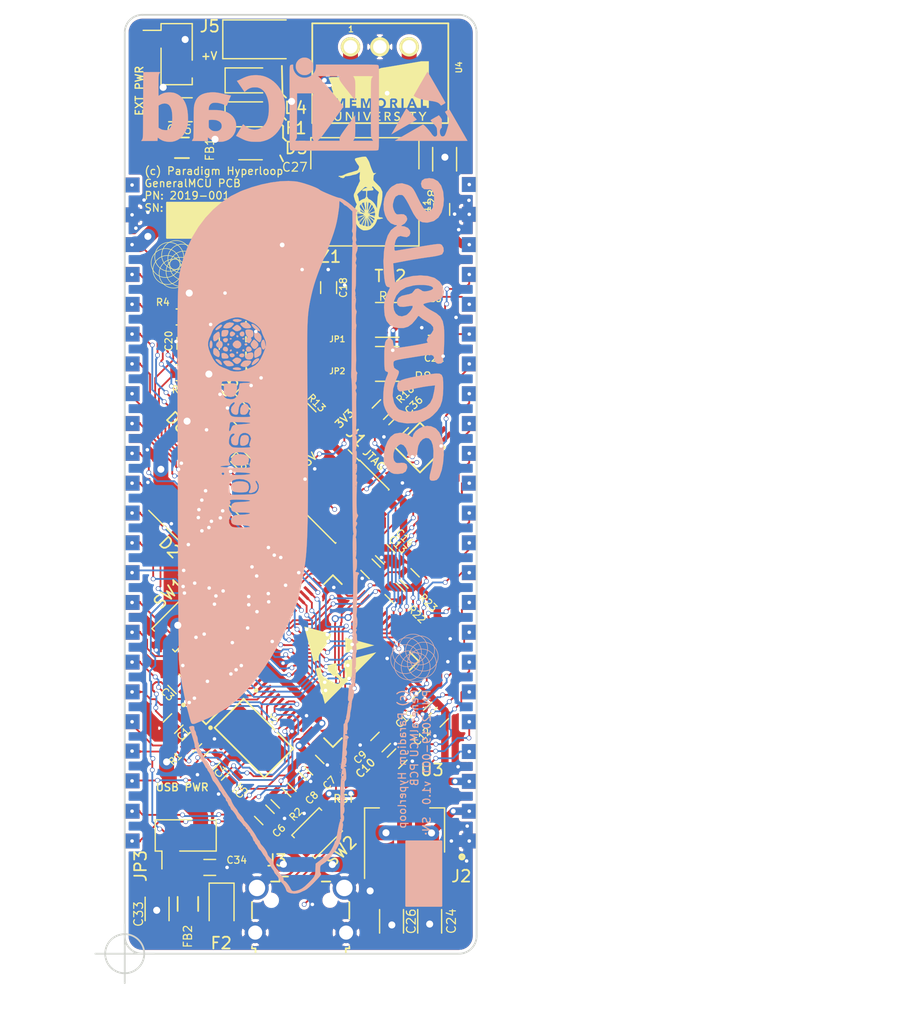
<source format=kicad_pcb>
(kicad_pcb (version 20171130) (host pcbnew "(5.1.4)-1")
  (layers (0 F.Cu signal) (31 B.Cu signal) (34 B.Paste user) (35 F.Paste user) (36 B.SilkS user) (37 F.SilkS user) (38 B.Mask user) (39 F.Mask user) (44 Edge.Cuts user))
  (net 0 "")
  (net 1 GND)
  (net 2 /OSC32_IN)
  (net 3 /OSC32_OUT)
  (net 4 /OSC_IN)
  (net 5 /OSC_OUT)
  (net 6 /NRST)
  (net 7 +3V3)
  (net 8 "Net-(D1-Pad2)")
  (net 9 /JTAG_SWDIO\TMS)
  (net 10 /JTAG_SWDCLK\TCK)
  (net 11 /JTAG_JTDO)
  (net 12 "Net-(J1-Pad7)")
  (net 13 /JTAG_JTDI)
  (net 14 /JTAG_NJTRST)
  (net 15 CHASSIS)
  (net 16 /BOOT0)
  (net 17 /CAN_TX)
  (net 18 /CAN_RX)
  (net 19 /I2C1_SDA)
  (net 20 /I2C1_SCL)
  (net 21 /PD2)
  (net 22 /PC12)
  (net 23 /PC11)
  (net 24 /PC10)
  (net 25 /PA10)
  (net 26 /PA9)
  (net 27 /PA8)
  (net 28 /PC9)
  (net 29 /PC8)
  (net 30 /PC7)
  (net 31 /PC6)
  (net 32 /PB15)
  (net 33 /PB14)
  (net 34 /PB13)
  (net 35 /PB12)
  (net 36 /PB11)
  (net 37 /PB10)
  (net 38 /PB2)
  (net 39 /PB1)
  (net 40 /PB0)
  (net 41 /PC5)
  (net 42 /PC4)
  (net 43 /PA7)
  (net 44 /PA6)
  (net 45 /PA5)
  (net 46 /PA4)
  (net 47 /PA2)
  (net 48 /PA1)
  (net 49 /PA0)
  (net 50 /PC3)
  (net 51 /PC2)
  (net 52 /PC1)
  (net 53 /PC13)
  (net 54 "Net-(C17-Pad2)")
  (net 55 "Net-(C18-Pad2)")
  (net 56 /Vref)
  (net 57 /CANH)
  (net 58 /CANL)
  (net 59 +5V)
  (net 60 "Net-(C25-Pad1)")
  (net 61 "Net-(C27-Pad1)")
  (net 62 "Net-(D5-Pad2)")
  (net 63 +V)
  (net 64 "Net-(JP1-Pad1)")
  (net 65 "Net-(JP2-Pad1)")
  (net 66 /Rs)
  (net 67 "Net-(R6-Pad2)")
  (net 68 "Net-(BZ1-Pad1)")
  (net 69 "Net-(BZ1-Pad2)")
  (net 70 VBUS)
  (net 71 "Net-(C35-Pad1)")
  (net 72 "Net-(D2-Pad1)")
  (net 73 "Net-(D2-Pad4)")
  (net 74 "Net-(D6-Pad2)")
  (net 75 "Net-(D7-Pad2)")
  (net 76 "Net-(D8-Pad2)")
  (net 77 "Net-(F2-Pad2)")
  (net 78 "Net-(F2-Pad1)")
  (net 79 "Net-(Q1-Pad1)")
  (net 80 /BUZZ)
  (net 81 "Net-(J3-Pad4)")
  (net 82 /CAN_Shield)
  (net 83 "Net-(U5-Pad5)")
  (net 84 "Net-(U5-Pad6)")
  (net 85 "Net-(U5-Pad3)")
  (net 86 "Net-(U5-Pad7)")
  (net 87 "Net-(U5-Pad2)")
  (net 88 /USB_DP)
  (net 89 /USB_DM)
  (net 90 /USR_LED)
  (net 91 /PC0)
  (net 92 "Net-(J2-Pad24)")
  (net 93 "Net-(J2-Pad23)")
  (module µ104KiCAD_RLC:SMD_pkg_0603 (layer F.Cu) (at 74.28033 118.03033 315)
    (fp_text reference R23 (at 2.59108 0.335876 315) (layer F.SilkS) (effects (font (size 0.6 0.6) (thickness 0.1))))
    (fp_text value 4.7k)
    (pad 1 smd rect (at -0.75 0 315) (size 0.5 0.9) (layers F.Cu F.Paste F.Mask) (net 20 /I2C1_SCL))
    (pad 2 smd rect (at 0.75 0 315) (size 0.5 0.9) (layers F.Cu F.Paste F.Mask) (net 7 +3V3))
  )
  (module µ104KiCAD:PAD42 (layer F.Cu) (at 65 115 90)
    (fp_text reference J2 (at -28.4 13.7) (layer F.SilkS))
    (fp_text value "SMD46 castellation PKG")
    (pad 43 smd rect (at -17.74 -14.375 270) (size 1.27 1.27) (layers B.Cu B.Paste B.Mask) (net 50 /PC3))
    (pad 44 smd rect (at -20.28 -14.375 270) (size 1.27 1.27) (layers B.Cu B.Paste B.Mask) (net 49 /PA0))
    (pad 44 smd rect (at -20.28 -14.375 90) (size 1.27 1.27) (layers F.Cu F.Paste F.Mask) (net 49 /PA0))
    (pad 23 smd rect (at 30.52 14.375 270) (size 1.27 1.27) (layers B.Cu B.Paste B.Mask) (net 93 "Net-(J2-Pad23)"))
    (pad 22 smd rect (at 27.98 14.375 90) (size 1.27 1.27) (layers F.Cu F.Paste F.Mask) (net 1 GND))
    (pad 22 smd rect (at 27.98 14.375 270) (size 1.27 1.27) (layers B.Cu B.Paste B.Mask) (net 1 GND))
    (pad 43 smd rect (at -17.74 -14.375 90) (size 1.27 1.27) (layers F.Cu F.Paste F.Mask) (net 50 /PC3))
    (pad 23 smd rect (at 30.52 14.375 90) (size 1.27 1.27) (layers F.Cu F.Paste F.Mask) (net 93 "Net-(J2-Pad23)"))
    (pad 38 smd rect (at -5.08 -14.375 270) (size 1.27 1.27) (layers B.Cu B.Paste B.Mask) (net 20 /I2C1_SCL))
    (pad 32 smd rect (at 10.16 -14.375 270) (size 1.27 1.27) (layers B.Cu B.Paste B.Mask) (net 30 /PC7))
    (pad 27 smd rect (at 22.86 -14.375 270) (size 1.27 1.27) (layers B.Cu B.Paste B.Mask) (net 25 /PA10))
    (pad 16 smd rect (at 12.7 14.375 270) (size 1.27 1.27) (layers B.Cu B.Paste B.Mask) (net 34 /PB13))
    (pad 26 smd rect (at 25.4 -14.375 270) (size 1.27 1.27) (layers B.Cu B.Paste B.Mask) (net 63 +V))
    (pad 13 smd rect (at 5.08 14.375 270) (size 1.27 1.27) (layers B.Cu B.Paste B.Mask) (net 38 /PB2))
    (pad 15 smd rect (at 10.16 14.375 270) (size 1.27 1.27) (layers B.Cu B.Paste B.Mask) (net 35 /PB12))
    (pad 7 smd rect (at -10.16 14.375 270) (size 1.27 1.27) (layers B.Cu B.Paste B.Mask) (net 43 /PA7))
    (pad 2 smd rect (at -22.86 14.375 270) (size 1.27 1.27) (layers B.Cu B.Paste B.Mask) (net 59 +5V))
    (pad 40 smd rect (at -10.16 -14.375 270) (size 1.27 1.27) (layers B.Cu B.Paste B.Mask) (net 91 /PC0))
    (pad 3 smd rect (at -20.32 14.375 270) (size 1.27 1.27) (layers B.Cu B.Paste B.Mask) (net 7 +3V3))
    (pad 36 smd rect (at 0 -14.375 270) (size 1.27 1.27) (layers B.Cu B.Paste B.Mask) (net 23 /PC11))
    (pad 35 smd rect (at 2.54 -14.375 270) (size 1.27 1.27) (layers B.Cu B.Paste B.Mask) (net 24 /PC10))
    (pad 41 smd rect (at -12.7 -14.375 270) (size 1.27 1.27) (layers B.Cu B.Paste B.Mask) (net 52 /PC1))
    (pad 6 smd rect (at -12.7 14.375 270) (size 1.27 1.27) (layers B.Cu B.Paste B.Mask) (net 44 /PA6))
    (pad 37 smd rect (at -2.54 -14.375 270) (size 1.27 1.27) (layers B.Cu B.Paste B.Mask) (net 22 /PC12))
    (pad 34 smd rect (at 5.08 -14.375 270) (size 1.27 1.27) (layers B.Cu B.Paste B.Mask) (net 32 /PB15))
    (pad 8 smd rect (at -7.62 14.375 270) (size 1.27 1.27) (layers B.Cu B.Paste B.Mask) (net 42 /PC4))
    (pad 9 smd rect (at -5.08 14.375 270) (size 1.27 1.27) (layers B.Cu B.Paste B.Mask) (net 41 /PC5))
    (pad 33 smd rect (at 7.62 -14.375 270) (size 1.27 1.27) (layers B.Cu B.Paste B.Mask) (net 31 /PC6))
    (pad 10 smd rect (at -2.54 14.375 270) (size 1.27 1.27) (layers B.Cu B.Paste B.Mask) (net 40 /PB0))
    (pad 11 smd rect (at 0 14.375 270) (size 1.27 1.27) (layers B.Cu B.Paste B.Mask) (net 36 /PB11))
    (pad 31 smd rect (at 12.7 -14.375 270) (size 1.27 1.27) (layers B.Cu B.Paste B.Mask) (net 29 /PC8))
    (pad 1 smd rect (at -25.4 14.375 270) (size 1.27 1.27) (layers B.Cu B.Paste B.Mask) (net 1 GND))
    (pad 12 smd rect (at 2.54 14.375 270) (size 1.27 1.27) (layers B.Cu B.Paste B.Mask) (net 37 /PB10))
    (pad 30 smd rect (at 15.24 -14.375 270) (size 1.27 1.27) (layers B.Cu B.Paste B.Mask) (net 28 /PC9))
    (pad 29 smd rect (at 17.78 -14.375 270) (size 1.27 1.27) (layers B.Cu B.Paste B.Mask) (net 27 /PA8))
    (pad 42 smd rect (at -15.24 -14.375 270) (size 1.27 1.27) (layers B.Cu B.Paste B.Mask) (net 51 /PC2))
    (pad 39 smd rect (at -7.62 -14.375 270) (size 1.27 1.27) (layers B.Cu B.Paste B.Mask) (net 19 /I2C1_SDA))
    (pad 4 smd rect (at -17.78 14.375 270) (size 1.27 1.27) (layers B.Cu B.Paste B.Mask) (net 46 /PA4))
    (pad 5 smd rect (at -15.24 14.375 270) (size 1.27 1.27) (layers B.Cu B.Paste B.Mask) (net 45 /PA5))
    (pad 14 smd rect (at 7.62 14.375 270) (size 1.27 1.27) (layers B.Cu B.Paste B.Mask) (net 39 /PB1))
    (pad 28 smd rect (at 20.32 -14.375 270) (size 1.27 1.27) (layers B.Cu B.Paste B.Mask) (net 26 /PA9))
    (pad 21 smd rect (at 25.4 14.375 270) (size 1.27 1.27) (layers B.Cu B.Paste B.Mask) (net 15 CHASSIS))
    (pad 45 smd rect (at -22.86 -14.375 270) (size 1.27 1.27) (layers B.Cu B.Paste B.Mask) (net 48 /PA1))
    (pad 17 smd rect (at 15.24 14.375 270) (size 1.27 1.27) (layers B.Cu B.Paste B.Mask) (net 33 /PB14))
    (pad 25 smd rect (at 27.94 -14.375 270) (size 1.27 1.27) (layers B.Cu B.Paste B.Mask) (net 1 GND))
    (pad 24 smd rect (at 30.48 -14.375 270) (size 1.27 1.27) (layers B.Cu B.Paste B.Mask) (net 92 "Net-(J2-Pad24)"))
    (pad 46 smd rect (at -25.4 -14.375 270) (size 1.27 1.27) (layers B.Cu B.Paste B.Mask) (net 47 /PA2))
    (pad 20 smd rect (at 22.86 14.375 270) (size 1.27 1.27) (layers B.Cu B.Paste B.Mask) (net 82 /CAN_Shield))
    (pad 19 smd rect (at 20.32 14.375 270) (size 1.27 1.27) (layers B.Cu B.Paste B.Mask) (net 57 /CANH))
    (pad 18 smd rect (at 17.78 14.375 270) (size 1.27 1.27) (layers B.Cu B.Paste B.Mask) (net 58 /CANL))
    (pad 21 smd rect (at 25.4 14.375 90) (size 1.27 1.27) (layers F.Cu F.Paste F.Mask) (net 15 CHASSIS))
    (pad 45 smd rect (at -22.86 -14.375 90) (size 1.27 1.27) (layers F.Cu F.Paste F.Mask) (net 48 /PA1))
    (pad 20 smd rect (at 22.86 14.375 90) (size 1.27 1.27) (layers F.Cu F.Paste F.Mask) (net 82 /CAN_Shield))
    (pad 46 smd rect (at -25.4 -14.375 90) (size 1.27 1.27) (layers F.Cu F.Paste F.Mask) (net 47 /PA2))
    (pad 19 smd rect (at 20.32 14.375 90) (size 1.27 1.27) (layers F.Cu F.Paste F.Mask) (net 57 /CANH))
    (pad 24 smd rect (at 30.48 -14.375 90) (size 1.27 1.27) (layers F.Cu F.Paste F.Mask) (net 92 "Net-(J2-Pad24)"))
    (pad 18 smd rect (at 17.78 14.375 90) (size 1.27 1.27) (layers F.Cu F.Paste F.Mask) (net 58 /CANL))
    (pad 25 smd rect (at 27.94 -14.375 90) (size 1.27 1.27) (layers F.Cu F.Paste F.Mask) (net 1 GND))
    (pad 17 smd rect (at 15.24 14.375 90) (size 1.27 1.27) (layers F.Cu F.Paste F.Mask) (net 33 /PB14))
    (pad 26 smd rect (at 25.4 -14.375 90) (size 1.27 1.27) (layers F.Cu F.Paste F.Mask) (net 63 +V))
    (pad 16 smd rect (at 12.7 14.375 90) (size 1.27 1.27) (layers F.Cu F.Paste F.Mask) (net 34 /PB13))
    (pad 27 smd rect (at 22.86 -14.375 90) (size 1.27 1.27) (layers F.Cu F.Paste F.Mask) (net 25 /PA10))
    (pad 15 smd rect (at 10.16 14.375 90) (size 1.27 1.27) (layers F.Cu F.Paste F.Mask) (net 35 /PB12))
    (pad 28 smd rect (at 20.32 -14.375 90) (size 1.27 1.27) (layers F.Cu F.Paste F.Mask) (net 26 /PA9))
    (pad 14 smd rect (at 7.62 14.375 90) (size 1.27 1.27) (layers F.Cu F.Paste F.Mask) (net 39 /PB1))
    (pad 29 smd rect (at 17.78 -14.375 90) (size 1.27 1.27) (layers F.Cu F.Paste F.Mask) (net 27 /PA8))
    (pad 13 smd rect (at 5.08 14.375 90) (size 1.27 1.27) (layers F.Cu F.Paste F.Mask) (net 38 /PB2))
    (pad 30 smd rect (at 15.24 -14.375 90) (size 1.27 1.27) (layers F.Cu F.Paste F.Mask) (net 28 /PC9))
    (pad 12 smd rect (at 2.54 14.375 90) (size 1.27 1.27) (layers F.Cu F.Paste F.Mask) (net 37 /PB10))
    (pad 31 smd rect (at 12.7 -14.375 90) (size 1.27 1.27) (layers F.Cu F.Paste F.Mask) (net 29 /PC8))
    (pad 11 smd rect (at 0 14.375 90) (size 1.27 1.27) (layers F.Cu F.Paste F.Mask) (net 36 /PB11))
    (pad 32 smd rect (at 10.16 -14.375 90) (size 1.27 1.27) (layers F.Cu F.Paste F.Mask) (net 30 /PC7))
    (pad 10 smd rect (at -2.54 14.375 90) (size 1.27 1.27) (layers F.Cu F.Paste F.Mask) (net 40 /PB0))
    (pad 33 smd rect (at 7.62 -14.375 90) (size 1.27 1.27) (layers F.Cu F.Paste F.Mask) (net 31 /PC6))
    (pad 9 smd rect (at -5.08 14.375 90) (size 1.27 1.27) (layers F.Cu F.Paste F.Mask) (net 41 /PC5))
    (pad 34 smd rect (at 5.08 -14.375 90) (size 1.27 1.27) (layers F.Cu F.Paste F.Mask) (net 32 /PB15))
    (pad 8 smd rect (at -7.62 14.375 90) (size 1.27 1.27) (layers F.Cu F.Paste F.Mask) (net 42 /PC4))
    (pad 35 smd rect (at 2.54 -14.375 90) (size 1.27 1.27) (layers F.Cu F.Paste F.Mask) (net 24 /PC10))
    (pad 7 smd rect (at -10.16 14.375 90) (size 1.27 1.27) (layers F.Cu F.Paste F.Mask) (net 43 /PA7))
    (pad 36 smd rect (at 0 -14.375 90) (size 1.27 1.27) (layers F.Cu F.Paste F.Mask) (net 23 /PC11))
    (pad 6 smd rect (at -12.7 14.375 90) (size 1.27 1.27) (layers F.Cu F.Paste F.Mask) (net 44 /PA6))
    (pad 37 smd rect (at -2.54 -14.375 90) (size 1.27 1.27) (layers F.Cu F.Paste F.Mask) (net 22 /PC12))
    (pad 5 smd rect (at -15.24 14.375 90) (size 1.27 1.27) (layers F.Cu F.Paste F.Mask) (net 45 /PA5))
    (pad 38 smd rect (at -5.08 -14.375 90) (size 1.27 1.27) (layers F.Cu F.Paste F.Mask) (net 20 /I2C1_SCL))
    (pad 4 smd rect (at -17.78 14.375 90) (size 1.27 1.27) (layers F.Cu F.Paste F.Mask) (net 46 /PA4))
    (pad 39 smd rect (at -7.62 -14.375 90) (size 1.27 1.27) (layers F.Cu F.Paste F.Mask) (net 19 /I2C1_SDA))
    (pad 3 smd rect (at -20.32 14.375 90) (size 1.27 1.27) (layers F.Cu F.Paste F.Mask) (net 7 +3V3))
    (pad 40 smd rect (at -10.16 -14.375 90) (size 1.27 1.27) (layers F.Cu F.Paste F.Mask) (net 91 /PC0))
    (pad 2 smd rect (at -22.86 14.375 90) (size 1.27 1.27) (layers F.Cu F.Paste F.Mask) (net 59 +5V))
    (pad 41 smd rect (at -12.7 -14.375 90) (size 1.27 1.27) (layers F.Cu F.Paste F.Mask) (net 52 /PC1))
    (pad 1 smd rect (at -25.4 14.375 90) (size 1.27 1.27) (layers F.Cu F.Paste F.Mask) (net 1 GND))
    (pad 42 smd rect (at -15.24 -14.375 90) (size 1.27 1.27) (layers F.Cu F.Paste F.Mask) (net 51 /PC2))
  )
  (module µ104KiCAD:SN_BLOCK (layer F.Cu) (at 56.35 87.525)
    (fp_text reference snblock2 hide)
    (fp_text value Logo_Open_Hardware_Small hide)
  )
  (module µ104KiCAD_RLC:SMD_pkg_0603 (layer F.Cu) (at 54.885 100.51)
    (fp_text reference R6 (at -0.285 1.44) (layer F.SilkS) (effects (font (size 0.6 0.6) (thickness 0.1))))
    (fp_text value 0)
    (pad 2 smd rect (at 0.75 0) (size 0.5 0.9) (layers F.Cu F.Paste F.Mask) (net 67 "Net-(R6-Pad2)"))
    (pad 1 smd rect (at -0.75 0) (size 0.5 0.9) (layers F.Cu F.Paste F.Mask) (net 18 /CAN_RX))
  )
  (module µ104KiCAD_RLC:SMD_pkg_0603 (layer F.Cu) (at 73.03033 119.28033 135)
    (fp_text reference R22 (at -2.608757 0.035355 315) (layer F.SilkS) (effects (font (size 0.6 0.6) (thickness 0.1))))
    (fp_text value 4.7k)
    (pad 2 smd rect (at 0.75 0 135) (size 0.5 0.9) (layers F.Cu F.Paste F.Mask) (net 7 +3V3))
    (pad 1 smd rect (at -0.75 0 135) (size 0.5 0.9) (layers F.Cu F.Paste F.Mask) (net 19 /I2C1_SDA))
  )
  (module Connectors_USB:USB_Micro-B_Wuerth-629105150521_CircularHoles (layer F.Cu) (at 65 146.25)
    (fp_text reference J3 (at -2.05 -4.2) (layer F.SilkS))
    (fp_text value USB_B_Micro)
    (pad "" np_thru_hole circle (at 2.5 -0.8) (size 0.8 0.8) (drill 0.8) (layers *.Cu *.Mask))
    (pad "" np_thru_hole circle (at -2.5 -0.8) (size 0.8 0.8) (drill 0.8) (layers *.Cu *.Mask))
    (pad 6 thru_hole circle (at 3.875 1.95) (size 1.8 1.8) (drill 1.2) (layers *.Cu *.Mask) (net 1 GND))
    (pad 6 thru_hole circle (at -3.875 1.95) (size 1.8 1.8) (drill 1.2) (layers *.Cu *.Mask) (net 1 GND))
    (pad 6 thru_hole circle (at 3.725 -1.85) (size 2 2) (drill 1.4) (layers *.Cu *.Mask) (net 1 GND))
    (pad 6 thru_hole circle (at -3.725 -1.85) (size 2 2) (drill 1.4) (layers *.Cu *.Mask) (net 1 GND))
    (pad 5 smd rect (at 1.3 -1.9) (size 0.45 1.3) (layers F.Cu F.Paste F.Mask) (net 1 GND))
    (pad 4 smd rect (at 0.65 -1.9) (size 0.45 1.3) (layers F.Cu F.Paste F.Mask) (net 81 "Net-(J3-Pad4)"))
    (pad 3 smd rect (at 0 -1.9) (size 0.45 1.3) (layers F.Cu F.Paste F.Mask) (net 88 /USB_DP))
    (pad 2 smd rect (at -0.65 -1.9) (size 0.45 1.3) (layers F.Cu F.Paste F.Mask) (net 89 /USB_DM))
    (pad 1 smd rect (at -1.3 -1.9) (size 0.45 1.3) (layers F.Cu F.Paste F.Mask) (net 78 "Net-(F2-Pad1)"))
  )
  (module µ104KiCAD_RLC:SMD_pkg_0603 (layer F.Cu) (at 65.135 93.26 90)
    (fp_text reference R5 (at 2.06 -0.335 90) (layer F.SilkS) (effects (font (size 0.6 0.6) (thickness 0.1))))
    (fp_text value DNP)
    (pad 1 smd rect (at -0.75 0 90) (size 0.5 0.9) (layers F.Cu F.Paste F.Mask) (net 55 "Net-(C18-Pad2)"))
    (pad 2 smd rect (at 0.75 0 90) (size 0.5 0.9) (layers F.Cu F.Paste F.Mask) (net 66 /Rs))
  )
  (module µ104KiCAD:JUMPER_EGG (layer F.Cu) (at 76.375 95.76 180)
    (fp_text reference SB5 (at 0.1 1.535 180) (layer F.SilkS) (effects (font (size 0.5 0.5) (thickness 0.1))))
    (fp_text value Jumper_NC_Small hide)
    (pad 1 smd trapezoid (at -0.94 0) (size 0.1 0.5) (rect_delta 0.3 0) (layers F.Cu F.Mask) (net 82 /CAN_Shield))
    (pad 1 smd trapezoid (at -0.74 0) (size 0.3 1.1) (rect_delta 0.3 0) (layers F.Cu F.Mask) (net 82 /CAN_Shield))
    (pad 1 smd trapezoid (at -0.39 0) (size 0.4 1.55) (rect_delta 0.15 0) (layers F.Cu F.Mask) (net 82 /CAN_Shield))
    (pad 2 smd trapezoid (at 0.39 0 180) (size 0.4 1.55) (rect_delta 0.15 0) (layers F.Cu F.Mask) (net 1 GND))
    (pad 2 smd trapezoid (at 0.74 0 180) (size 0.3 1.1) (rect_delta 0.3 0) (layers F.Cu F.Mask) (net 1 GND))
    (pad 2 smd trapezoid (at 0.94 0 180) (size 0.1 0.5) (rect_delta 0.3 0) (layers F.Cu F.Mask) (net 1 GND))
  )
  (module µ104KiCAD_RLC:SMD_pkg_0603 (layer F.Cu) (at 63.31924 136.761196 315)
    (fp_text reference R2 (at 1.869989 0.058721 45) (layer F.SilkS) (effects (font (size 0.6 0.6) (thickness 0.1))))
    (fp_text value 10k)
    (pad 1 smd rect (at -0.75 0 315) (size 0.5 0.9) (layers F.Cu F.Paste F.Mask) (net 6 /NRST))
    (pad 2 smd rect (at 0.75 0 315) (size 0.5 0.9) (layers F.Cu F.Paste F.Mask) (net 7 +3V3))
  )
  (module Buttons_Switches_SMD:SW_SPST_B3U-1000P (layer F.Cu) (at 54.472918 122.127082 45)
    (fp_text reference SW1 (at 1.505546 -2.492551 45) (layer F.SilkS))
    (fp_text value USER)
    (pad 1 smd rect (at -1.7 0 45) (size 0.9 1.7) (layers F.Cu F.Paste F.Mask) (net 1 GND))
    (pad 2 smd rect (at 1.7 0 45) (size 0.9 1.7) (layers F.Cu F.Paste F.Mask) (net 53 /PC13))
  )
  (module µ104KiCAD_RLC:SMD_pkg_0603 (layer F.Cu) (at 71.939038 103.649894 45)
    (fp_text reference R18 (at 2.323451 0.485123 45) (layer F.SilkS) (effects (font (size 0.6 0.6) (thickness 0.1))))
    (fp_text value 4.7k)
    (pad 2 smd rect (at 0.75 0 45) (size 0.5 0.9) (layers F.Cu F.Paste F.Mask) (net 7 +3V3))
    (pad 1 smd rect (at -0.75 0 45) (size 0.5 0.9) (layers F.Cu F.Paste F.Mask) (net 21 /PD2))
  )
  (module µ104KiCAD_RLC:SMD_pkg_0603 (layer F.Cu) (at 57.321271 118.888857 45)
    (fp_text reference R3 (at 0 -1.25 45) (layer F.SilkS) (effects (font (size 0.6 0.6) (thickness 0.1))))
    (fp_text value 10k)
    (pad 1 smd rect (at -0.75 0 45) (size 0.5 0.9) (layers F.Cu F.Paste F.Mask) (net 1 GND))
    (pad 2 smd rect (at 0.75 0 45) (size 0.5 0.9) (layers F.Cu F.Paste F.Mask) (net 16 /BOOT0))
  )
  (module µ104KiCAD_RLC:SMD_pkg_0603 (layer F.Cu) (at 54.885 95.76)
    (fp_text reference R4 (at -1.635 -1.25) (layer F.SilkS) (effects (font (size 0.6 0.6) (thickness 0.1))))
    (fp_text value 0)
    (pad 2 smd rect (at 0.75 0) (size 0.5 0.9) (layers F.Cu F.Paste F.Mask) (net 54 "Net-(C17-Pad2)"))
    (pad 1 smd rect (at -0.75 0) (size 0.5 0.9) (layers F.Cu F.Paste F.Mask) (net 17 /CAN_TX))
  )
  (module Pin_Headers:Pin_Header_Straight_1x02_Pitch2.54mm_SMD_Pin1Left (layer F.Cu) (at 54.425 73.375)
    (fp_text reference J5 (at 2.825 -2.375) (layer F.SilkS))
    (fp_text value PWR)
    (pad 2 smd rect (at 1.655 1.27) (size 2.51 1) (layers F.Cu F.Paste F.Mask) (net 63 +V))
    (pad 1 smd rect (at -1.655 -1.27) (size 2.51 1) (layers F.Cu F.Paste F.Mask) (net 1 GND))
  )
  (module µ104KiCAD_RLC:SMD_pkg_0603 (layer F.Cu) (at 59.78033 116.21967 225)
    (fp_text reference R12 (at -2.431981 0 45) (layer F.SilkS) (effects (font (size 0.6 0.6) (thickness 0.1))))
    (fp_text value 10k)
    (pad 1 smd rect (at -0.75 0 225) (size 0.5 0.9) (layers F.Cu F.Paste F.Mask) (net 71 "Net-(C35-Pad1)"))
    (pad 2 smd rect (at 0.75 0 225) (size 0.5 0.9) (layers F.Cu F.Paste F.Mask) (net 59 +5V))
  )
  (module µ104KiCAD_RLC:SMD_pkg_0603 (layer F.Cu) (at 73.231173 133.384545 45)
    (fp_text reference C10 hide)
    (fp_text value 1u)
    (pad 2 smd rect (at 0.75 0 45) (size 0.5 0.9) (layers F.Cu F.Paste F.Mask) (net 1 GND))
    (pad 1 smd rect (at -0.75 0 45) (size 0.5 0.9) (layers F.Cu F.Paste F.Mask) (net 7 +3V3))
  )
  (module µ104KiCAD_RLC:SMD_pkg_0603 (layer F.Cu) (at 56.29467 125.19467 135)
    (fp_text reference C2 (at 0 -1.25 135) (layer F.SilkS) (effects (font (size 0.6 0.6) (thickness 0.1))))
    (fp_text value 13p)
    (pad 2 smd rect (at 0.75 0 135) (size 0.5 0.9) (layers F.Cu F.Paste F.Mask) (net 1 GND))
    (pad 1 smd rect (at -0.75 0 135) (size 0.5 0.9) (layers F.Cu F.Paste F.Mask) (net 2 /OSC32_IN))
  )
  (module µ104KiCAD_RLC:SMD_pkg_0603 (layer F.Cu) (at 57.308834 133.579215 225)
    (fp_text reference C4 (at 0 -1.25 225) (layer F.SilkS) (effects (font (size 0.6 0.6) (thickness 0.1))))
    (fp_text value 8p)
    (pad 2 smd rect (at 0.75 0 225) (size 0.5 0.9) (layers F.Cu F.Paste F.Mask) (net 1 GND))
    (pad 1 smd rect (at -0.75 0 225) (size 0.5 0.9) (layers F.Cu F.Paste F.Mask) (net 4 /OSC_IN))
  )
  (module µ104KiCAD_RLC:SMD_pkg_0603 (layer F.Cu) (at 66.147667 133.932769 315)
    (fp_text reference C7 (at 1.993733 0.151956 45) (layer F.SilkS) (effects (font (size 0.6 0.6) (thickness 0.1))))
    (fp_text value 0.1u)
    (pad 2 smd rect (at 0.75 0 315) (size 0.5 0.9) (layers F.Cu F.Paste F.Mask) (net 1 GND))
    (pad 1 smd rect (at -0.75 0 315) (size 0.5 0.9) (layers F.Cu F.Paste F.Mask) (net 7 +3V3))
  )
  (module µ104KiCAD_RLC:SMD_pkg_0603 (layer F.Cu) (at 54.51967 127.01967 135)
    (fp_text reference C3 (at 0 -1.25 135) (layer F.SilkS) (effects (font (size 0.6 0.6) (thickness 0.1))))
    (fp_text value 13p)
    (pad 1 smd rect (at -0.75 0 135) (size 0.5 0.9) (layers F.Cu F.Paste F.Mask) (net 3 /OSC32_OUT))
    (pad 2 smd rect (at 0.75 0 135) (size 0.5 0.9) (layers F.Cu F.Paste F.Mask) (net 1 GND))
  )
  (module µ104KiCAD_RLC:SMD_pkg_0603 (layer F.Cu) (at 72.21967 115.96967 315)
    (fp_text reference C14 (at 0.184314 -2.156676 315) (layer F.SilkS) (effects (font (size 0.6 0.6) (thickness 0.1))))
    (fp_text value 1u)
    (pad 2 smd rect (at 0.75 0 315) (size 0.5 0.9) (layers F.Cu F.Paste F.Mask) (net 1 GND))
    (pad 1 smd rect (at -0.75 0 315) (size 0.5 0.9) (layers F.Cu F.Paste F.Mask) (net 7 +3V3))
  )
  (module µ104KiCAD_IC:Crystal_L5_W3.2 (layer F.Cu) (at 61.021144 131.634673 135)
    (fp_text reference Y2 (at 0 2.25 135) (layer F.SilkS) (effects (font (size 0.5 0.5) (thickness 0.1))))
    (fp_text value 8MHz)
    (pad 2 smd rect (at -2 0 135) (size 2 2.5) (layers F.Cu F.Paste F.Mask) (net 5 /OSC_OUT))
    (pad 1 smd rect (at 2 0 135) (size 2 2.5) (layers F.Cu F.Paste F.Mask) (net 4 /OSC_IN))
  )
  (module µ104KiCAD_RLC:SMD_pkg_0603 (layer F.Cu) (at 54.126854 130.397235 225)
    (fp_text reference C1 (at 0 -1.25 225) (layer F.SilkS) (effects (font (size 0.6 0.6) (thickness 0.1))))
    (fp_text value 0.1u)
    (pad 2 smd rect (at 0.75 0 225) (size 0.5 0.9) (layers F.Cu F.Paste F.Mask) (net 1 GND))
    (pad 1 smd rect (at -0.75 0 225) (size 0.5 0.9) (layers F.Cu F.Paste F.Mask) (net 53 /PC13))
  )
  (module µ104KiCAD_RLC:SMD_pkg_0603 (layer F.Cu) (at 64.733455 135.346982 315)
    (fp_text reference C8 (at 1.834633 0.114179 45) (layer F.SilkS) (effects (font (size 0.6 0.6) (thickness 0.1))))
    (fp_text value 10n)
    (pad 2 smd rect (at 0.75 0 315) (size 0.5 0.9) (layers F.Cu F.Paste F.Mask) (net 1 GND))
    (pad 1 smd rect (at -0.75 0 315) (size 0.5 0.9) (layers F.Cu F.Paste F.Mask) (net 7 +3V3))
  )
  (module µ104KiCAD_RLC:SMD_pkg_0603 (layer F.Cu) (at 61.905027 138.175409 315)
    (fp_text reference C6 (at 1.834634 0.073976 45) (layer F.SilkS) (effects (font (size 0.6 0.6) (thickness 0.1))))
    (fp_text value 0.1u)
    (pad 2 smd rect (at 0.75 0 315) (size 0.5 0.9) (layers F.Cu F.Paste F.Mask) (net 1 GND))
    (pad 1 smd rect (at -0.75 0 315) (size 0.5 0.9) (layers F.Cu F.Paste F.Mask) (net 6 /NRST))
  )
  (module µ104KiCAD_RLC:SMD_pkg_0603 (layer F.Cu) (at 59.076601 135.346982 225)
    (fp_text reference C5 (at 0 -1.25 225) (layer F.SilkS) (effects (font (size 0.6 0.6) (thickness 0.1))))
    (fp_text value 8p)
    (pad 1 smd rect (at -0.75 0 225) (size 0.5 0.9) (layers F.Cu F.Paste F.Mask) (net 5 /OSC_OUT))
    (pad 2 smd rect (at 0.75 0 225) (size 0.5 0.9) (layers F.Cu F.Paste F.Mask) (net 1 GND))
  )
  (module µ104KiCAD_RLC:SMD_pkg_0603 (layer F.Cu) (at 75.352494 128.434798 225)
    (fp_text reference C11 (at 2.169189 -0.044341 225) (layer F.SilkS) (effects (font (size 0.6 0.6) (thickness 0.1))))
    (fp_text value 0.1u)
    (pad 1 smd rect (at -0.75 0 225) (size 0.5 0.9) (layers F.Cu F.Paste F.Mask) (net 7 +3V3))
    (pad 2 smd rect (at 0.75 0 225) (size 0.5 0.9) (layers F.Cu F.Paste F.Mask) (net 1 GND))
  )
  (module µ104KiCAD_IC:Crystal_NDK_NX3215SA (layer F.Cu) (at 57.641117 128.333883 45)
    (fp_text reference Y1 (at 0 -1.5 225) (layer F.SilkS) (effects (font (size 0.5 0.5) (thickness 0.1))))
    (fp_text value 32.768kHz)
    (pad 1 smd rect (at 1.25 0 45) (size 1 1.8) (layers F.Cu F.Paste F.Mask) (net 2 /OSC32_IN))
    (pad 2 smd rect (at -1.25 0 45) (size 1 1.8) (layers F.Cu F.Paste F.Mask) (net 3 /OSC32_OUT))
  )
  (module µ104KiCAD_RLC:SMD_pkg_0603 (layer F.Cu) (at 71.81696 131.970332 45)
    (fp_text reference C9 (at -2.154291 -0.309212 45) (layer F.SilkS) (effects (font (size 0.6 0.6) (thickness 0.1))))
    (fp_text value 0.1u)
    (pad 1 smd rect (at -0.75 0 45) (size 0.5 0.9) (layers F.Cu F.Paste F.Mask) (net 7 +3V3))
    (pad 2 smd rect (at 0.75 0 45) (size 0.5 0.9) (layers F.Cu F.Paste F.Mask) (net 1 GND))
  )
  (module µ104KiCAD_RLC:SMD_pkg_0603 (layer F.Cu) (at 55.717843 131.988224 225)
    (fp_text reference R1 (at 2 0 225) (layer F.SilkS) (effects (font (size 0.6 0.6) (thickness 0.1))))
    (fp_text value 10k)
    (pad 1 smd rect (at -0.75 0 225) (size 0.5 0.9) (layers F.Cu F.Paste F.Mask) (net 53 /PC13))
    (pad 2 smd rect (at 0.75 0 225) (size 0.5 0.9) (layers F.Cu F.Paste F.Mask) (net 7 +3V3))
  )
  (module Pin_Headers:Pin_Header_Straight_1x02_Pitch2.54mm_SMD_Pin1Left (layer F.Cu) (at 55.2 139.925 90)
    (fp_text reference JP3 (at -2.6 -3.85 270) (layer F.SilkS))
    (fp_text value Jumper_NC_Small)
    (pad 2 smd rect (at 1.655 1.27 90) (size 2.51 1) (layers F.Cu F.Paste F.Mask) (net 59 +5V))
    (pad 1 smd rect (at -1.655 -1.27 90) (size 2.51 1) (layers F.Cu F.Paste F.Mask) (net 70 VBUS))
  )
  (module µ104KiCAD_RLC:SMD_pkg_0603 (layer F.Cu) (at 76.766707 129.849012 225)
    (fp_text reference C12 (at 2.169188 -0.165662 225) (layer F.SilkS) (effects (font (size 0.6 0.6) (thickness 0.1))))
    (fp_text value 1u)
    (pad 2 smd rect (at 0.75 0 225) (size 0.5 0.9) (layers F.Cu F.Paste F.Mask) (net 1 GND))
    (pad 1 smd rect (at -0.75 0 225) (size 0.5 0.9) (layers F.Cu F.Paste F.Mask) (net 7 +3V3))
  )
  (module µ104KiCAD_RLC:SMD_pkg_0603 (layer F.Cu) (at 70.96967 117.21967 315)
    (fp_text reference C13 (at 0.166637 -3.093592 315) (layer F.SilkS) (effects (font (size 0.6 0.6) (thickness 0.1))))
    (fp_text value 0.1u)
    (pad 1 smd rect (at -0.75 0 315) (size 0.5 0.9) (layers F.Cu F.Paste F.Mask) (net 7 +3V3))
    (pad 2 smd rect (at 0.75 0 315) (size 0.5 0.9) (layers F.Cu F.Paste F.Mask) (net 1 GND))
  )
  (module µ104KiCAD_RLC:SMD_pkg_0603 (layer F.Cu) (at 61.28033 117.71967 225)
    (fp_text reference C35 (at -2.255204 -0.176777 45) (layer F.SilkS) (effects (font (size 0.6 0.6) (thickness 0.1))))
    (fp_text value 1u)
    (pad 2 smd rect (at 0.75 0 225) (size 0.5 0.9) (layers F.Cu F.Paste F.Mask) (net 1 GND))
    (pad 1 smd rect (at -0.75 0 225) (size 0.5 0.9) (layers F.Cu F.Paste F.Mask) (net 71 "Net-(C35-Pad1)"))
  )
  (module µ104KiCAD_RLC:SMD_pkg_1206 (layer F.Cu) (at 52.76 146.185 270)
    (fp_text reference C33 (at 0.44 1.585 270) (layer F.SilkS) (effects (font (size 0.75 0.75) (thickness 0.1))))
    (fp_text value 10u)
    (pad 1 smd rect (at -1.5 0 270) (size 1 1.6) (layers F.Cu F.Paste F.Mask) (net 70 VBUS))
    (pad 2 smd rect (at 1.5 0 270) (size 1 1.6) (layers F.Cu F.Paste F.Mask) (net 1 GND))
  )
  (module µ104KiCAD_RLC:SMD_pkg_0603 (layer F.Cu) (at 67.385 93.26 270)
    (fp_text reference C18 (at 0 -1.25 270) (layer F.SilkS) (effects (font (size 0.6 0.6) (thickness 0.1))))
    (fp_text value 0.1u)
    (pad 2 smd rect (at 0.75 0 270) (size 0.5 0.9) (layers F.Cu F.Paste F.Mask) (net 55 "Net-(C18-Pad2)"))
    (pad 1 smd rect (at -0.75 0 270) (size 0.5 0.9) (layers F.Cu F.Paste F.Mask) (net 1 GND))
  )
  (module µ104KiCAD_RLC:SMD_pkg_0603 (layer F.Cu) (at 55.135 98.01 270)
    (fp_text reference C20 (at -0.21 1.385 270) (layer F.SilkS) (effects (font (size 0.6 0.6) (thickness 0.1))))
    (fp_text value 1u)
    (pad 1 smd rect (at -0.75 0 270) (size 0.5 0.9) (layers F.Cu F.Paste F.Mask) (net 7 +3V3))
    (pad 2 smd rect (at 0.75 0 270) (size 0.5 0.9) (layers F.Cu F.Paste F.Mask) (net 1 GND))
  )
  (module µ104KiCAD_RLC:SMD_pkg_1206 (layer F.Cu) (at 72.75 147.24 270)
    (fp_text reference C26 (at 0 -1.675 270) (layer F.SilkS) (effects (font (size 0.75 0.75) (thickness 0.1))))
    (fp_text value 1u)
    (pad 1 smd rect (at -1.5 0 270) (size 1 1.6) (layers F.Cu F.Paste F.Mask) (net 7 +3V3))
    (pad 2 smd rect (at 1.5 0 270) (size 1 1.6) (layers F.Cu F.Paste F.Mask) (net 1 GND))
  )
  (module µ104KiCAD_RLC:SMD_pkg_0805 (layer F.Cu) (at 54.875 81.35 180)
    (fp_text reference FB1 (at -2.375 -0.15 270) (layer F.SilkS) (effects (font (size 0.7 0.7) (thickness 0.1))))
    (fp_text value FB)
    (pad 2 smd rect (at 1.1 0 180) (size 1 1.25) (layers F.Cu F.Paste F.Mask) (net 60 "Net-(C25-Pad1)"))
    (pad 1 smd rect (at -1.1 0 180) (size 1 1.25) (layers F.Cu F.Paste F.Mask) (net 61 "Net-(C27-Pad1)"))
  )
  (module µ104KiCAD_RLC:SMD_pkg_0603 (layer F.Cu) (at 58.735485 120.30307 45)
    (fp_text reference C16 (at 1.992333 1.210174 45) (layer F.SilkS) (effects (font (size 0.6 0.6) (thickness 0.1))))
    (fp_text value 1u)
    (pad 2 smd rect (at 0.75 0 45) (size 0.5 0.9) (layers F.Cu F.Paste F.Mask) (net 1 GND))
    (pad 1 smd rect (at -0.75 0 45) (size 0.5 0.9) (layers F.Cu F.Paste F.Mask) (net 7 +3V3))
  )
  (module µ104KiCAD_RLC:SMD_pkg_0603 (layer F.Cu) (at 76.385 98.01 180)
    (fp_text reference C21 (at 0 -1.25 180) (layer F.SilkS) (effects (font (size 0.6 0.6) (thickness 0.1))))
    (fp_text value 4.7n)
    (pad 1 smd rect (at -0.75 0 180) (size 0.5 0.9) (layers F.Cu F.Paste F.Mask) (net 1 GND))
    (pad 2 smd rect (at 0.75 0 180) (size 0.5 0.9) (layers F.Cu F.Paste F.Mask) (net 56 /Vref))
  )
  (module µ104KiCAD_RLC:SMD_pkg_0603 (layer F.Cu) (at 60.149698 121.717284 45)
    (fp_text reference C15 (at 2.169111 0.094058 45) (layer F.SilkS) (effects (font (size 0.6 0.6) (thickness 0.1))))
    (fp_text value 0.1u)
    (pad 1 smd rect (at -0.75 0 45) (size 0.5 0.9) (layers F.Cu F.Paste F.Mask) (net 7 +3V3))
    (pad 2 smd rect (at 0.75 0 45) (size 0.5 0.9) (layers F.Cu F.Paste F.Mask) (net 1 GND))
  )
  (module µ104KiCAD_RLC:SMD_pkg_0603 (layer F.Cu) (at 57.385 94.51 270)
    (fp_text reference C17 (at -0.51 1.635) (layer F.SilkS) (effects (font (size 0.6 0.6) (thickness 0.1))))
    (fp_text value DNP)
    (pad 1 smd rect (at -0.75 0 270) (size 0.5 0.9) (layers F.Cu F.Paste F.Mask) (net 1 GND))
    (pad 2 smd rect (at 0.75 0 270) (size 0.5 0.9) (layers F.Cu F.Paste F.Mask) (net 54 "Net-(C17-Pad2)"))
  )
  (module µ104KiCAD_RLC:SMD_pkg_0603 (layer F.Cu) (at 57.385 98.01 90)
    (fp_text reference C19 (at -2.34 0.09 90) (layer F.SilkS) (effects (font (size 0.6 0.6) (thickness 0.1))))
    (fp_text value 0.1u)
    (pad 1 smd rect (at -0.75 0 90) (size 0.5 0.9) (layers F.Cu F.Paste F.Mask) (net 7 +3V3))
    (pad 2 smd rect (at 0.75 0 90) (size 0.5 0.9) (layers F.Cu F.Paste F.Mask) (net 1 GND))
  )
  (module µ104KiCAD_RLC:SMD_pkg_1206 (layer F.Cu) (at 54.75 78.11 180)
    (fp_text reference C25 (at 0.1 -1.69 180) (layer F.SilkS) (effects (font (size 0.75 0.75) (thickness 0.1))))
    (fp_text value 10u)
    (pad 2 smd rect (at 1.5 0 180) (size 1 1.6) (layers F.Cu F.Paste F.Mask) (net 1 GND))
    (pad 1 smd rect (at -1.5 0 180) (size 1 1.6) (layers F.Cu F.Paste F.Mask) (net 60 "Net-(C25-Pad1)"))
  )
  (module µ104KiCAD_RLC:SMD_pkg_1206 (layer F.Cu) (at 77.275 82.325 90)
    (fp_text reference C28 (at -3.625 -1.025 90) (layer F.SilkS) (effects (font (size 0.75 0.75) (thickness 0.1))))
    (fp_text value 22u)
    (pad 2 smd rect (at 1.5 0 90) (size 1 1.6) (layers F.Cu F.Paste F.Mask) (net 1 GND))
    (pad 1 smd rect (at -1.5 0 90) (size 1 1.6) (layers F.Cu F.Paste F.Mask) (net 59 +5V))
  )
  (module µ104KiCAD_RLC:SMD_pkg_0603 (layer F.Cu) (at 73.353252 105.064109 45)
    (fp_text reference C36 (at 2.18203 -0.348152 45) (layer F.SilkS) (effects (font (size 0.6 0.6) (thickness 0.1))))
    (fp_text value 0.1u)
    (pad 1 smd rect (at -0.75 0 45) (size 0.5 0.9) (layers F.Cu F.Paste F.Mask) (net 1 GND))
    (pad 2 smd rect (at 0.75 0 45) (size 0.5 0.9) (layers F.Cu F.Paste F.Mask) (net 7 +3V3))
  )
  (module µ104KiCAD_RLC:SMD_pkg_0805 (layer F.Cu) (at 55.385 145.76 270)
    (fp_text reference FB2 (at 2.765 0.01 270) (layer F.SilkS) (effects (font (size 0.7 0.7) (thickness 0.1))))
    (fp_text value FB)
    (pad 1 smd rect (at -1.1 0 270) (size 1 1.25) (layers F.Cu F.Paste F.Mask) (net 70 VBUS))
    (pad 2 smd rect (at 1.1 0 270) (size 1 1.25) (layers F.Cu F.Paste F.Mask) (net 77 "Net-(F2-Pad2)"))
  )
  (module µ104KiCAD_RLC:SMD_pkg_1206 (layer F.Cu) (at 76 147.24 270)
    (fp_text reference C24 (at -0.015 -1.85 270) (layer F.SilkS) (effects (font (size 0.75 0.75) (thickness 0.1))))
    (fp_text value 1u)
    (pad 2 smd rect (at 1.5 0 270) (size 1 1.6) (layers F.Cu F.Paste F.Mask) (net 1 GND))
    (pad 1 smd rect (at -1.5 0 270) (size 1 1.6) (layers F.Cu F.Paste F.Mask) (net 59 +5V))
  )
  (module µ104KiCAD_RLC:SMD_pkg_0603 (layer F.Cu) (at 57.25 142.65)
    (fp_text reference C34 (at 2.3 -0.625 180) (layer F.SilkS) (effects (font (size 0.6 0.6) (thickness 0.1))))
    (fp_text value 1u)
    (pad 1 smd rect (at -0.75 0) (size 0.5 0.9) (layers F.Cu F.Paste F.Mask) (net 70 VBUS))
    (pad 2 smd rect (at 0.75 0) (size 0.5 0.9) (layers F.Cu F.Paste F.Mask) (net 1 GND))
  )
  (module µ104KiCAD_RLC:SMD_pkg_1206 (layer F.Cu) (at 60.725 81.35 180)
    (fp_text reference C27 (at -3.775 -1.65) (layer F.SilkS) (effects (font (size 0.75 0.75) (thickness 0.1))))
    (fp_text value 10u)
    (pad 1 smd rect (at -1.5 0 180) (size 1 1.6) (layers F.Cu F.Paste F.Mask) (net 61 "Net-(C27-Pad1)"))
    (pad 2 smd rect (at 1.5 0 180) (size 1 1.6) (layers F.Cu F.Paste F.Mask) (net 1 GND))
  )
  (module LEDs:LED_0603 (layer F.Cu) (at 62.934315 102.184315 315)
    (fp_text reference D1 (at 0.87071 -1.52028 135) (layer F.SilkS))
    (fp_text value 3V3)
    (pad 1 smd rect (at -0.8 0 135) (size 0.8 0.8) (layers F.Cu F.Paste F.Mask) (net 1 GND))
    (pad 2 smd rect (at 0.8 0 135) (size 0.8 0.8) (layers F.Cu F.Paste F.Mask) (net 8 "Net-(D1-Pad2)"))
  )
  (module µ104KiCAD_RLC:SMD_pkg_0603 (layer F.Cu) (at 62.796392 105.024821 315)
    (fp_text reference R14 (at 0.44462 -1.292895 135) (layer F.SilkS) (effects (font (size 0.6 0.6) (thickness 0.1))))
    (fp_text value 10k)
    (pad 1 smd rect (at -0.75 0 315) (size 0.5 0.9) (layers F.Cu F.Paste F.Mask) (net 74 "Net-(D6-Pad2)"))
    (pad 2 smd rect (at 0.75 0 315) (size 0.5 0.9) (layers F.Cu F.Paste F.Mask) (net 59 +5V))
  )
  (module Measurement_Points:Measurement_Point_Round-SMD-Pad_Small (layer F.Cu) (at 67.25 105.75 225)
    (fp_text reference TP1 hide)
    (fp_text value 3V3)
    (pad 1 smd circle (at 0 0 225) (size 1.5 1.5) (layers F.Cu F.Mask) (net 7 +3V3))
  )
  (module µ104KiCAD_RLC:SMD_pkg_0603 (layer F.Cu) (at 60.851848 106.969365 315)
    (fp_text reference R15 (at 0 -1.25 135) (layer F.SilkS) (effects (font (size 0.6 0.6) (thickness 0.1))))
    (fp_text value 10k)
    (pad 2 smd rect (at 0.75 0 315) (size 0.5 0.9) (layers F.Cu F.Paste F.Mask) (net 63 +V))
    (pad 1 smd rect (at -0.75 0 315) (size 0.5 0.9) (layers F.Cu F.Paste F.Mask) (net 75 "Net-(D7-Pad2)"))
  )
  (module µ104KiCAD_RLC:SMD_pkg_0603 (layer F.Cu) (at 65.46967 103.96967 315)
    (fp_text reference R13 (at 0 -1.25 135) (layer F.SilkS) (effects (font (size 0.6 0.6) (thickness 0.1))))
    (fp_text value 10k)
    (pad 2 smd rect (at 0.75 0 315) (size 0.5 0.9) (layers F.Cu F.Paste F.Mask) (net 7 +3V3))
    (pad 1 smd rect (at -0.75 0 315) (size 0.5 0.9) (layers F.Cu F.Paste F.Mask) (net 8 "Net-(D1-Pad2)"))
  )
  (module Buttons_Switches_SMD:SW_SPST_B3U-1000P (layer F.Cu) (at 66.4 139.725 225)
    (fp_text reference SW2 (at -0.353553 -2.545584 45) (layer F.SilkS))
    (fp_text value RESET)
    (pad 2 smd rect (at 1.7 0 225) (size 0.9 1.7) (layers F.Cu F.Paste F.Mask) (net 6 /NRST))
    (pad 1 smd rect (at -1.7 0 225) (size 0.9 1.7) (layers F.Cu F.Paste F.Mask) (net 1 GND))
  )
  (module µ104KiCAD:JUMPER_EGG (layer F.Cu) (at 68.125 96.26 180)
    (fp_text reference JP1 (at 0 -1.39 180) (layer F.SilkS) (effects (font (size 0.5 0.5) (thickness 0.1))))
    (fp_text value Jumper_NC_Small hide)
    (pad 1 smd trapezoid (at -0.94 0) (size 0.1 0.5) (rect_delta 0.3 0) (layers F.Cu F.Mask) (net 64 "Net-(JP1-Pad1)"))
    (pad 1 smd trapezoid (at -0.74 0) (size 0.3 1.1) (rect_delta 0.3 0) (layers F.Cu F.Mask) (net 64 "Net-(JP1-Pad1)"))
    (pad 1 smd trapezoid (at -0.39 0) (size 0.4 1.55) (rect_delta 0.15 0) (layers F.Cu F.Mask) (net 64 "Net-(JP1-Pad1)"))
    (pad 2 smd trapezoid (at 0.39 0 180) (size 0.4 1.55) (rect_delta 0.15 0) (layers F.Cu F.Mask) (net 57 /CANH))
    (pad 2 smd trapezoid (at 0.74 0 180) (size 0.3 1.1) (rect_delta 0.3 0) (layers F.Cu F.Mask) (net 57 /CANH))
    (pad 2 smd trapezoid (at 0.94 0 180) (size 0.1 0.5) (rect_delta 0.3 0) (layers F.Cu F.Mask) (net 57 /CANH))
  )
  (module µ104KiCAD_RLC:SMD_pkg_1210 (layer F.Cu) (at 72.385 99.76 180)
    (fp_text reference R8 (at -3.04 -1.09 180) (layer F.SilkS) (effects (font (size 0.75 0.75) (thickness 0.1))))
    (fp_text value 60)
    (pad 2 smd rect (at 1.5 0 180) (size 1 2.5) (layers F.Cu F.Paste F.Mask) (net 65 "Net-(JP2-Pad1)"))
    (pad 1 smd rect (at -1.5 0 180) (size 1 2.5) (layers F.Cu F.Paste F.Mask) (net 56 /Vref))
  )
  (module Measurement_Points:Measurement_Point_Round-SMD-Pad_Small (layer F.Cu) (at 70.25 93)
    (fp_text reference TP2 (at 2.4 -0.725) (layer F.SilkS))
    (fp_text value GND)
    (pad 1 smd circle (at 0 0) (size 1.5 1.5) (layers F.Cu F.Mask) (net 1 GND))
  )
  (module Diodes_SMD:D_SMA (layer F.Cu) (at 61.76 72.11)
    (fp_text reference D4 (at 2.815 5.84) (layer F.SilkS))
    (fp_text value D_TVS)
    (pad 2 smd rect (at 2 0) (size 2.5 1.8) (layers F.Cu F.Paste F.Mask) (net 15 CHASSIS))
    (pad 1 smd rect (at -2 0) (size 2.5 1.8) (layers F.Cu F.Paste F.Mask) (net 63 +V))
  )
  (module µ104KiCAD_RLC:SMD_pkg_1210 (layer F.Cu) (at 72.385 96.01)
    (fp_text reference R7 (at 0 -2) (layer F.SilkS) (effects (font (size 0.75 0.75) (thickness 0.1))))
    (fp_text value 60)
    (pad 1 smd rect (at -1.5 0) (size 1 2.5) (layers F.Cu F.Paste F.Mask) (net 64 "Net-(JP1-Pad1)"))
    (pad 2 smd rect (at 1.5 0) (size 1 2.5) (layers F.Cu F.Paste F.Mask) (net 56 /Vref))
  )
  (module µ104KiCAD_DCDC:Recom_INNOLINE-R-78E (layer F.Cu) (at 71.79 72.75)
    (fp_text reference U4 (at 6.71 1.75 270) (layer F.SilkS) (effects (font (size 0.5 0.5) (thickness 0.1))))
    (fp_text value P78E05-1000)
    (fp_text user 1 (at -2.5 -1.5 180) (layer F.SilkS) (effects (font (size 0.5 0.5) (thickness 0.1))))
    (pad 1 thru_hole circle (at -2.54 0) (size 1.65 1.65) (drill 1.15) (layers *.Cu *.Mask F.SilkS) (net 61 "Net-(C27-Pad1)"))
    (pad 2 thru_hole circle (at -0.04 0) (size 1.65 1.65) (drill 1.15) (layers *.Cu *.Mask F.SilkS) (net 1 GND))
    (pad 3 thru_hole circle (at 2.46 0) (size 1.65 1.65) (drill 1.15) (layers *.Cu *.Mask F.SilkS) (net 59 +5V))
  )
  (module µ104KiCAD_IC:MSOP-8 (layer F.Cu) (at 75.174051 106.884909 45)
    (fp_text reference U5 (at 2.022932 -1.703392 45) (layer F.SilkS) (effects (font (size 0.5 0.5) (thickness 0.1))))
    (fp_text value DS18B20)
    (pad 5 smd rect (at 2.25 0.975 45) (size 1 0.4) (layers F.Cu F.Paste F.Mask) (net 83 "Net-(U5-Pad5)"))
    (pad 4 smd rect (at -2.25 0.975 45) (size 1 0.4) (layers F.Cu F.Paste F.Mask) (net 1 GND))
    (pad 6 smd rect (at 2.25 0.325 45) (size 1 0.4) (layers F.Cu F.Paste F.Mask) (net 84 "Net-(U5-Pad6)"))
    (pad 3 smd rect (at -2.25 0.325 45) (size 1 0.4) (layers F.Cu F.Paste F.Mask) (net 85 "Net-(U5-Pad3)"))
    (pad 7 smd rect (at 2.25 -0.325 45) (size 1 0.4) (layers F.Cu F.Paste F.Mask) (net 86 "Net-(U5-Pad7)"))
    (pad 2 smd rect (at -2.25 -0.325 45) (size 1 0.4) (layers F.Cu F.Paste F.Mask) (net 87 "Net-(U5-Pad2)"))
    (pad 8 smd rect (at 2.25 -0.975 45) (size 1 0.4) (layers F.Cu F.Paste F.Mask) (net 7 +3V3))
    (pad 1 smd rect (at -2.25 -0.975 45) (size 1 0.4) (layers F.Cu F.Paste F.Mask) (net 21 /PD2))
  )
  (module µ104KiCAD:JUMPER_EGG (layer F.Cu) (at 68.125 98.97 180)
    (fp_text reference JP2 (at 0 -1.405 180) (layer F.SilkS) (effects (font (size 0.5 0.5) (thickness 0.1))))
    (fp_text value Jumper_NC_Small hide)
    (pad 1 smd trapezoid (at -0.94 0) (size 0.1 0.5) (rect_delta 0.3 0) (layers F.Cu F.Mask) (net 65 "Net-(JP2-Pad1)"))
    (pad 1 smd trapezoid (at -0.74 0) (size 0.3 1.1) (rect_delta 0.3 0) (layers F.Cu F.Mask) (net 65 "Net-(JP2-Pad1)"))
    (pad 1 smd trapezoid (at -0.39 0) (size 0.4 1.55) (rect_delta 0.15 0) (layers F.Cu F.Mask) (net 65 "Net-(JP2-Pad1)"))
    (pad 2 smd trapezoid (at 0.39 0 180) (size 0.4 1.55) (rect_delta 0.15 0) (layers F.Cu F.Mask) (net 58 /CANL))
    (pad 2 smd trapezoid (at 0.74 0 180) (size 0.3 1.1) (rect_delta 0.3 0) (layers F.Cu F.Mask) (net 58 /CANL))
    (pad 2 smd trapezoid (at 0.94 0 180) (size 0.1 0.5) (rect_delta 0.3 0) (layers F.Cu F.Mask) (net 58 /CANL))
  )
  (module µ104KiCAD:JUMPER_EGG (layer F.Cu) (at 64.725 75.39 90)
    (fp_text reference SB6 hide)
    (fp_text value Jumper_NC_Small hide)
    (pad 2 smd trapezoid (at 0.94 0 90) (size 0.1 0.5) (rect_delta 0.3 0) (layers F.Cu F.Mask) (net 15 CHASSIS))
    (pad 2 smd trapezoid (at 0.74 0 90) (size 0.3 1.1) (rect_delta 0.3 0) (layers F.Cu F.Mask) (net 15 CHASSIS))
    (pad 2 smd trapezoid (at 0.39 0 90) (size 0.4 1.55) (rect_delta 0.15 0) (layers F.Cu F.Mask) (net 15 CHASSIS))
    (pad 1 smd trapezoid (at -0.39 0 270) (size 0.4 1.55) (rect_delta 0.15 0) (layers F.Cu F.Mask) (net 1 GND))
    (pad 1 smd trapezoid (at -0.74 0 270) (size 0.3 1.1) (rect_delta 0.3 0) (layers F.Cu F.Mask) (net 1 GND))
    (pad 1 smd trapezoid (at -0.94 0 270) (size 0.1 0.5) (rect_delta 0.3 0) (layers F.Cu F.Mask) (net 1 GND))
  )
  (module LEDs:LED_0603 (layer F.Cu) (at 60.639716 102.868146 315)
    (fp_text reference D6 (at -2.162235 0.404161 225) (layer F.SilkS))
    (fp_text value 5V)
    (pad 2 smd rect (at 0.8 0 135) (size 0.8 0.8) (layers F.Cu F.Paste F.Mask) (net 74 "Net-(D6-Pad2)"))
    (pad 1 smd rect (at -0.8 0 135) (size 0.8 0.8) (layers F.Cu F.Paste F.Mask) (net 1 GND))
  )
  (module LEDs:LED_0603 (layer F.Cu) (at 56.750629 106.757233 315)
    (fp_text reference D8 (at -3.046118 0.207462 135) (layer F.SilkS))
    (fp_text value USB)
    (pad 1 smd rect (at -0.8 0 135) (size 0.8 0.8) (layers F.Cu F.Paste F.Mask) (net 1 GND))
    (pad 2 smd rect (at 0.8 0 135) (size 0.8 0.8) (layers F.Cu F.Paste F.Mask) (net 76 "Net-(D8-Pad2)"))
  )
  (module Connector_PinHeader_1.27mm:PinHeader_2x05_P1.27mm_Vertical_SMD (layer F.Cu) (at 69 111.5 315)
    (fp_text reference J1 (at -3.376435 -4.437095 315) (layer F.SilkS))
    (fp_text value ARM_JTAG_SWD)
    (pad 1 smd rect (at -1.95 -2.54 315) (size 2.4 0.74) (layers F.Cu F.Paste F.Mask) (net 7 +3V3))
    (pad 2 smd rect (at 1.95 -2.54 315) (size 2.4 0.74) (layers F.Cu F.Paste F.Mask) (net 9 /JTAG_SWDIO\TMS))
    (pad 3 smd rect (at -1.95 -1.27 315) (size 2.4 0.74) (layers F.Cu F.Paste F.Mask) (net 1 GND))
    (pad 4 smd rect (at 1.95 -1.27 315) (size 2.4 0.74) (layers F.Cu F.Paste F.Mask) (net 10 /JTAG_SWDCLK\TCK))
    (pad 5 smd rect (at -1.95 0 315) (size 2.4 0.74) (layers F.Cu F.Paste F.Mask) (net 1 GND))
    (pad 6 smd rect (at 1.95 0 315) (size 2.4 0.74) (layers F.Cu F.Paste F.Mask) (net 11 /JTAG_JTDO))
    (pad 7 smd rect (at -1.95 1.27 315) (size 2.4 0.74) (layers F.Cu F.Paste F.Mask) (net 12 "Net-(J1-Pad7)"))
    (pad 8 smd rect (at 1.95 1.27 315) (size 2.4 0.74) (layers F.Cu F.Paste F.Mask) (net 13 /JTAG_JTDI))
    (pad 9 smd rect (at -1.95 2.54 315) (size 2.4 0.74) (layers F.Cu F.Paste F.Mask) (net 1 GND))
    (pad 10 smd rect (at 1.95 2.54 315) (size 2.4 0.74) (layers F.Cu F.Paste F.Mask) (net 14 /JTAG_NJTRST))
  )
  (module Measurement_Points:Measurement_Point_Round-SMD-Pad_Small (layer F.Cu) (at 64.564159 106.792588 225)
    (fp_text reference TP3 hide)
    (fp_text value 5V)
    (pad 1 smd circle (at 0 0 225) (size 1.5 1.5) (layers F.Cu F.Mask) (net 59 +5V))
  )
  (module µ104KiCAD_RLC:SMD_pkg_0603 (layer F.Cu) (at 58.907304 108.913909 315)
    (fp_text reference R16 (at 0 -1.25 135) (layer F.SilkS) (effects (font (size 0.6 0.6) (thickness 0.1))))
    (fp_text value 10k)
    (pad 2 smd rect (at 0.75 0 315) (size 0.5 0.9) (layers F.Cu F.Paste F.Mask) (net 70 VBUS))
    (pad 1 smd rect (at -0.75 0 315) (size 0.5 0.9) (layers F.Cu F.Paste F.Mask) (net 76 "Net-(D8-Pad2)"))
  )
  (module LEDs:LED_0603 (layer F.Cu) (at 58.695172 104.812689 315)
    (fp_text reference D7 (at -2.833986 0.305812 135) (layer F.SilkS))
    (fp_text value +V)
    (pad 1 smd rect (at -0.8 0 135) (size 0.8 0.8) (layers F.Cu F.Paste F.Mask) (net 1 GND))
    (pad 2 smd rect (at 0.8 0 135) (size 0.8 0.8) (layers F.Cu F.Paste F.Mask) (net 75 "Net-(D7-Pad2)"))
  )
  (module Measurement_Points:Measurement_Point_Round-SMD-Pad_Small (layer F.Cu) (at 62.796392 108.913909 225)
    (fp_text reference TP5 hide)
    (fp_text value +V)
    (pad 1 smd circle (at 0 0 225) (size 1.5 1.5) (layers F.Cu F.Mask) (net 63 +V))
  )
  (module Diodes_SMD:D_1206 (layer F.Cu) (at 60.75 78.5)
    (fp_text reference D5 (at 3.875 2.875) (layer F.SilkS))
    (fp_text value "40V 1A")
    (pad 1 smd rect (at -1.5 0) (size 1 1.6) (layers F.Cu F.Paste F.Mask) (net 60 "Net-(C25-Pad1)"))
    (pad 2 smd rect (at 1.5 0) (size 1 1.6) (layers F.Cu F.Paste F.Mask) (net 62 "Net-(D5-Pad2)"))
  )
  (module Diodes_SMD:D_1206 (layer F.Cu) (at 60.76 75.61)
    (fp_text reference F1 (at 3.84 4.065) (layer F.SilkS))
    (fp_text value "3VDC 1A PTC")
    (pad 2 smd rect (at 1.5 0) (size 1 1.6) (layers F.Cu F.Paste F.Mask) (net 62 "Net-(D5-Pad2)"))
    (pad 1 smd rect (at -1.5 0) (size 1 1.6) (layers F.Cu F.Paste F.Mask) (net 63 +V))
  )
  (module LEDs:LED_WS2812-PLCC6 (layer F.Cu) (at 56.326365 112.909062 135)
    (fp_text reference D2 (at 0 -3.5 315) (layer F.SilkS))
    (fp_text value WS2812B)
    (pad 1 smd rect (at -2.5 -1.6 135) (size 1.6 1) (layers F.Cu F.Paste F.Mask) (net 72 "Net-(D2-Pad1)"))
    (pad 2 smd rect (at -2.5 0 135) (size 1.6 1) (layers F.Cu F.Paste F.Mask) (net 90 /USR_LED))
    (pad 3 smd rect (at -2.5 1.6 135) (size 1.6 1) (layers F.Cu F.Paste F.Mask) (net 71 "Net-(C35-Pad1)"))
    (pad 6 smd rect (at 2.5 -1.6 135) (size 1.6 1) (layers F.Cu F.Paste F.Mask) (net 1 GND))
    (pad 5 smd rect (at 2.5 0 135) (size 1.6 1) (layers F.Cu F.Paste F.Mask) (net 59 +5V))
    (pad 4 smd rect (at 2.5 1.6 135) (size 1.6 1) (layers F.Cu F.Paste F.Mask) (net 73 "Net-(D2-Pad4)"))
  )
  (module Diodes_SMD:D_1206 (layer F.Cu) (at 58.26 146.185 270)
    (fp_text reference F2 (at 2.915 0.035) (layer F.SilkS))
    (fp_text value "500mA PTC")
    (pad 2 smd rect (at 1.5 0 270) (size 1 1.6) (layers F.Cu F.Paste F.Mask) (net 77 "Net-(F2-Pad2)"))
    (pad 1 smd rect (at -1.5 0 270) (size 1 1.6) (layers F.Cu F.Paste F.Mask) (net 78 "Net-(F2-Pad1)"))
  )
  (module TO_SOT_Packages_SMD:SOT-223-3_TabPin2 (layer F.Cu) (at 73.86 139.49 90)
    (fp_text reference U3 (at 5.14 2.34 180) (layer F.SilkS))
    (fp_text value AZ1117-3.3)
    (pad 1 smd rect (at -3.15 -2.3 90) (size 2 1.5) (layers F.Cu F.Paste F.Mask) (net 1 GND))
    (pad 3 smd rect (at -3.15 2.3 90) (size 2 1.5) (layers F.Cu F.Paste F.Mask) (net 59 +5V))
    (pad 2 smd rect (at -3.15 0 90) (size 2 1.5) (layers F.Cu F.Paste F.Mask) (net 7 +3V3))
    (pad 2 smd rect (at 3.15 0 90) (size 2 3.8) (layers F.Cu F.Paste F.Mask) (net 7 +3V3))
  )
  (module Measurement_Points:Measurement_Point_Round-SMD-Pad_Small (layer F.Cu) (at 60.851848 110.858452 225)
    (fp_text reference TP6 hide)
    (fp_text value USB)
    (pad 1 smd circle (at 0 0 225) (size 1.5 1.5) (layers F.Cu F.Mask) (net 70 VBUS))
  )
  (module Housings_QFP:LQFP-64_10x10mm_Pitch0.5mm (layer F.Cu) (at 67.751096 125.076041 45)
    (fp_text reference U1 (at -6 -6.25 45) (layer F.SilkS))
    (fp_text value STM32F303R6Tx)
    (pad 64 smd rect (at -3.75 -5.7 135) (size 1 0.25) (layers F.Cu F.Paste F.Mask) (net 7 +3V3))
    (pad 63 smd rect (at -3.25 -5.7 135) (size 1 0.25) (layers F.Cu F.Paste F.Mask) (net 1 GND))
    (pad 62 smd rect (at -2.75 -5.7 135) (size 1 0.25) (layers F.Cu F.Paste F.Mask) (net 17 /CAN_TX))
    (pad 61 smd rect (at -2.25 -5.7 135) (size 1 0.25) (layers F.Cu F.Paste F.Mask) (net 18 /CAN_RX))
    (pad 60 smd rect (at -1.75 -5.7 135) (size 1 0.25) (layers F.Cu F.Paste F.Mask) (net 16 /BOOT0))
    (pad 59 smd rect (at -1.25 -5.7 135) (size 1 0.25) (layers F.Cu F.Paste F.Mask) (net 19 /I2C1_SDA))
    (pad 58 smd rect (at -0.75 -5.7 135) (size 1 0.25) (layers F.Cu F.Paste F.Mask) (net 20 /I2C1_SCL))
    (pad 57 smd rect (at -0.25 -5.7 135) (size 1 0.25) (layers F.Cu F.Paste F.Mask) (net 80 /BUZZ))
    (pad 56 smd rect (at 0.25 -5.7 135) (size 1 0.25) (layers F.Cu F.Paste F.Mask) (net 14 /JTAG_NJTRST))
    (pad 55 smd rect (at 0.75 -5.7 135) (size 1 0.25) (layers F.Cu F.Paste F.Mask) (net 11 /JTAG_JTDO))
    (pad 54 smd rect (at 1.25 -5.7 135) (size 1 0.25) (layers F.Cu F.Paste F.Mask) (net 21 /PD2))
    (pad 53 smd rect (at 1.75 -5.7 135) (size 1 0.25) (layers F.Cu F.Paste F.Mask) (net 22 /PC12))
    (pad 52 smd rect (at 2.25 -5.7 135) (size 1 0.25) (layers F.Cu F.Paste F.Mask) (net 23 /PC11))
    (pad 51 smd rect (at 2.75 -5.7 135) (size 1 0.25) (layers F.Cu F.Paste F.Mask) (net 24 /PC10))
    (pad 50 smd rect (at 3.25 -5.7 135) (size 1 0.25) (layers F.Cu F.Paste F.Mask) (net 13 /JTAG_JTDI))
    (pad 49 smd rect (at 3.75 -5.7 135) (size 1 0.25) (layers F.Cu F.Paste F.Mask) (net 10 /JTAG_SWDCLK\TCK))
    (pad 48 smd rect (at 5.7 -3.75 45) (size 1 0.25) (layers F.Cu F.Paste F.Mask) (net 7 +3V3))
    (pad 47 smd rect (at 5.7 -3.25 45) (size 1 0.25) (layers F.Cu F.Paste F.Mask) (net 1 GND))
    (pad 46 smd rect (at 5.7 -2.75 45) (size 1 0.25) (layers F.Cu F.Paste F.Mask) (net 9 /JTAG_SWDIO\TMS))
    (pad 45 smd rect (at 5.7 -2.25 45) (size 1 0.25) (layers F.Cu F.Paste F.Mask) (net 88 /USB_DP))
    (pad 44 smd rect (at 5.7 -1.75 45) (size 1 0.25) (layers F.Cu F.Paste F.Mask) (net 89 /USB_DM))
    (pad 43 smd rect (at 5.7 -1.25 45) (size 1 0.25) (layers F.Cu F.Paste F.Mask) (net 25 /PA10))
    (pad 42 smd rect (at 5.7 -0.75 45) (size 1 0.25) (layers F.Cu F.Paste F.Mask) (net 26 /PA9))
    (pad 41 smd rect (at 5.7 -0.25 45) (size 1 0.25) (layers F.Cu F.Paste F.Mask) (net 27 /PA8))
    (pad 40 smd rect (at 5.7 0.25 45) (size 1 0.25) (layers F.Cu F.Paste F.Mask) (net 28 /PC9))
    (pad 39 smd rect (at 5.7 0.75 45) (size 1 0.25) (layers F.Cu F.Paste F.Mask) (net 29 /PC8))
    (pad 38 smd rect (at 5.7 1.25 45) (size 1 0.25) (layers F.Cu F.Paste F.Mask) (net 30 /PC7))
    (pad 37 smd rect (at 5.7 1.75 45) (size 1 0.25) (layers F.Cu F.Paste F.Mask) (net 31 /PC6))
    (pad 36 smd rect (at 5.7 2.25 45) (size 1 0.25) (layers F.Cu F.Paste F.Mask) (net 32 /PB15))
    (pad 35 smd rect (at 5.7 2.75 45) (size 1 0.25) (layers F.Cu F.Paste F.Mask) (net 33 /PB14))
    (pad 34 smd rect (at 5.7 3.25 45) (size 1 0.25) (layers F.Cu F.Paste F.Mask) (net 34 /PB13))
    (pad 33 smd rect (at 5.7 3.75 45) (size 1 0.25) (layers F.Cu F.Paste F.Mask) (net 35 /PB12))
    (pad 32 smd rect (at 3.75 5.7 135) (size 1 0.25) (layers F.Cu F.Paste F.Mask) (net 7 +3V3))
    (pad 31 smd rect (at 3.25 5.7 135) (size 1 0.25) (layers F.Cu F.Paste F.Mask) (net 1 GND))
    (pad 30 smd rect (at 2.75 5.7 135) (size 1 0.25) (layers F.Cu F.Paste F.Mask) (net 36 /PB11))
    (pad 29 smd rect (at 2.25 5.7 135) (size 1 0.25) (layers F.Cu F.Paste F.Mask) (net 37 /PB10))
    (pad 28 smd rect (at 1.75 5.7 135) (size 1 0.25) (layers F.Cu F.Paste F.Mask) (net 38 /PB2))
    (pad 27 smd rect (at 1.25 5.7 135) (size 1 0.25) (layers F.Cu F.Paste F.Mask) (net 39 /PB1))
    (pad 26 smd rect (at 0.75 5.7 135) (size 1 0.25) (layers F.Cu F.Paste F.Mask) (net 40 /PB0))
    (pad 25 smd rect (at 0.25 5.7 135) (size 1 0.25) (layers F.Cu F.Paste F.Mask) (net 41 /PC5))
    (pad 24 smd rect (at -0.25 5.7 135) (size 1 0.25) (layers F.Cu F.Paste F.Mask) (net 42 /PC4))
    (pad 23 smd rect (at -0.75 5.7 135) (size 1 0.25) (layers F.Cu F.Paste F.Mask) (net 43 /PA7))
    (pad 22 smd rect (at -1.25 5.7 135) (size 1 0.25) (layers F.Cu F.Paste F.Mask) (net 44 /PA6))
    (pad 21 smd rect (at -1.75 5.7 135) (size 1 0.25) (layers F.Cu F.Paste F.Mask) (net 45 /PA5))
    (pad 20 smd rect (at -2.25 5.7 135) (size 1 0.25) (layers F.Cu F.Paste F.Mask) (net 46 /PA4))
    (pad 19 smd rect (at -2.75 5.7 135) (size 1 0.25) (layers F.Cu F.Paste F.Mask) (net 7 +3V3))
    (pad 18 smd rect (at -3.25 5.7 135) (size 1 0.25) (layers F.Cu F.Paste F.Mask) (net 1 GND))
    (pad 17 smd rect (at -3.75 5.7 135) (size 1 0.25) (layers F.Cu F.Paste F.Mask) (net 90 /USR_LED))
    (pad 16 smd rect (at -5.7 3.75 45) (size 1 0.25) (layers F.Cu F.Paste F.Mask) (net 47 /PA2))
    (pad 15 smd rect (at -5.7 3.25 45) (size 1 0.25) (layers F.Cu F.Paste F.Mask) (net 48 /PA1))
    (pad 14 smd rect (at -5.7 2.75 45) (size 1 0.25) (layers F.Cu F.Paste F.Mask) (net 49 /PA0))
    (pad 13 smd rect (at -5.7 2.25 45) (size 1 0.25) (layers F.Cu F.Paste F.Mask) (net 7 +3V3))
    (pad 12 smd rect (at -5.7 1.75 45) (size 1 0.25) (layers F.Cu F.Paste F.Mask) (net 1 GND))
    (pad 11 smd rect (at -5.7 1.25 45) (size 1 0.25) (layers F.Cu F.Paste F.Mask) (net 50 /PC3))
    (pad 10 smd rect (at -5.7 0.75 45) (size 1 0.25) (layers F.Cu F.Paste F.Mask) (net 51 /PC2))
    (pad 9 smd rect (at -5.7 0.25 45) (size 1 0.25) (layers F.Cu F.Paste F.Mask) (net 52 /PC1))
    (pad 8 smd rect (at -5.7 -0.25 45) (size 1 0.25) (layers F.Cu F.Paste F.Mask) (net 91 /PC0))
    (pad 7 smd rect (at -5.7 -0.75 45) (size 1 0.25) (layers F.Cu F.Paste F.Mask) (net 6 /NRST))
    (pad 6 smd rect (at -5.7 -1.25 45) (size 1 0.25) (layers F.Cu F.Paste F.Mask) (net 5 /OSC_OUT))
    (pad 5 smd rect (at -5.7 -1.75 45) (size 1 0.25) (layers F.Cu F.Paste F.Mask) (net 4 /OSC_IN))
    (pad 4 smd rect (at -5.7 -2.25 45) (size 1 0.25) (layers F.Cu F.Paste F.Mask) (net 3 /OSC32_OUT))
    (pad 3 smd rect (at -5.7 -2.75 45) (size 1 0.25) (layers F.Cu F.Paste F.Mask) (net 2 /OSC32_IN))
    (pad 2 smd rect (at -5.7 -3.25 45) (size 1 0.25) (layers F.Cu F.Paste F.Mask) (net 53 /PC13))
    (pad 1 smd rect (at -5.7 -3.75 45) (size 1 0.25) (layers F.Cu F.Paste F.Mask) (net 7 +3V3))
  )
  (module µ104KiCAD_IC:SOIC-8_N (layer F.Cu) (at 62.435 97.665)
    (fp_text reference U2 (at -2.75 -3) (layer F.SilkS) (effects (font (size 0.5 0.5) (thickness 0.1))))
    (fp_text value SN65HVD230)
    (pad 1 smd rect (at -2.7 -1.905) (size 1.55 0.6) (layers F.Cu F.Paste F.Mask) (net 54 "Net-(C17-Pad2)"))
    (pad 2 smd rect (at -2.7 -0.635) (size 1.55 0.6) (layers F.Cu F.Paste F.Mask) (net 1 GND))
    (pad 3 smd rect (at -2.7 0.635) (size 1.55 0.6) (layers F.Cu F.Paste F.Mask) (net 7 +3V3))
    (pad 4 smd rect (at -2.7 1.905) (size 1.55 0.6) (layers F.Cu F.Paste F.Mask) (net 67 "Net-(R6-Pad2)"))
    (pad 5 smd rect (at 2.7 1.905) (size 1.55 0.6) (layers F.Cu F.Paste F.Mask) (net 56 /Vref))
    (pad 6 smd rect (at 2.7 0.635) (size 1.55 0.6) (layers F.Cu F.Paste F.Mask) (net 58 /CANL))
    (pad 7 smd rect (at 2.7 -0.635) (size 1.55 0.6) (layers F.Cu F.Paste F.Mask) (net 57 /CANH))
    (pad 8 smd rect (at 2.7 -1.905) (size 1.55 0.6) (layers F.Cu F.Paste F.Mask) (net 55 "Net-(C18-Pad2)"))
  )
  (module Buzzer_Beeper:Buzzer_Murata_PKMCS0909E4000-R1 (layer F.Cu) (at 70.475 85.1 180)
    (fp_text reference BZ1 (at 3.475 -5.525) (layer F.SilkS))
    (fp_text value Buzzer)
    (pad 1 smd rect (at -4.35 0 180) (size 1.3 3.4) (layers F.Cu F.Paste F.Mask) (net 68 "Net-(BZ1-Pad1)"))
    (pad 2 smd rect (at 4.35 0 180) (size 1.3 3.4) (layers F.Cu F.Paste F.Mask) (net 69 "Net-(BZ1-Pad2)"))
  )
  (module µ104KiCAD_RLC:SMD_pkg_0603 (layer F.Cu) (at 60.2 92.4 90)
    (fp_text reference R9 (at -0.1 -1.325 90) (layer F.SilkS) (effects (font (size 0.6 0.6) (thickness 0.1))))
    (fp_text value 1k)
    (pad 1 smd rect (at -0.75 0 90) (size 0.5 0.9) (layers F.Cu F.Paste F.Mask) (net 80 /BUZZ))
    (pad 2 smd rect (at 0.75 0 90) (size 0.5 0.9) (layers F.Cu F.Paste F.Mask) (net 79 "Net-(Q1-Pad1)"))
  )
  (module µ104KiCAD_RLC:SMD_pkg_0603 (layer F.Cu) (at 62.35 92.4 90)
    (fp_text reference R10 (at 1.2 1.4 90) (layer F.SilkS) (effects (font (size 0.6 0.6) (thickness 0.1))))
    (fp_text value 1k)
    (pad 2 smd rect (at 0.75 0 90) (size 0.5 0.9) (layers F.Cu F.Paste F.Mask) (net 1 GND))
    (pad 1 smd rect (at -0.75 0 90) (size 0.5 0.9) (layers F.Cu F.Paste F.Mask) (net 79 "Net-(Q1-Pad1)"))
  )
  (module µ104KiCAD_RLC:SMD_pkg_0603 (layer F.Cu) (at 77.025 86.6 90)
    (fp_text reference R11 (at 0 -1.25 90) (layer F.SilkS) (effects (font (size 0.6 0.6) (thickness 0.1))))
    (fp_text value 0)
    (pad 1 smd rect (at -0.75 0 90) (size 0.5 0.9) (layers F.Cu F.Paste F.Mask) (net 68 "Net-(BZ1-Pad1)"))
    (pad 2 smd rect (at 0.75 0 90) (size 0.5 0.9) (layers F.Cu F.Paste F.Mask) (net 59 +5V))
  )
  (module Package_TO_SOT_SMD:SOT-23 (layer F.Cu) (at 61.275 88.65 90)
    (fp_text reference Q1 (at -0.35 2.475 90) (layer F.SilkS))
    (fp_text value Q_NMOS_DGS)
    (pad 1 smd rect (at -1 -0.95 90) (size 0.9 0.8) (layers F.Cu F.Paste F.Mask) (net 79 "Net-(Q1-Pad1)"))
    (pad 2 smd rect (at -1 0.95 90) (size 0.9 0.8) (layers F.Cu F.Paste F.Mask) (net 1 GND))
    (pad 3 smd rect (at 1 0 90) (size 0.9 0.8) (layers F.Cu F.Paste F.Mask) (net 69 "Net-(BZ1-Pad2)"))
  )
  (module µ104KiCAD:SN_BLOCK (layer B.Cu) (at 75.5 143.175 90)
    (fp_text reference snblock1 hide)
    (fp_text value Logo_Open_Hardware_Small hide)
  )
  (module µ104KiCAD:Paradigm_Logo_Very_Small (layer B.Cu) (at 74.7 124.8)
    (fp_text reference snblock3 hide)
    (fp_text value Logo_Open_Hardware_Small)
  )
  (module Symbol:ESD-Logo_6.6x6mm_SilkScreen (layer B.Cu) (at 75.975 77.8 180)
    (fp_text reference snblock6 hide)
    (fp_text value Logo_Open_Hardware_Small hide)
  )
  (module Symbol:ESD-Logo_6.6x6mm_SilkScreen (layer F.Cu) (at 67.275 124.325 45)
    (fp_text reference snblock7 hide)
    (fp_text value Logo_Open_Hardware_Small hide)
  )
  (module µ104KiCAD:Paradigm_Logo_Very_Small (layer F.Cu) (at 54.275 91.275)
    (fp_text reference snblock8 hide)
    (fp_text value Logo_Open_Hardware_Small)
  )
  (module Symbol:KiCad-Logo_8mm_SilkScreen (layer B.Cu) (at 61.55 77.6 180)
    (fp_text reference snblock5 hide)
    (fp_text value Logo_Open_Hardware_Small hide)
  )
  (module pics:poddy (layer B.Cu) (at 62.05 115.975 270)
    (fp_text reference snblock4 hide)
    (fp_text value Logo_Open_Hardware_Small hide)
  )
  (module pics:datboi (layer F.Cu) (at 70.35 85.05)
    (fp_text reference snblock9 hide)
    (fp_text value Logo_Open_Hardware_Small hide)
  )
  (module pics:stride (layer B.Cu) (at 74.575 97.025 270)
    (fp_text reference snblock10 hide)
    (fp_text value Logo_Open_Hardware_Small hide)
  )
  (module pics:MUN (layer F.Cu) (at 71.65 76.525)
    (fp_text reference snblock11 hide)
    (fp_text value Logo_Open_Hardware_Small hide)
  )
  (gr_circle (center 78.75 141.75) (end 78.975 141.75) (layer F.SilkS) (width 0.15))
  (gr_circle (center 78.75 141.75) (end 78.875 141.75) (layer F.SilkS) (width 0.15))
  (gr_circle (center 78.75 141.75) (end 78.775 141.75) (layer F.SilkS) (width 0.15))
  (gr_text "(c) Paradigm Hyperloop\nGeneralMCU PCB\nPN: 2019-001 v1.0  SN:" (at 74.7 127.45 90) (layer B.SilkS) (effects (font (size 0.65 0.65) (thickness 0.1)) (justify left mirror)))
  (gr_line (start 63.5 82.5) (end 63.25 82) (layer F.SilkS) (width 0.15))
  (gr_line (start 63.5 79.5) (end 63.25 79.25) (layer F.SilkS) (width 0.15))
  (gr_line (start 63.5 80.5) (end 63.5 79.5) (layer F.SilkS) (width 0.15))
  (gr_line (start 63.75 80.75) (end 63.5 80.5) (layer F.SilkS) (width 0.15))
  (gr_text "(c) Paradigm Hyperloop\nGeneralMCU PCB\nPN: 2019-001 v1.0  \nSN:" (at 51.625 84.9) (layer F.SilkS) (effects (font (size 0.65 0.65) (thickness 0.1)) (justify left)))
  (gr_text "JTAG\n" (at 71.25 107.9 315) (layer F.SilkS) (effects (font (size 0.65 0.65) (thickness 0.12))))
  (gr_text "3V3\n" (at 68.75 104.425 45) (layer F.SilkS) (effects (font (size 0.65 0.65) (thickness 0.12))))
  (gr_text "+5V\n" (at 65.525 108.175 45) (layer F.SilkS) (effects (font (size 0.65 0.65) (thickness 0.12))))
  (gr_text "+V\n" (at 63.85 110.3 45) (layer F.SilkS) (effects (font (size 0.65 0.65) (thickness 0.12))))
  (gr_text "USB\n" (at 61.975 112.075 45) (layer F.SilkS) (effects (font (size 0.65 0.65) (thickness 0.12))))
  (gr_text USR (at 57.25 122.85 45) (layer F.SilkS) (effects (font (size 0.65 0.65) (thickness 0.12))))
  (gr_text +V (at 57.2 73.525) (layer F.SilkS) (effects (font (size 0.65 0.65) (thickness 0.12))))
  (gr_text "EXT PWR" (at 51.25 76.5 90) (layer F.SilkS) (effects (font (size 0.65 0.65) (thickness 0.12))))
  (gr_line (start 63.475 77.35) (end 63.1 76.95) (layer F.SilkS) (width 0.15))
  (gr_line (start 63.5 78.7) (end 63.475 77.375) (layer F.SilkS) (width 0.15))
  (gr_line (start 63.75 78.975) (end 63.5 78.7) (layer F.SilkS) (width 0.15))
  (gr_line (start 63.45 76.8) (end 63.75 77.075) (layer F.SilkS) (width 0.15))
  (gr_line (start 63.4 74.375) (end 63.45 76.8) (layer F.SilkS) (width 0.15))
  (gr_text "C10\n" (at 70.525 134.2 45) (layer F.SilkS) (effects (font (size 0.65 0.65) (thickness 0.12))))
  (gr_text "RST\n" (at 68.675 136.8) (layer F.SilkS) (effects (font (size 0.65 0.65) (thickness 0.12))))
  (gr_text "USB PWR" (at 54.9 135.825) (layer F.SilkS) (effects (font (size 0.65 0.65) (thickness 0.12))))
  (gr_line (start 50 148.5) (end 50 71.525) (layer Edge.Cuts) (width 0.15))
  (gr_line (start 78.5 150) (end 51.5 150) (layer Edge.Cuts) (width 0.15))
  (gr_line (start 80 71.525) (end 80 148.5) (layer Edge.Cuts) (width 0.15))
  (gr_line (start 78.5 70.025) (end 51.5 70.025) (layer Edge.Cuts) (width 0.15))
  (gr_arc (start 78.5 71.525) (end 80 71.525) (angle -90) (layer Edge.Cuts) (width 0.15))
  (gr_arc (start 51.5 71.525) (end 51.5 70.025) (angle -90) (layer Edge.Cuts) (width 0.15))
  (gr_arc (start 78.5 148.5) (end 78.5 150) (angle -90) (layer Edge.Cuts) (width 0.15))
  (gr_arc (start 51.5 148.5) (end 50 148.5) (angle -90) (layer Edge.Cuts) (width 0.15))
  (gr_circle (center 57.308834 130.750788) (end 57.308834 130.750788) (layer F.SilkS) (width 0.2))
  (gr_circle (center 61.197921 127.568808) (end 61.197921 127.568808) (layer F.SilkS) (width 0.2))
  (gr_circle (center 55.010737 128.806245) (end 55.010737 128.806245) (layer F.SilkS) (width 0.2))
  (target plus (at 50 150) (size 5) (width 0.15) (layer Edge.Cuts))
  (via (at 55.15 72.125) (size 1.27) (drill 0.6) (layers F.Cu B.Cu) (net 1))
  (segment (start 52.77 72.105) (end 55.13 72.105) (width 1.27) (layer F.Cu) (net 1))
  (segment (start 55.13 72.105) (end 55.15 72.125) (width 1.27) (layer F.Cu) (net 1))
  (segment (start 64.725 75.78) (end 64.725 76.13) (width 0.1524) (layer F.Cu) (net 1))
  (segment (start 64.725 76.13) (end 64.725 76.33) (width 0.1524) (layer F.Cu) (net 1))
  (via (at 64.225 77.4) (size 1.27) (drill 0.6) (layers F.Cu B.Cu) (net 1))
  (segment (start 64.725 76.13) (end 64.725 76.9) (width 1.27) (layer F.Cu) (net 1))
  (segment (start 64.725 76.9) (end 64.225 77.4) (width 1.27) (layer F.Cu) (net 1))
  (via (at 53.275 76.2) (size 1.27) (drill 0.6) (layers F.Cu B.Cu) (net 1))
  (segment (start 53.25 78.11) (end 53.25 76.225) (width 1.27) (layer F.Cu) (net 1))
  (segment (start 53.25 76.225) (end 53.275 76.2) (width 1.27) (layer F.Cu) (net 1))
  (via (at 57.7 80.625) (size 1.27) (drill 0.6) (layers F.Cu B.Cu) (net 1))
  (segment (start 59.225 81.35) (end 58.425 81.35) (width 1.27) (layer F.Cu) (net 1))
  (segment (start 58.425 81.35) (end 57.7 80.625) (width 1.27) (layer F.Cu) (net 1))
  (via (at 63.425 89.625) (size 0.6) (drill 0.4) (layers F.Cu B.Cu) (net 1))
  (segment (start 62.225 89.65) (end 63.4 89.65) (width 0.635) (layer F.Cu) (net 1))
  (segment (start 63.4 89.65) (end 63.425 89.625) (width 0.635) (layer F.Cu) (net 1))
  (via (at 66 145.8) (size 0.4) (drill 0.3) (layers F.Cu B.Cu) (net 1))
  (segment (start 66.3 144.35) (end 66.3 145.5) (width 0.1524) (layer F.Cu) (net 1))
  (segment (start 66.3 145.5) (end 66 145.8) (width 0.1524) (layer F.Cu) (net 1))
  (via (at 70.925 144.65) (size 1.27) (drill 0.6) (layers F.Cu B.Cu) (net 1))
  (segment (start 71.56 142.64) (end 71.56 144.015) (width 0.635) (layer F.Cu) (net 1))
  (segment (start 71.56 144.015) (end 70.925 144.65) (width 0.635) (layer F.Cu) (net 1))
  (via (at 72.775 147.55) (size 1.27) (drill 0.6) (layers F.Cu B.Cu) (net 1))
  (segment (start 72.75 148.74) (end 72.75 147.575) (width 0.635) (layer F.Cu) (net 1))
  (segment (start 72.75 147.575) (end 72.775 147.55) (width 0.635) (layer F.Cu) (net 1))
  (via (at 76 147.475) (size 1.27) (drill 0.6) (layers F.Cu B.Cu) (net 1))
  (segment (start 76 148.74) (end 76 147.475) (width 0.635) (layer F.Cu) (net 1))
  (via (at 58.725 142.65) (size 0.4) (drill 0.3) (layers F.Cu B.Cu) (net 1))
  (segment (start 58 142.65) (end 58.725 142.65) (width 0.1524) (layer F.Cu) (net 1))
  (via (at 65.3 138.05) (size 0.4) (drill 0.3) (layers F.Cu B.Cu) (net 1))
  (segment (start 65.35 138) (end 65.3 138.05) (width 0.1524) (layer F.Cu) (net 1))
  (segment (start 67.602082 138.522918) (end 67.079164 138) (width 0.1524) (layer F.Cu) (net 1))
  (segment (start 67.079164 138) (end 65.35 138) (width 0.1524) (layer F.Cu) (net 1))
  (via (at 63.625 138.475) (size 0.4) (drill 0.3) (layers F.Cu B.Cu) (net 1))
  (segment (start 62.435357 138.705739) (end 63.394261 138.705739) (width 0.1524) (layer F.Cu) (net 1))
  (segment (start 63.394261 138.705739) (end 63.625 138.475) (width 0.1524) (layer F.Cu) (net 1))
  (via (at 56.2 134.75) (size 0.4) (drill 0.3) (layers F.Cu B.Cu) (net 1))
  (segment (start 56.778504 134.109545) (end 56.778504 134.171496) (width 0.1524) (layer F.Cu) (net 1))
  (segment (start 56.778504 134.171496) (end 56.2 134.75) (width 0.1524) (layer F.Cu) (net 1))
  (via (at 58 136.4) (size 0.4) (drill 0.3) (layers F.Cu B.Cu) (net 1))
  (segment (start 58.546271 135.877312) (end 58.522688 135.877312) (width 0.1524) (layer F.Cu) (net 1))
  (segment (start 58.522688 135.877312) (end 58 136.4) (width 0.1524) (layer F.Cu) (net 1))
  (via (at 54.95 125.45) (size 0.4) (drill 0.3) (layers F.Cu B.Cu) (net 1))
  (segment (start 53.950077 126.331371) (end 54.068629 126.331371) (width 0.1524) (layer F.Cu) (net 1))
  (segment (start 54.068629 126.331371) (end 54.95 125.45) (width 0.1524) (layer F.Cu) (net 1))
  (segment (start 54.95 125.331448) (end 55.717844 124.563604) (width 0.1524) (layer F.Cu) (net 1))
  (segment (start 54.95 125.45) (end 54.95 125.331448) (width 0.1524) (layer F.Cu) (net 1))
  (via (at 73.075 132.125) (size 0.4) (drill 0.3) (layers F.Cu B.Cu) (net 1))
  (segment (start 72.34729 131.440002) (end 72.390002 131.440002) (width 0.1524) (layer F.Cu) (net 1))
  (segment (start 72.390002 131.440002) (end 73.075 132.125) (width 0.1524) (layer F.Cu) (net 1))
  (via (at 74.525 133.6) (size 0.4) (drill 0.3) (layers F.Cu B.Cu) (net 1))
  (segment (start 73.761503 132.854215) (end 73.779215 132.854215) (width 0.1524) (layer F.Cu) (net 1))
  (segment (start 73.779215 132.854215) (end 74.525 133.6) (width 0.1524) (layer F.Cu) (net 1))
  (via (at 70.25 118.025) (size 0.4) (drill 0.3) (layers F.Cu B.Cu) (net 1))
  (segment (start 69.483508 118.747435) (end 69.527565 118.747435) (width 0.1524) (layer F.Cu) (net 1))
  (segment (start 69.527565 118.747435) (end 70.25 118.025) (width 0.1524) (layer F.Cu) (net 1))
  (segment (start 71.225 118.025) (end 71.5 117.75) (width 0.1524) (layer F.Cu) (net 1))
  (segment (start 70.25 118.025) (end 71.225 118.025) (width 0.1524) (layer F.Cu) (net 1))
  (segment (start 72.75 116.5) (end 71.5 117.75) (width 0.1524) (layer F.Cu) (net 1))
  (via (at 56.975 105.375) (size 0.4) (drill 0.3) (layers F.Cu B.Cu) (net 1))
  (segment (start 56.184944 106.191548) (end 56.184944 106.165056) (width 0.1524) (layer F.Cu) (net 1))
  (segment (start 56.184944 106.165056) (end 56.975 105.375) (width 0.1524) (layer F.Cu) (net 1))
  (via (at 60.775 101.6) (size 0.4) (drill 0.3) (layers F.Cu B.Cu) (net 1))
  (segment (start 60.074031 102.302461) (end 60.074031 102.300969) (width 0.1524) (layer F.Cu) (net 1))
  (segment (start 60.074031 102.300969) (end 60.775 101.6) (width 0.1524) (layer F.Cu) (net 1))
  (via (at 61.625 100.95) (size 0.4) (drill 0.3) (layers F.Cu B.Cu) (net 1))
  (segment (start 62.36863 101.61863) (end 62.29363 101.61863) (width 0.1524) (layer F.Cu) (net 1))
  (segment (start 62.29363 101.61863) (end 61.625 100.95) (width 0.1524) (layer F.Cu) (net 1))
  (segment (start 62.35 89.775) (end 62.225 89.65) (width 0.1524) (layer F.Cu) (net 1))
  (segment (start 62.35 91.65) (end 62.35 89.775) (width 0.1524) (layer F.Cu) (net 1))
  (via (at 58.55 93.725) (size 0.4) (drill 0.3) (layers F.Cu B.Cu) (net 1))
  (segment (start 57.385 93.76) (end 58.515 93.76) (width 0.1524) (layer F.Cu) (net 1))
  (segment (start 58.515 93.76) (end 58.55 93.725) (width 0.1524) (layer F.Cu) (net 1))
  (via (at 57.325 96.4) (size 0.4) (drill 0.3) (layers F.Cu B.Cu) (net 1))
  (segment (start 57.385 97.26) (end 57.385 96.46) (width 0.1524) (layer F.Cu) (net 1))
  (segment (start 57.385 96.46) (end 57.325 96.4) (width 0.1524) (layer F.Cu) (net 1))
  (via (at 61.175 97) (size 0.4) (drill 0.3) (layers F.Cu B.Cu) (net 1))
  (segment (start 59.735 97.03) (end 61.145 97.03) (width 0.1524) (layer F.Cu) (net 1))
  (segment (start 61.145 97.03) (end 61.175 97) (width 0.1524) (layer F.Cu) (net 1))
  (via (at 67.35 91.725) (size 0.4) (drill 0.3) (layers F.Cu B.Cu) (net 1))
  (segment (start 67.385 92.51) (end 67.385 91.76) (width 0.1524) (layer F.Cu) (net 1))
  (segment (start 67.385 91.76) (end 67.35 91.725) (width 0.1524) (layer F.Cu) (net 1))
  (via (at 68.75 93.05) (size 0.4) (drill 0.3) (layers F.Cu B.Cu) (net 1))
  (segment (start 70.25 93) (end 68.8 93) (width 0.1524) (layer F.Cu) (net 1))
  (segment (start 68.8 93) (end 68.75 93.05) (width 0.1524) (layer F.Cu) (net 1))
  (via (at 58.760867 103.516905) (size 0.4) (drill 0.3) (layers F.Cu B.Cu) (net 1))
  (segment (start 58.760867 103.615624) (end 58.760867 103.516905) (width 0.1524) (layer F.Cu) (net 1))
  (segment (start 58.129487 104.247004) (end 58.760867 103.615624) (width 0.1524) (layer F.Cu) (net 1))
  (via (at 70.075 132.225) (size 0.4) (drill 0.3) (layers F.Cu B.Cu) (net 1))
  (via (at 74.875 127.825) (size 0.4) (drill 0.3) (layers F.Cu B.Cu) (net 1))
  (segment (start 74.079702 126.808453) (end 74.875 127.603751) (width 0.3048) (layer F.Cu) (net 1))
  (segment (start 74.875 127.603751) (end 74.875 127.825) (width 0.3048) (layer F.Cu) (net 1))
  (segment (start 70.075 131.996139) (end 70.075 132.225) (width 0.3048) (layer F.Cu) (net 1))
  (segment (start 69.483508 131.404647) (end 70.075 131.996139) (width 0.3048) (layer F.Cu) (net 1))
  (segment (start 61.42249 123.343629) (end 60.875 122.796139) (width 0.3048) (layer F.Cu) (net 1))
  (segment (start 60.875 122.796139) (end 60.875 122.4) (width 0.3048) (layer F.Cu) (net 1))
  (segment (start 76.236377 131.242835) (end 76.249119 131.255577) (width 0.1524) (layer F.Cu) (net 1))
  (segment (start 76.249119 131.255577) (end 76.449118 131.455576) (width 0.1524) (layer F.Cu) (net 1))
  (segment (start 76.236377 130.379342) (end 76.236377 131.242835) (width 0.1524) (layer F.Cu) (net 1))
  (via (at 76.449118 131.455576) (size 0.4) (drill 0.3) (layers F.Cu B.Cu) (net 1))
  (via (at 75.40445 129.595639) (size 0.4) (drill 0.3) (layers F.Cu B.Cu) (net 1))
  (segment (start 75.40445 129.547414) (end 75.40445 129.595639) (width 0.1524) (layer F.Cu) (net 1))
  (segment (start 74.822164 128.965128) (end 75.40445 129.547414) (width 0.1524) (layer F.Cu) (net 1))
  (via (at 67.275 133.925) (size 0.4) (drill 0.3) (layers F.Cu B.Cu) (net 1))
  (segment (start 66.677997 134.463099) (end 66.736901 134.463099) (width 0.1524) (layer F.Cu) (net 1))
  (segment (start 66.736901 134.463099) (end 67.275 133.925) (width 0.1524) (layer F.Cu) (net 1))
  (via (at 65.85 135.325) (size 0.4) (drill 0.3) (layers F.Cu B.Cu) (net 1))
  (segment (start 65.263785 135.877312) (end 65.297688 135.877312) (width 0.1524) (layer F.Cu) (net 1))
  (segment (start 65.297688 135.877312) (end 65.85 135.325) (width 0.1524) (layer F.Cu) (net 1))
  (segment (start 75.985 95.76) (end 75.635 95.76) (width 0.1524) (layer F.Cu) (net 1))
  (segment (start 75.635 95.76) (end 75.435 95.76) (width 0.1524) (layer F.Cu) (net 1))
  (via (at 77.15 99.1) (size 0.4) (drill 0.3) (layers F.Cu B.Cu) (net 1))
  (segment (start 77.135 98.01) (end 77.135 99.085) (width 0.1524) (layer F.Cu) (net 1))
  (segment (start 77.135 99.085) (end 77.15 99.1) (width 0.1524) (layer F.Cu) (net 1))
  (via (at 75.325 96.675) (size 0.4) (drill 0.3) (layers F.Cu B.Cu) (net 1))
  (segment (start 75.635 95.76) (end 75.635 96.365) (width 0.1524) (layer F.Cu) (net 1))
  (segment (start 75.635 96.365) (end 75.325 96.675) (width 0.1524) (layer F.Cu) (net 1))
  (segment (start 67.471051 108.175) (end 68.519167 109.223116) (width 0.1524) (layer F.Cu) (net 1))
  (segment (start 66.775 108.175) (end 67.471051 108.175) (width 0.1524) (layer F.Cu) (net 1))
  (segment (start 64.9 110.925) (end 64.9 110.05) (width 0.1524) (layer F.Cu) (net 1))
  (segment (start 65.825091 111.917193) (end 65.825091 111.850091) (width 0.1524) (layer F.Cu) (net 1))
  (segment (start 65.825091 111.850091) (end 64.9 110.925) (width 0.1524) (layer F.Cu) (net 1))
  (segment (start 66.275 108.775) (end 67.621142 110.121142) (width 0.1524) (layer F.Cu) (net 1))
  (segment (start 66.175 108.775) (end 66.275 108.775) (width 0.1524) (layer F.Cu) (net 1))
  (via (at 66.2 108.7) (size 0.4) (drill 0.3) (layers F.Cu B.Cu) (net 1))
  (segment (start 66.275 108.625) (end 66.2 108.7) (width 0.1524) (layer F.Cu) (net 1))
  (segment (start 66.325 108.625) (end 66.275 108.625) (width 0.1524) (layer F.Cu) (net 1))
  (segment (start 66.175 108.775) (end 66.325 108.625) (width 0.1524) (layer F.Cu) (net 1))
  (segment (start 66.325 108.625) (end 66.775 108.175) (width 0.1524) (layer F.Cu) (net 1))
  (via (at 65.375 109.575) (size 0.4) (drill 0.3) (layers F.Cu B.Cu) (net 1))
  (segment (start 64.9 110.05) (end 65.375 109.575) (width 0.1524) (layer F.Cu) (net 1))
  (segment (start 65.375 109.575) (end 66.175 108.775) (width 0.1524) (layer F.Cu) (net 1))
  (via (at 72.1 105.975) (size 0.4) (drill 0.3) (layers F.Cu B.Cu) (net 1))
  (segment (start 72.822922 105.594439) (end 72.480561 105.594439) (width 0.1524) (layer F.Cu) (net 1))
  (segment (start 72.480561 105.594439) (end 72.1 105.975) (width 0.1524) (layer F.Cu) (net 1))
  (via (at 73.675 109.9) (size 0.4) (drill 0.3) (layers F.Cu B.Cu) (net 1))
  (segment (start 74.27249 109.165328) (end 74.27249 109.30251) (width 0.1524) (layer F.Cu) (net 1))
  (segment (start 74.27249 109.30251) (end 73.675 109.9) (width 0.1524) (layer F.Cu) (net 1))
  (segment (start 77.85 118.1) (end 77.85 121.075) (width 0.1524) (layer B.Cu) (net 1))
  (segment (start 77.85 121.075) (end 77.475 121.45) (width 0.1524) (layer B.Cu) (net 1))
  (segment (start 77.475 121.45) (end 77.475 121.7) (width 0.1524) (layer B.Cu) (net 1))
  (via (at 53.975 113.375) (size 0.4) (drill 0.3) (layers F.Cu B.Cu) (net 1))
  (segment (start 53.427227 112.272666) (end 54.063622 112.909061) (width 0.1524) (layer F.Cu) (net 1))
  (segment (start 54.063622 113.286378) (end 53.975 113.375) (width 0.1524) (layer F.Cu) (net 1))
  (segment (start 54.063622 112.909061) (end 54.063622 113.286378) (width 0.1524) (layer F.Cu) (net 1))
  (via (at 58.389929 119.1) (size 0.4) (drill 0.3) (layers F.Cu B.Cu) (net 1))
  (segment (start 59.265815 119.77274) (end 58.593075 119.1) (width 0.1524) (layer F.Cu) (net 1))
  (segment (start 58.593075 119.1) (end 58.389929 119.1) (width 0.1524) (layer F.Cu) (net 1))
  (via (at 52.683349 124.132313) (size 0.4) (drill 0.3) (layers F.Cu B.Cu) (net 1))
  (segment (start 53.270836 123.329164) (end 52.683349 123.916651) (width 0.1524) (layer F.Cu) (net 1))
  (segment (start 52.683349 123.916651) (end 52.683349 124.132313) (width 0.1524) (layer F.Cu) (net 1))
  (via (at 60.480939 122.252683) (size 0.4) (drill 0.3) (layers F.Cu B.Cu) (net 1))
  (segment (start 60.680028 121.186954) (end 60.680028 122.053594) (width 0.1524) (layer F.Cu) (net 1))
  (segment (start 60.680028 122.053594) (end 60.480939 122.252683) (width 0.1524) (layer F.Cu) (net 1))
  (segment (start 72.5 116.25) (end 72.175787 116.25) (width 0.1524) (layer F.Cu) (net 1))
  (segment (start 72.75 116.5) (end 72.5 116.25) (width 0.1524) (layer F.Cu) (net 1))
  (segment (start 72.175787 116.25) (end 71.892945 116.25) (width 0.1524) (layer F.Cu) (net 1))
  (via (at 71.892945 116.25) (size 0.4) (drill 0.3) (layers F.Cu B.Cu) (net 1))
  (segment (start 77.8 118) (end 77.8 118.05) (width 0.1524) (layer B.Cu) (net 1))
  (segment (start 77.8 118.05) (end 77.85 118.1) (width 0.1524) (layer B.Cu) (net 1))
  (segment (start 76.88 117.08) (end 77.6 117.8) (width 0.4064) (layer B.Cu) (net 1))
  (segment (start 76.65 117.08) (end 76.88 117.08) (width 0.4064) (layer B.Cu) (net 1))
  (segment (start 77.6 117.8) (end 77.8 118) (width 0.1524) (layer B.Cu) (net 1))
  (via (at 61.25 117.825) (size 0.4) (drill 0.3) (layers F.Cu B.Cu) (net 1))
  (segment (start 60.75 118.25) (end 60.825 118.25) (width 0.1524) (layer F.Cu) (net 1))
  (segment (start 60.825 118.25) (end 61.25 117.825) (width 0.1524) (layer F.Cu) (net 1))
  (via (at 64.253019 131.053019) (size 0.4) (drill 0.3) (layers F.Cu B.Cu) (net 1))
  (segment (start 64.958024 130.343987) (end 64.253019 131.048992) (width 0.3048) (layer F.Cu) (net 1))
  (segment (start 64.253019 131.048992) (end 64.253019 131.053019) (width 0.3048) (layer F.Cu) (net 1))
  (segment (start 55.964631 118.592877) (end 55.964631 118.433379) (width 0.1524) (layer F.Cu) (net 1))
  (segment (start 56.790941 119.419187) (end 55.964631 118.592877) (width 0.1524) (layer F.Cu) (net 1))
  (via (at 55.964631 118.433379) (size 0.4) (drill 0.3) (layers F.Cu B.Cu) (net 1))
  (via (at 52.725 146.3) (size 1.27) (drill 0.6) (layers F.Cu B.Cu) (net 1))
  (segment (start 52.76 147.685) (end 52.76 146.335) (width 0.635) (layer F.Cu) (net 1))
  (segment (start 52.76 146.335) (end 52.725 146.3) (width 0.635) (layer F.Cu) (net 1))
  (via (at 54.375 97.85) (size 0.4) (drill 0.3) (layers F.Cu B.Cu) (net 1))
  (segment (start 55.135 98.61) (end 54.375 97.85) (width 0.1524) (layer F.Cu) (net 1))
  (segment (start 55.135 98.76) (end 55.135 98.61) (width 0.1524) (layer F.Cu) (net 1))
  (via (at 65.5 129.725) (size 0.4) (drill 0.3) (layers F.Cu B.Cu) (net 1))
  (segment (start 64.958024 130.343987) (end 64.958024 130.266976) (width 0.1524) (layer F.Cu) (net 1))
  (segment (start 64.958024 130.266976) (end 65.5 129.725) (width 0.1524) (layer F.Cu) (net 1))
  (via (at 55.175 131.375) (size 0.4) (drill 0.3) (layers F.Cu B.Cu) (net 1))
  (segment (start 53.596524 130.927565) (end 54.727565 130.927565) (width 0.1524) (layer F.Cu) (net 1))
  (segment (start 54.727565 130.927565) (end 55.175 131.375) (width 0.1524) (layer F.Cu) (net 1))
  (via (at 57.2 118.85) (size 0.4) (drill 0.3) (layers F.Cu B.Cu) (net 1))
  (segment (start 56.790941 119.419187) (end 56.790941 119.259059) (width 0.1524) (layer F.Cu) (net 1))
  (segment (start 56.790941 119.259059) (end 57.2 118.85) (width 0.1524) (layer F.Cu) (net 1))
  (via (at 63.5 125.25) (size 0.4) (drill 0.3) (layers F.Cu B.Cu) (net 1))
  (segment (start 61.593629 123.343629) (end 61.42249 123.343629) (width 0.1524) (layer F.Cu) (net 1))
  (segment (start 63.5 125.25) (end 61.593629 123.343629) (width 0.1524) (layer F.Cu) (net 1))
  (via (at 77.3 82.15) (size 1.27) (drill 0.6) (layers F.Cu B.Cu) (net 1))
  (segment (start 77.275 80.825) (end 77.275 82.125) (width 0.635) (layer F.Cu) (net 1))
  (segment (start 77.275 82.125) (end 77.3 82.15) (width 0.635) (layer F.Cu) (net 1))
  (via (at 79.35 85.825) (size 0.4) (drill 0.3) (layers F.Cu B.Cu) (net 1))
  (segment (start 79.375 87.02) (end 79.375 85.85) (width 0.1524) (layer F.Cu) (net 1))
  (segment (start 79.375 85.85) (end 79.35 85.825) (width 0.1524) (layer F.Cu) (net 1))
  (via (at 78.125 87) (size 0.4) (drill 0.3) (layers F.Cu B.Cu) (net 1))
  (segment (start 79.375 87.02) (end 78.145 87.02) (width 0.1524) (layer F.Cu) (net 1))
  (segment (start 78.145 87.02) (end 78.125 87) (width 0.1524) (layer F.Cu) (net 1))
  (via (at 78.475 88.325) (size 0.4) (drill 0.3) (layers F.Cu B.Cu) (net 1))
  (segment (start 78.8574 88.325) (end 78.475 88.325) (width 0.1524) (layer B.Cu) (net 1))
  (segment (start 79.375 87.02) (end 79.375 87.8074) (width 0.1524) (layer B.Cu) (net 1))
  (segment (start 79.375 87.8074) (end 78.8574 88.325) (width 0.1524) (layer B.Cu) (net 1))
  (via (at 51.65 85.8) (size 0.4) (drill 0.3) (layers F.Cu B.Cu) (net 1))
  (segment (start 51.0976 85.8) (end 51.65 85.8) (width 0.1524) (layer F.Cu) (net 1))
  (segment (start 50.625 86.2726) (end 51.0976 85.8) (width 0.1524) (layer F.Cu) (net 1))
  (via (at 51.975 86.85) (size 0.4) (drill 0.3) (layers F.Cu B.Cu) (net 1))
  (segment (start 50.625 87.06) (end 51.765 87.06) (width 0.1524) (layer B.Cu) (net 1))
  (segment (start 51.765 87.06) (end 51.975 86.85) (width 0.1524) (layer B.Cu) (net 1))
  (via (at 50.95 88.2) (size 0.4) (drill 0.3) (layers F.Cu B.Cu) (net 1))
  (segment (start 50.625 87.875) (end 50.95 88.2) (width 0.1524) (layer F.Cu) (net 1))
  (via (at 78.25 95.8) (size 0.4) (drill 0.3) (layers F.Cu B.Cu) (net 1))
  (via (at 77.85 140.4) (size 0.4) (drill 0.3) (layers F.Cu B.Cu) (net 1))
  (segment (start 79.375 140.4) (end 77.85 140.4) (width 0.1524) (layer F.Cu) (net 1))
  (via (at 79.15 142.1) (size 0.4) (drill 0.3) (layers F.Cu B.Cu) (net 1))
  (segment (start 79.375 140.4) (end 79.375 141.875) (width 0.1524) (layer B.Cu) (net 1))
  (segment (start 79.375 141.875) (end 79.15 142.1) (width 0.1524) (layer B.Cu) (net 1))
  (via (at 79.2 139.125) (size 0.4) (drill 0.3) (layers F.Cu B.Cu) (net 1))
  (segment (start 79.375 140.4) (end 79.375 139.3) (width 0.1524) (layer F.Cu) (net 1))
  (segment (start 79.375 139.3) (end 79.2 139.125) (width 0.1524) (layer F.Cu) (net 1))
  (via (at 78.425 134.075) (size 0.4) (drill 0.3) (layers F.Cu B.Cu) (net 1))
  (via (at 77.75 123.175) (size 0.4) (drill 0.3) (layers F.Cu B.Cu) (net 1))
  (via (at 77.55 125.125) (size 0.4) (drill 0.3) (layers F.Cu B.Cu) (net 1))
  (segment (start 77.550001 123.374999) (end 77.75 123.175) (width 0.1524) (layer F.Cu) (net 1))
  (segment (start 77.55 125.125) (end 77.550001 123.374999) (width 0.1524) (layer F.Cu) (net 1))
  (via (at 72.375 124.85) (size 0.4) (drill 0.3) (layers F.Cu B.Cu) (net 1))
  (segment (start 63.699999 125.050001) (end 63.5 125.25) (width 0.1524) (layer B.Cu) (net 1))
  (segment (start 60.25 124.5) (end 62.5 126.75) (width 0.1524) (layer B.Cu) (net 1))
  (segment (start 64.306799 125.050001) (end 63.699999 125.050001) (width 0.1524) (layer B.Cu) (net 1))
  (segment (start 54.95 125.45) (end 55.9 124.5) (width 0.1524) (layer B.Cu) (net 1))
  (segment (start 55.9 124.5) (end 60.25 124.5) (width 0.1524) (layer B.Cu) (net 1))
  (segment (start 64.75 126.25) (end 64.75 125.493202) (width 0.1524) (layer B.Cu) (net 1))
  (segment (start 62.5 126.75) (end 64.25 126.75) (width 0.1524) (layer B.Cu) (net 1))
  (segment (start 64.25 126.75) (end 64.75 126.25) (width 0.1524) (layer B.Cu) (net 1))
  (segment (start 64.75 125.493202) (end 64.306799 125.050001) (width 0.1524) (layer B.Cu) (net 1))
  (via (at 65.5 122.375) (size 0.4) (drill 0.3) (layers F.Cu B.Cu) (net 1))
  (segment (start 65.55 122.475) (end 66.1 122.475) (width 0.1524) (layer F.Cu) (net 1))
  (segment (start 66.1 122.475) (end 67.85 120.725) (width 0.1524) (layer F.Cu) (net 1))
  (segment (start 67.85 120.725) (end 68.1 120.725) (width 0.1524) (layer F.Cu) (net 1))
  (segment (start 68.1 120.725) (end 68.3 120.525) (width 0.1524) (layer F.Cu) (net 1))
  (segment (start 68.3 120.525) (end 68.3 119.35) (width 0.1524) (layer F.Cu) (net 1))
  (via (at 67.825 118.8) (size 0.4) (drill 0.3) (layers F.Cu B.Cu) (net 1))
  (segment (start 68.3 119.35) (end 67.825 118.875) (width 0.1524) (layer F.Cu) (net 1))
  (segment (start 67.825 118.875) (end 67.825 118.8) (width 0.1524) (layer F.Cu) (net 1))
  (via (at 51.975 109.85) (size 0.4) (drill 0.3) (layers F.Cu B.Cu) (net 1))
  (segment (start 53.975 113.375) (end 53.975 111.85) (width 0.1524) (layer B.Cu) (net 1))
  (segment (start 53.975 111.85) (end 51.975 109.85) (width 0.1524) (layer B.Cu) (net 1))
  (via (at 51.925 107.075) (size 0.4) (drill 0.3) (layers F.Cu B.Cu) (net 1))
  (segment (start 53.427227 111.302227) (end 51.975 109.85) (width 0.1524) (layer F.Cu) (net 1))
  (segment (start 53.427227 112.272666) (end 53.427227 111.302227) (width 0.1524) (layer F.Cu) (net 1))
  (segment (start 53.427227 111.465559) (end 53.136668 111.175) (width 0.1524) (layer F.Cu) (net 1))
  (segment (start 53.427227 112.272666) (end 53.427227 111.465559) (width 0.1524) (layer F.Cu) (net 1))
  (segment (start 53.136668 111.175) (end 53.025 111.175) (width 0.1524) (layer F.Cu) (net 1))
  (segment (start 56.287608 132.199079) (end 57.025921 132.199079) (width 0.1524) (layer F.Cu) (net 1))
  (segment (start 55.663528 131.574999) (end 56.287608 132.199079) (width 0.1524) (layer F.Cu) (net 1))
  (segment (start 55.175 131.375) (end 55.374999 131.574999) (width 0.1524) (layer F.Cu) (net 1))
  (segment (start 55.374999 131.574999) (end 55.663528 131.574999) (width 0.1524) (layer F.Cu) (net 1))
  (via (at 57.65 131.7) (size 0.4) (drill 0.3) (layers F.Cu B.Cu) (net 1))
  (segment (start 57.025921 132.199079) (end 57.525 131.7) (width 0.1524) (layer F.Cu) (net 1))
  (segment (start 57.525 131.7) (end 57.65 131.7) (width 0.1524) (layer F.Cu) (net 1))
  (via (at 57.05 126.8) (size 0.4) (drill 0.3) (layers F.Cu B.Cu) (net 1))
  (via (at 59.175 123.5) (size 0.4) (drill 0.3) (layers F.Cu B.Cu) (net 1))
  (via (at 79.375 140.4) (size 0.4) (drill 0.3) (layers F.Cu B.Cu) (net 1))
  (via (at 79.375 87.02) (size 0.4) (drill 0.3) (layers F.Cu B.Cu) (net 1))
  (via (at 50.625 87.06) (size 0.4) (drill 0.3) (layers F.Cu B.Cu) (net 1))
  (segment (start 61.351781 127.586269) (end 61.776044 127.162006) (width 0.1524) (layer F.Cu) (net 2))
  (segment (start 59.075 128) (end 58.557852 127.482852) (width 0.1524) (layer F.Cu) (net 2))
  (segment (start 61.776044 127.162006) (end 60.93805 128) (width 0.1524) (layer F.Cu) (net 2))
  (segment (start 60.93805 128) (end 59.075 128) (width 0.1524) (layer F.Cu) (net 2))
  (segment (start 58.369492 127.215252) (end 58.369492 127.215255) (width 0.1524) (layer F.Cu) (net 2))
  (segment (start 56.825 125.75) (end 56.825 125.725) (width 0.1524) (layer F.Cu) (net 2))
  (segment (start 58.525 127.45) (end 56.825 125.75) (width 0.1524) (layer F.Cu) (net 2))
  (segment (start 61.295156 128.35) (end 59.4 128.35) (width 0.1524) (layer F.Cu) (net 3))
  (segment (start 62.129597 127.515559) (end 61.295156 128.35) (width 0.1524) (layer F.Cu) (net 3))
  (segment (start 56.822937 129.217766) (end 56.790086 129.250617) (width 0.1524) (layer F.Cu) (net 3))
  (segment (start 59.4 128.35) (end 58.532234 129.217766) (width 0.1524) (layer F.Cu) (net 3))
  (segment (start 58.532234 129.217766) (end 56.822937 129.217766) (width 0.1524) (layer F.Cu) (net 3))
  (segment (start 56.757234 128.41066) (end 56.757234 129.217766) (width 0.1524) (layer F.Cu) (net 3))
  (segment (start 55.05 127.55) (end 55.896574 127.55) (width 0.1524) (layer F.Cu) (net 3))
  (segment (start 55.896574 127.55) (end 56.757234 128.41066) (width 0.1524) (layer F.Cu) (net 3))
  (segment (start 62.058887 128.293376) (end 62.48315 127.869113) (width 0.1524) (layer F.Cu) (net 4))
  (segment (start 61.675 128.677264) (end 62.058887 128.293376) (width 0.1524) (layer F.Cu) (net 4))
  (segment (start 61.675 130.525) (end 61.675 128.677264) (width 0.1524) (layer F.Cu) (net 4))
  (segment (start 61.201725 130.998275) (end 61.675 130.525) (width 0.1524) (layer F.Cu) (net 4))
  (segment (start 60.384746 130.998275) (end 61.201725 130.998275) (width 0.1524) (layer F.Cu) (net 4))
  (segment (start 59.60693 130.220459) (end 60.384746 130.998275) (width 0.1524) (layer F.Cu) (net 4))
  (segment (start 60.384746 130.998275) (end 60.384746 131.015254) (width 0.1524) (layer F.Cu) (net 4))
  (segment (start 58.351115 133.048885) (end 57.839164 133.048885) (width 0.1524) (layer F.Cu) (net 4))
  (segment (start 60.384746 131.015254) (end 58.351115 133.048885) (width 0.1524) (layer F.Cu) (net 4))
  (segment (start 62.836704 128.222666) (end 62.412441 128.646929) (width 0.1524) (layer F.Cu) (net 5))
  (segment (start 61.657542 132.271071) (end 61.657542 131.167458) (width 0.1524) (layer F.Cu) (net 5))
  (segment (start 62.435358 133.048887) (end 61.657542 132.271071) (width 0.1524) (layer F.Cu) (net 5))
  (segment (start 61.657542 131.167458) (end 62.125 130.7) (width 0.1524) (layer F.Cu) (net 5))
  (segment (start 62.125 128.93437) (end 62.412441 128.646929) (width 0.1524) (layer F.Cu) (net 5))
  (segment (start 62.125 130.7) (end 62.125 128.93437) (width 0.1524) (layer F.Cu) (net 5))
  (segment (start 61.657542 132.271071) (end 61.657542 132.292458) (width 0.1524) (layer F.Cu) (net 5))
  (segment (start 59.606931 134.343069) (end 59.606931 134.816652) (width 0.1524) (layer F.Cu) (net 5))
  (segment (start 61.657542 132.292458) (end 59.606931 134.343069) (width 0.1524) (layer F.Cu) (net 5))
  (segment (start 62.78891 136.230866) (end 61.374697 137.645079) (width 0.1524) (layer F.Cu) (net 6))
  (segment (start 61.374697 138.999697) (end 61.374697 137.645079) (width 0.1524) (layer F.Cu) (net 6))
  (segment (start 61.821924 139.446924) (end 61.374697 138.999697) (width 0.1524) (layer F.Cu) (net 6))
  (segment (start 62.728076 139.446924) (end 61.821924 139.446924) (width 0.1524) (layer F.Cu) (net 6))
  (segment (start 63 139.175) (end 62.728076 139.446924) (width 0.1524) (layer F.Cu) (net 6))
  (segment (start 65.197918 140.927082) (end 63.445836 139.175) (width 0.1524) (layer F.Cu) (net 6))
  (segment (start 63.445836 139.175) (end 63 139.175) (width 0.1524) (layer F.Cu) (net 6))
  (via (at 62.775 129.65) (size 0.4) (drill 0.3) (layers F.Cu B.Cu) (net 6))
  (segment (start 63.190257 128.57622) (end 62.775 128.991477) (width 0.1524) (layer F.Cu) (net 6))
  (segment (start 62.775 128.991477) (end 62.775 129.65) (width 0.1524) (layer F.Cu) (net 6))
  (segment (start 64.8 131.2) (end 64.29482 131.705176) (width 0.1524) (layer B.Cu) (net 6))
  (via (at 63.325 135.281379) (size 0.4) (drill 0.3) (layers F.Cu B.Cu) (net 6))
  (segment (start 64.8 130.125) (end 64.8 131.2) (width 0.1524) (layer B.Cu) (net 6))
  (segment (start 64.325 129.65) (end 64.8 130.125) (width 0.1524) (layer B.Cu) (net 6))
  (segment (start 64.29482 131.705176) (end 64.29482 134.311559) (width 0.1524) (layer B.Cu) (net 6))
  (segment (start 62.78891 136.230866) (end 63.325 135.694776) (width 0.1524) (layer F.Cu) (net 6))
  (segment (start 63.325 135.694776) (end 63.325 135.564221) (width 0.1524) (layer F.Cu) (net 6))
  (segment (start 64.29482 134.311559) (end 63.524999 135.08138) (width 0.1524) (layer B.Cu) (net 6))
  (segment (start 63.524999 135.08138) (end 63.325 135.281379) (width 0.1524) (layer B.Cu) (net 6))
  (segment (start 63.325 135.564221) (end 63.325 135.281379) (width 0.1524) (layer F.Cu) (net 6))
  (segment (start 62.775 129.65) (end 64.325 129.65) (width 0.1524) (layer B.Cu) (net 6))
  (segment (start 73.86 144.63) (end 72.75 145.74) (width 1.27) (layer F.Cu) (net 7))
  (segment (start 73.86 142.64) (end 73.86 144.63) (width 1.27) (layer F.Cu) (net 7))
  (segment (start 73.86 142.64) (end 73.86 136.34) (width 1.27) (layer F.Cu) (net 7))
  (segment (start 73.86 136.34) (end 75.835 136.34) (width 0.635) (layer F.Cu) (net 7))
  (segment (start 73.86 135.074032) (end 72.700843 133.914875) (width 0.635) (layer F.Cu) (net 7))
  (segment (start 73.86 136.34) (end 73.86 135.074032) (width 0.635) (layer F.Cu) (net 7))
  (segment (start 71.28663 132.500662) (end 72.700843 133.914875) (width 0.635) (layer F.Cu) (net 7))
  (segment (start 76.855 135.32) (end 75.835 136.34) (width 0.635) (layer F.Cu) (net 7))
  (segment (start 77.297037 134.877963) (end 77.297037 129.318682) (width 0.635) (layer F.Cu) (net 7))
  (segment (start 76.855 135.32) (end 77.297037 134.877963) (width 0.635) (layer F.Cu) (net 7))
  (segment (start 77.297037 129.318681) (end 75.882824 127.904468) (width 0.635) (layer F.Cu) (net 7))
  (segment (start 77.297037 129.318682) (end 77.297037 129.318681) (width 0.635) (layer F.Cu) (net 7))
  (via (at 69.275 136.35) (size 0.6) (drill 0.4) (layers F.Cu B.Cu) (net 7))
  (segment (start 73.86 136.34) (end 69.285 136.34) (width 0.635) (layer F.Cu) (net 7))
  (segment (start 69.285 136.34) (end 69.275 136.35) (width 0.635) (layer F.Cu) (net 7))
  (via (at 67.425 136.375) (size 0.6) (drill 0.4) (layers F.Cu B.Cu) (net 7))
  (segment (start 69.275 136.35) (end 67.45 136.35) (width 0.635) (layer B.Cu) (net 7))
  (segment (start 67.45 136.35) (end 67.425 136.375) (width 0.635) (layer B.Cu) (net 7))
  (segment (start 67.425 136.375) (end 66.508474 137.291526) (width 0.635) (layer F.Cu) (net 7))
  (segment (start 64.203125 136.678125) (end 64.203125 134.816652) (width 0.635) (layer F.Cu) (net 7))
  (segment (start 64.816526 137.291526) (end 64.203125 136.678125) (width 0.635) (layer F.Cu) (net 7))
  (segment (start 66.508474 137.291526) (end 64.816526 137.291526) (width 0.635) (layer F.Cu) (net 7))
  (segment (start 64.816526 137.291526) (end 63.84957 137.291526) (width 0.635) (layer F.Cu) (net 7))
  (via (at 64.875 132.275) (size 0.6) (drill 0.4) (layers F.Cu B.Cu) (net 7))
  (segment (start 65.617337 133.402439) (end 65.617337 133.017337) (width 0.635) (layer F.Cu) (net 7))
  (segment (start 65.617337 133.017337) (end 64.875 132.275) (width 0.635) (layer F.Cu) (net 7))
  (via (at 66.8 130.375) (size 0.6) (drill 0.4) (layers F.Cu B.Cu) (net 7))
  (segment (start 64.875 132.275) (end 64.9 132.275) (width 0.635) (layer B.Cu) (net 7))
  (segment (start 64.9 132.275) (end 66.8 130.375) (width 0.635) (layer B.Cu) (net 7))
  (segment (start 59.619368 122.701168) (end 59.619368 122.247614) (width 0.635) (layer F.Cu) (net 7))
  (segment (start 61.5716 124.6534) (end 61.5716 125.5034) (width 0.635) (layer F.Cu) (net 7))
  (segment (start 61.5716 125.5034) (end 60.925 126.15) (width 0.635) (layer F.Cu) (net 7))
  (segment (start 59.619368 122.247613) (end 58.205155 120.8334) (width 0.635) (layer F.Cu) (net 7))
  (segment (start 59.619368 122.247614) (end 59.619368 122.247613) (width 0.635) (layer F.Cu) (net 7))
  (segment (start 75.87 119.62) (end 74.81066 118.56066) (width 0.635) (layer F.Cu) (net 7))
  (segment (start 76.65 119.62) (end 75.87 119.62) (width 0.635) (layer F.Cu) (net 7))
  (segment (start 73.76434 115.43934) (end 71.68934 115.43934) (width 0.635) (layer F.Cu) (net 7))
  (segment (start 71.68934 115.43934) (end 70.43934 116.68934) (width 0.635) (layer F.Cu) (net 7))
  (segment (start 70.040452 108.325091) (end 69.417193 108.325091) (width 0.635) (layer F.Cu) (net 7))
  (segment (start 70.629897 108.325091) (end 70.040452 108.325091) (width 0.635) (layer F.Cu) (net 7))
  (segment (start 72.151003 106.803985) (end 73.346015 106.803985) (width 0.635) (layer F.Cu) (net 7))
  (segment (start 70.629897 108.325091) (end 72.151003 106.803985) (width 0.635) (layer F.Cu) (net 7))
  (segment (start 75.54551 104.60449) (end 76.022563 104.60449) (width 0.635) (layer F.Cu) (net 7))
  (segment (start 74.524803 105.175) (end 73.883582 104.533779) (width 0.635) (layer F.Cu) (net 7))
  (segment (start 74.975 105.175) (end 74.524803 105.175) (width 0.635) (layer F.Cu) (net 7))
  (segment (start 73.346015 106.803985) (end 74.975 105.175) (width 0.635) (layer F.Cu) (net 7))
  (segment (start 74.975 105.175) (end 75.54551 104.60449) (width 0.635) (layer F.Cu) (net 7))
  (segment (start 73.883582 104.533778) (end 72.469368 103.119564) (width 0.635) (layer F.Cu) (net 7))
  (segment (start 73.883582 104.533779) (end 73.883582 104.533778) (width 0.635) (layer F.Cu) (net 7))
  (segment (start 57.845 98.3) (end 57.385 98.76) (width 0.635) (layer F.Cu) (net 7))
  (segment (start 59.735 98.3) (end 57.845 98.3) (width 0.635) (layer F.Cu) (net 7))
  (segment (start 56.635 98.76) (end 55.135 97.26) (width 0.635) (layer F.Cu) (net 7))
  (segment (start 57.385 98.76) (end 56.635 98.76) (width 0.635) (layer F.Cu) (net 7))
  (segment (start 61.145 98.3) (end 64.345 101.5) (width 0.635) (layer F.Cu) (net 7))
  (segment (start 59.735 98.3) (end 61.145 98.3) (width 0.635) (layer F.Cu) (net 7))
  (segment (start 64.345 101.5) (end 65.3 101.5) (width 0.635) (layer F.Cu) (net 7))
  (segment (start 66 102.2) (end 66 104.5) (width 0.635) (layer F.Cu) (net 7))
  (segment (start 65.3 101.5) (end 66 102.2) (width 0.635) (layer F.Cu) (net 7))
  (segment (start 66 104.5) (end 67.25 105.75) (width 0.635) (layer F.Cu) (net 7))
  (segment (start 67.25 106.157898) (end 69.417193 108.325091) (width 0.635) (layer F.Cu) (net 7))
  (segment (start 67.25 105.75) (end 67.25 106.157898) (width 0.635) (layer F.Cu) (net 7))
  (segment (start 69.837061 131.051093) (end 71.28663 132.500662) (width 0.3048) (layer F.Cu) (net 7))
  (segment (start 74.433255 126.454899) (end 75.882824 127.904468) (width 0.3048) (layer F.Cu) (net 7))
  (segment (start 61.068937 124.150737) (end 61.1341 124.2159) (width 0.3048) (layer F.Cu) (net 7))
  (segment (start 61.068937 123.697183) (end 61.068937 124.150737) (width 0.3048) (layer F.Cu) (net 7))
  (segment (start 61.5716 124.6534) (end 61.1341 124.2159) (width 0.635) (layer F.Cu) (net 7))
  (segment (start 61.1341 124.2159) (end 59.619368 122.701168) (width 0.635) (layer F.Cu) (net 7))
  (segment (start 61.040815 126.15) (end 60.925 126.15) (width 0.3048) (layer F.Cu) (net 7))
  (segment (start 61.068937 126.178122) (end 61.040815 126.15) (width 0.3048) (layer F.Cu) (net 7))
  (segment (start 61.068937 126.454899) (end 61.068937 126.178122) (width 0.3048) (layer F.Cu) (net 7))
  (segment (start 73.772577 114.059919) (end 73.772577 111.467771) (width 0.635) (layer F.Cu) (net 7))
  (segment (start 73.762498 114.069998) (end 73.772577 114.059919) (width 0.635) (layer F.Cu) (net 7))
  (segment (start 73.762498 115.437498) (end 73.762498 114.069998) (width 0.635) (layer F.Cu) (net 7))
  (segment (start 73.76434 115.43934) (end 73.762498 115.437498) (width 0.635) (layer F.Cu) (net 7))
  (segment (start 73.772577 111.467771) (end 70.629897 108.325091) (width 0.635) (layer F.Cu) (net 7))
  (segment (start 64.203125 134.816652) (end 64.203125 134.229371) (width 0.635) (layer F.Cu) (net 7))
  (segment (start 65.030057 133.402439) (end 65.163783 133.402439) (width 0.635) (layer F.Cu) (net 7))
  (segment (start 64.203125 134.229371) (end 65.030057 133.402439) (width 0.635) (layer F.Cu) (net 7))
  (segment (start 65.163783 133.402439) (end 65.617337 133.402439) (width 0.635) (layer F.Cu) (net 7))
  (segment (start 76.974761 124.446278) (end 76.974761 121.650432) (width 0.635) (layer F.Cu) (net 7))
  (segment (start 76.974761 121.650432) (end 76.65 121.325671) (width 0.635) (layer F.Cu) (net 7))
  (segment (start 76.755943 124.665096) (end 76.974761 124.446278) (width 0.635) (layer F.Cu) (net 7))
  (segment (start 76.755943 127.031349) (end 76.755943 124.665096) (width 0.635) (layer F.Cu) (net 7))
  (segment (start 76.65 120.822081) (end 76.65 119.62) (width 0.635) (layer F.Cu) (net 7))
  (segment (start 75.882824 127.904468) (end 76.755943 127.031349) (width 0.635) (layer F.Cu) (net 7))
  (segment (start 76.65 121.325671) (end 76.65 120.822081) (width 0.635) (layer F.Cu) (net 7))
  (segment (start 69.129954 117.998726) (end 69.129954 118.234767) (width 0.635) (layer F.Cu) (net 7))
  (segment (start 70.43934 116.68934) (end 69.129954 117.998726) (width 0.635) (layer F.Cu) (net 7))
  (segment (start 79.375 135.32) (end 78.75 135.32) (width 0.25) (layer F.Cu) (net 7))
  (segment (start 73.031729 118.828175) (end 73.904017 118.828175) (width 0.635) (layer F.Cu) (net 7))
  (segment (start 73.93637 118.860528) (end 74.510792 118.860528) (width 0.635) (layer F.Cu) (net 7))
  (segment (start 73.904017 118.828175) (end 73.93637 118.860528) (width 0.635) (layer F.Cu) (net 7))
  (segment (start 72.953554 118.75) (end 73.031729 118.828175) (width 0.635) (layer F.Cu) (net 7))
  (segment (start 74.510792 118.860528) (end 74.62132 118.75) (width 0.635) (layer F.Cu) (net 7))
  (segment (start 72.5 118.75) (end 72.953554 118.75) (width 0.635) (layer F.Cu) (net 7))
  (via (at 59.575 135.95) (size 0.4) (drill 0.3) (layers F.Cu B.Cu) (net 7))
  (via (at 57.5 133.825) (size 0.4) (drill 0.3) (layers F.Cu B.Cu) (net 7))
  (segment (start 66.500001 130.075001) (end 66.8 130.375) (width 0.3048) (layer F.Cu) (net 7))
  (segment (start 65.934117 130.075001) (end 66.500001 130.075001) (width 0.3048) (layer F.Cu) (net 7))
  (segment (start 65.311578 130.69754) (end 65.934117 130.075001) (width 0.3048) (layer F.Cu) (net 7))
  (segment (start 56.193554 132.518554) (end 57.300001 133.625001) (width 0.1524) (layer F.Cu) (net 7))
  (segment (start 57.300001 133.625001) (end 57.5 133.825) (width 0.1524) (layer F.Cu) (net 7))
  (segment (start 55.187513 132.518554) (end 56.193554 132.518554) (width 0.1524) (layer F.Cu) (net 7))
  (segment (start 63.669998 126.937502) (end 61.5716 124.839104) (width 0.635) (layer F.Cu) (net 7))
  (segment (start 61.5716 124.839104) (end 61.5716 124.6534) (width 0.635) (layer F.Cu) (net 7))
  (segment (start 66.500001 129.581801) (end 63.855702 126.937502) (width 0.635) (layer F.Cu) (net 7))
  (segment (start 63.855702 126.937502) (end 63.669998 126.937502) (width 0.635) (layer F.Cu) (net 7))
  (segment (start 66.500001 130.075001) (end 66.500001 129.581801) (width 0.635) (layer F.Cu) (net 7))
  (segment (start 74.412499 116.087499) (end 73.76434 115.43934) (width 0.635) (layer F.Cu) (net 7))
  (segment (start 74.81066 118.56066) (end 75.015415 118.355905) (width 0.635) (layer F.Cu) (net 7))
  (segment (start 75.015415 117.693043) (end 74.887509 117.565137) (width 0.635) (layer F.Cu) (net 7))
  (segment (start 74.887509 117.565137) (end 74.887509 116.444999) (width 0.635) (layer F.Cu) (net 7))
  (segment (start 74.887509 116.444999) (end 74.530009 116.087499) (width 0.635) (layer F.Cu) (net 7))
  (segment (start 74.530009 116.087499) (end 74.412499 116.087499) (width 0.635) (layer F.Cu) (net 7))
  (segment (start 75.015415 118.355905) (end 75.015415 117.693043) (width 0.635) (layer F.Cu) (net 7))
  (segment (start 59.575 135.4) (end 58 133.825) (width 0.1524) (layer B.Cu) (net 7))
  (segment (start 59.575 135.95) (end 59.575 135.4) (width 0.1524) (layer B.Cu) (net 7))
  (segment (start 58 133.825) (end 57.5 133.825) (width 0.1524) (layer B.Cu) (net 7))
  (segment (start 59.575 135.95) (end 61.996001 135.95) (width 0.1524) (layer F.Cu) (net 7))
  (segment (start 61.996001 135.95) (end 63.129349 134.816652) (width 0.1524) (layer F.Cu) (net 7))
  (segment (start 63.749571 134.816652) (end 64.203125 134.816652) (width 0.1524) (layer F.Cu) (net 7))
  (segment (start 63.129349 134.816652) (end 63.749571 134.816652) (width 0.1524) (layer F.Cu) (net 7))
  (via (at 78.17 135.32) (size 0.6) (drill 0.4) (layers F.Cu B.Cu) (net 7))
  (segment (start 78.17 135.32) (end 76.855 135.32) (width 0.635) (layer F.Cu) (net 7))
  (segment (start 79.375 135.32) (end 78.17 135.32) (width 0.635) (layer F.Cu) (net 7))
  (segment (start 78.17 135.32) (end 79.375 135.32) (width 0.635) (layer B.Cu) (net 7))
  (via (at 79.375 135.32) (size 0.4) (drill 0.3) (layers F.Cu B.Cu) (net 7))
  (segment (start 64.25 102.75) (end 64.93934 103.43934) (width 0.1524) (layer F.Cu) (net 8))
  (segment (start 63.5 102.75) (end 64.25 102.75) (width 0.1524) (layer F.Cu) (net 8))
  (segment (start 68.441802 118.966802) (end 68.441802 117.870114) (width 0.1524) (layer F.Cu) (net 9))
  (segment (start 73.094147 113.217769) (end 73.094147 112.002045) (width 0.1524) (layer F.Cu) (net 9))
  (segment (start 68.441802 117.870114) (end 73.094147 113.217769) (width 0.1524) (layer F.Cu) (net 9))
  (segment (start 69.000252 119.525252) (end 68.441802 118.966802) (width 0.1524) (layer F.Cu) (net 9))
  (segment (start 69.837061 119.100989) (end 69.412798 119.525252) (width 0.1524) (layer F.Cu) (net 9))
  (segment (start 73.094147 112.002045) (end 72.174909 111.082807) (width 0.1524) (layer F.Cu) (net 9))
  (segment (start 69.412798 119.525252) (end 69.000252 119.525252) (width 0.1524) (layer F.Cu) (net 9))
  (segment (start 72.196122 113.659836) (end 67.462076 118.393882) (width 0.1524) (layer F.Cu) (net 10))
  (segment (start 67.462076 118.393882) (end 66.649015 118.393882) (width 0.1524) (layer F.Cu) (net 10))
  (segment (start 72.196122 112.900071) (end 72.196122 113.659836) (width 0.1524) (layer F.Cu) (net 10))
  (segment (start 71.276884 111.980833) (end 72.196122 112.900071) (width 0.1524) (layer F.Cu) (net 10))
  (segment (start 66.649015 118.393882) (end 66.372238 118.393882) (width 0.1524) (layer F.Cu) (net 10))
  (segment (start 71.298096 114.004873) (end 71.298096 113.798096) (width 0.1524) (layer F.Cu) (net 11))
  (segment (start 65.85 117.625) (end 67.677969 117.625) (width 0.1524) (layer F.Cu) (net 11))
  (segment (start 63.916319 119.558681) (end 65.85 117.625) (width 0.1524) (layer F.Cu) (net 11))
  (segment (start 64.250917 120.515202) (end 63.916319 120.180604) (width 0.1524) (layer F.Cu) (net 11))
  (segment (start 71.298096 113.798096) (end 70.378858 112.878858) (width 0.1524) (layer F.Cu) (net 11))
  (segment (start 67.677969 117.625) (end 71.298096 114.004873) (width 0.1524) (layer F.Cu) (net 11))
  (segment (start 63.916319 120.180604) (end 63.916319 119.558681) (width 0.1524) (layer F.Cu) (net 11))
  (via (at 67.9 112.15) (size 0.4) (drill 0.3) (layers F.Cu B.Cu) (net 12))
  (segment (start 66.723116 111.019167) (end 67.853949 112.15) (width 0.1524) (layer F.Cu) (net 12))
  (segment (start 67.853949 112.15) (end 67.9 112.15) (width 0.1524) (layer F.Cu) (net 12))
  (segment (start 66.018684 118.747435) (end 66.466244 119.194995) (width 0.1524) (layer F.Cu) (net 13))
  (via (at 66.466244 119.229688) (size 0.4) (drill 0.3) (layers F.Cu B.Cu) (net 13))
  (segment (start 66.466244 119.194995) (end 66.466244 119.229688) (width 0.1524) (layer F.Cu) (net 13))
  (via (at 64.834481 117.540519) (size 0.4) (drill 0.3) (layers F.Cu B.Cu) (net 13))
  (segment (start 66.466244 119.229688) (end 64.834481 117.597925) (width 0.1524) (layer B.Cu) (net 13))
  (segment (start 64.834481 117.597925) (end 64.834481 117.540519) (width 0.1524) (layer B.Cu) (net 13))
  (segment (start 69.480833 113.776884) (end 68.561595 112.857646) (width 0.1524) (layer F.Cu) (net 13))
  (segment (start 68.047411 115.491453) (end 68.047411 116.258547) (width 0.1524) (layer F.Cu) (net 13))
  (segment (start 68.561595 112.857646) (end 68.354818 112.857646) (width 0.1524) (layer F.Cu) (net 13))
  (segment (start 65.03448 117.34052) (end 64.834481 117.540519) (width 0.1524) (layer F.Cu) (net 13))
  (segment (start 67.097411 114.541453) (end 68.047411 115.491453) (width 0.1524) (layer F.Cu) (net 13))
  (segment (start 67.097411 114.115053) (end 67.097411 114.541453) (width 0.1524) (layer F.Cu) (net 13))
  (segment (start 68.047411 116.258547) (end 67.32578 116.980178) (width 0.1524) (layer F.Cu) (net 13))
  (segment (start 65.394822 116.980178) (end 65.03448 117.34052) (width 0.1524) (layer F.Cu) (net 13))
  (segment (start 67.32578 116.980178) (end 65.394822 116.980178) (width 0.1524) (layer F.Cu) (net 13))
  (segment (start 68.354818 112.857646) (end 67.097411 114.115053) (width 0.1524) (layer F.Cu) (net 13))
  (segment (start 68.582807 115.298168) (end 68.582807 114.674909) (width 0.1524) (layer F.Cu) (net 14))
  (segment (start 63.897364 120.868756) (end 63.473101 120.444493) (width 0.1524) (layer F.Cu) (net 14))
  (segment (start 63.473101 119.545941) (end 65.716453 117.302589) (width 0.1524) (layer F.Cu) (net 14))
  (segment (start 67.478369 117.302589) (end 68.582807 116.198151) (width 0.1524) (layer F.Cu) (net 14))
  (segment (start 68.582807 116.198151) (end 68.582807 115.298168) (width 0.1524) (layer F.Cu) (net 14))
  (segment (start 65.716453 117.302589) (end 67.478369 117.302589) (width 0.1524) (layer F.Cu) (net 14))
  (segment (start 63.473101 120.444493) (end 63.473101 119.545941) (width 0.1524) (layer F.Cu) (net 14))
  (segment (start 64.725 75) (end 64.725 74.65) (width 0.1524) (layer F.Cu) (net 15))
  (segment (start 64.725 74.65) (end 64.725 74.45) (width 0.1524) (layer F.Cu) (net 15))
  (segment (start 64.725 73.075) (end 63.76 72.11) (width 1.27) (layer F.Cu) (net 15))
  (segment (start 64.725 74.65) (end 64.725 73.075) (width 1.27) (layer F.Cu) (net 15))
  (via (at 67.025 75.6) (size 0.6) (drill 0.4) (layers F.Cu B.Cu) (net 15))
  (segment (start 64.725 75) (end 66.425 75) (width 0.635) (layer F.Cu) (net 15))
  (segment (start 66.425 75) (end 67.025 75.6) (width 0.635) (layer F.Cu) (net 15))
  (via (at 72.375 76.7) (size 0.6) (drill 0.4) (layers F.Cu B.Cu) (net 15))
  (segment (start 67.025 75.6) (end 71.275 75.6) (width 0.635) (layer B.Cu) (net 15))
  (segment (start 71.275 75.6) (end 72.375 76.7) (width 0.635) (layer B.Cu) (net 15))
  (segment (start 78.115001 88.965001) (end 78.75 89.6) (width 0.635) (layer F.Cu) (net 15))
  (segment (start 73.175 83.6) (end 73.175 86.677502) (width 0.635) (layer F.Cu) (net 15))
  (segment (start 73.9 76.7) (end 75.9 78.7) (width 0.635) (layer F.Cu) (net 15))
  (segment (start 72.375 76.7) (end 73.9 76.7) (width 0.635) (layer F.Cu) (net 15))
  (segment (start 75.9 78.7) (end 75.9 81.75) (width 0.635) (layer F.Cu) (net 15))
  (segment (start 75.9 81.75) (end 74.9625 82.6875) (width 0.635) (layer F.Cu) (net 15))
  (segment (start 75.462499 88.965001) (end 78.115001 88.965001) (width 0.635) (layer F.Cu) (net 15))
  (segment (start 74.9625 82.6875) (end 74.0875 82.6875) (width 0.635) (layer F.Cu) (net 15))
  (segment (start 73.175 86.677502) (end 75.462499 88.965001) (width 0.635) (layer F.Cu) (net 15))
  (segment (start 74.0875 82.6875) (end 73.175 83.6) (width 0.635) (layer F.Cu) (net 15))
  (via (at 79.375 89.6) (size 0.4) (drill 0.3) (layers F.Cu B.Cu) (net 15))
  (segment (start 62.48315 122.282969) (end 62.907413 122.707232) (width 0.1524) (layer F.Cu) (net 16))
  (segment (start 62.907413 122.707232) (end 62.907413 123.069798) (width 0.1524) (layer F.Cu) (net 16))
  (segment (start 62.77556 123.201651) (end 62.575561 123.40165) (width 0.1524) (layer F.Cu) (net 16))
  (segment (start 62.907413 123.069798) (end 62.77556 123.201651) (width 0.1524) (layer F.Cu) (net 16))
  (via (at 62.575561 123.40165) (size 0.4) (drill 0.3) (layers F.Cu B.Cu) (net 16))
  (segment (start 57.851601 118.358527) (end 60.012867 118.358527) (width 0.1524) (layer F.Cu) (net 16))
  (via (at 61.275709 120.865708) (size 0.4) (drill 0.3) (layers F.Cu B.Cu) (net 16))
  (segment (start 61.07571 119.42137) (end 61.07571 120.665709) (width 0.1524) (layer F.Cu) (net 16))
  (segment (start 61.07571 120.665709) (end 61.275709 120.865708) (width 0.1524) (layer F.Cu) (net 16))
  (segment (start 60.012867 118.358527) (end 61.07571 119.42137) (width 0.1524) (layer F.Cu) (net 16))
  (segment (start 62.575561 123.40165) (end 62.575561 121.962477) (width 0.1524) (layer B.Cu) (net 16))
  (segment (start 62.575561 121.962477) (end 61.478792 120.865708) (width 0.1524) (layer B.Cu) (net 16))
  (segment (start 61.478792 120.865708) (end 61.275709 120.865708) (width 0.1524) (layer B.Cu) (net 16))
  (segment (start 52.594821 100.962621) (end 52.594821 103.557905) (width 0.1524) (layer F.Cu) (net 17))
  (segment (start 52.594821 103.557905) (end 53.144821 104.107905) (width 0.1524) (layer F.Cu) (net 17))
  (segment (start 62.794042 117.2) (end 61.472411 118.521631) (width 0.1524) (layer F.Cu) (net 17))
  (segment (start 54.135 95.76) (end 53.928798 95.966202) (width 0.1524) (layer F.Cu) (net 17))
  (segment (start 61.421213 122.635245) (end 61.776044 122.990076) (width 0.1524) (layer F.Cu) (net 17))
  (segment (start 53.928798 95.966202) (end 53.928798 98.064178) (width 0.1524) (layer F.Cu) (net 17))
  (segment (start 53.928798 98.064178) (end 54.135 98.27038) (width 0.1524) (layer F.Cu) (net 17))
  (segment (start 54.135 98.27038) (end 54.135 99.422442) (width 0.1524) (layer F.Cu) (net 17))
  (segment (start 61.421213 121.380582) (end 61.421213 122.635245) (width 0.1524) (layer F.Cu) (net 17))
  (segment (start 54.135 99.422442) (end 52.594821 100.962621) (width 0.1524) (layer F.Cu) (net 17))
  (segment (start 60.390952 114.79691) (end 62.794042 117.2) (width 0.1524) (layer F.Cu) (net 17))
  (segment (start 61.472411 120.402032) (end 61.72191 120.651531) (width 0.1524) (layer F.Cu) (net 17))
  (segment (start 61.72191 120.651531) (end 61.72191 121.079885) (width 0.1524) (layer F.Cu) (net 17))
  (segment (start 60.390952 113.655605) (end 60.390952 114.79691) (width 0.1524) (layer F.Cu) (net 17))
  (segment (start 61.72191 121.079885) (end 61.421213 121.380582) (width 0.1524) (layer F.Cu) (net 17))
  (segment (start 55.272305 108.116347) (end 57.339824 110.183866) (width 0.1524) (layer F.Cu) (net 17))
  (segment (start 55.272305 108.016621) (end 55.272305 108.116347) (width 0.1524) (layer F.Cu) (net 17))
  (segment (start 61.472411 118.521631) (end 61.472411 120.402032) (width 0.1524) (layer F.Cu) (net 17))
  (segment (start 57.339824 110.604477) (end 60.390952 113.655605) (width 0.1524) (layer F.Cu) (net 17))
  (segment (start 57.339824 110.183866) (end 57.339824 110.604477) (width 0.1524) (layer F.Cu) (net 17))
  (segment (start 53.144821 105.889137) (end 55.272305 108.016621) (width 0.1524) (layer F.Cu) (net 17))
  (segment (start 53.144821 104.107905) (end 53.144821 105.889137) (width 0.1524) (layer F.Cu) (net 17))
  (segment (start 55.594716 107.9828) (end 55.594716 107.883074) (width 0.1524) (layer F.Cu) (net 18))
  (segment (start 63.147411 117.427589) (end 63.147411 117.097411) (width 0.1524) (layer F.Cu) (net 18))
  (segment (start 60.713363 113.522027) (end 57.662235 110.470899) (width 0.1524) (layer F.Cu) (net 18))
  (segment (start 53.467232 105.75559) (end 53.467232 103.974358) (width 0.1524) (layer F.Cu) (net 18))
  (segment (start 61.794822 118.780178) (end 63.147411 117.427589) (width 0.1524) (layer F.Cu) (net 18))
  (segment (start 61.794822 120.18706) (end 61.794822 118.780178) (width 0.1524) (layer F.Cu) (net 18))
  (segment (start 57.662235 110.470899) (end 57.662235 110.050319) (width 0.1524) (layer F.Cu) (net 18))
  (segment (start 61.743624 122.25055) (end 61.743624 121.514129) (width 0.1524) (layer F.Cu) (net 18))
  (segment (start 60.713363 114.663363) (end 60.713363 113.522027) (width 0.1524) (layer F.Cu) (net 18))
  (segment (start 52.917232 101.927768) (end 54.135 100.71) (width 0.1524) (layer F.Cu) (net 18))
  (segment (start 62.129597 122.636523) (end 61.743624 122.25055) (width 0.1524) (layer F.Cu) (net 18))
  (segment (start 62.044321 121.213432) (end 62.044321 120.436559) (width 0.1524) (layer F.Cu) (net 18))
  (segment (start 53.467232 103.974358) (end 52.917232 103.424358) (width 0.1524) (layer F.Cu) (net 18))
  (segment (start 57.662235 110.050319) (end 55.594716 107.9828) (width 0.1524) (layer F.Cu) (net 18))
  (segment (start 63.147411 117.097411) (end 60.713363 114.663363) (width 0.1524) (layer F.Cu) (net 18))
  (segment (start 61.743624 121.514129) (end 62.044321 121.213432) (width 0.1524) (layer F.Cu) (net 18))
  (segment (start 62.044321 120.436559) (end 61.794822 120.18706) (width 0.1524) (layer F.Cu) (net 18))
  (segment (start 54.135 100.71) (end 54.135 100.51) (width 0.1524) (layer F.Cu) (net 18))
  (segment (start 55.594716 107.883074) (end 53.467232 105.75559) (width 0.1524) (layer F.Cu) (net 18))
  (segment (start 52.917232 103.424358) (end 52.917232 101.927768) (width 0.1524) (layer F.Cu) (net 18))
  (segment (start 73.56066 119.81066) (end 72.43566 119.81066) (width 0.1524) (layer F.Cu) (net 19))
  (segment (start 72.43566 119.81066) (end 71.675 119.05) (width 0.1524) (layer F.Cu) (net 19))
  (via (at 71.375 119.15) (size 0.4) (drill 0.3) (layers F.Cu B.Cu) (net 19))
  (segment (start 71.675 119.05) (end 71.475 119.05) (width 0.1524) (layer F.Cu) (net 19))
  (segment (start 71.475 119.05) (end 71.375 119.15) (width 0.1524) (layer F.Cu) (net 19))
  (segment (start 51.909999 123.254999) (end 51.909999 123.990001) (width 0.1524) (layer F.Cu) (net 19))
  (segment (start 51.275 122.62) (end 51.909999 123.254999) (width 0.1524) (layer F.Cu) (net 19))
  (segment (start 51.909999 123.990001) (end 52.569998 124.65) (width 0.1524) (layer F.Cu) (net 19))
  (segment (start 52.569998 124.65) (end 53.775 124.65) (width 0.1524) (layer F.Cu) (net 19))
  (segment (start 56.289177 123.496201) (end 56.735378 123.05) (width 0.1524) (layer F.Cu) (net 19))
  (segment (start 53.775 124.65) (end 54.928799 123.496201) (width 0.1524) (layer F.Cu) (net 19))
  (segment (start 54.928799 123.496201) (end 56.289177 123.496201) (width 0.1524) (layer F.Cu) (net 19))
  (via (at 56.775 122.775) (size 0.4) (drill 0.3) (layers F.Cu B.Cu) (net 19))
  (segment (start 56.735378 122.814622) (end 56.775 122.775) (width 0.1524) (layer F.Cu) (net 19))
  (segment (start 56.735378 123.05) (end 56.735378 122.814622) (width 0.1524) (layer F.Cu) (net 19))
  (via (at 57.65 120.225) (size 0.4) (drill 0.3) (layers F.Cu B.Cu) (net 19))
  (segment (start 56.775 121.1) (end 57.65 120.225) (width 0.1524) (layer B.Cu) (net 19))
  (segment (start 56.775 122.775) (end 56.775 121.1) (width 0.1524) (layer B.Cu) (net 19))
  (segment (start 57.849999 120.025001) (end 58.250001 120.025001) (width 0.1524) (layer F.Cu) (net 19))
  (segment (start 57.65 120.225) (end 57.849999 120.025001) (width 0.1524) (layer F.Cu) (net 19))
  (via (at 62.275 120.025) (size 0.4) (drill 0.3) (layers F.Cu B.Cu) (net 19))
  (segment (start 62.275 120.025) (end 60.85 120.025) (width 0.1524) (layer B.Cu) (net 19))
  (segment (start 62.836704 121.929416) (end 62.412441 121.505153) (width 0.1524) (layer F.Cu) (net 19))
  (via (at 60.575 120.275) (size 0.4) (drill 0.3) (layers F.Cu B.Cu) (net 19))
  (segment (start 60.6 120.275) (end 60.575 120.275) (width 0.1524) (layer B.Cu) (net 19))
  (segment (start 60.85 120.025) (end 60.6 120.275) (width 0.1524) (layer B.Cu) (net 19))
  (segment (start 62.366731 120.116731) (end 62.275 120.025) (width 0.1524) (layer F.Cu) (net 19))
  (segment (start 62.412441 120.162441) (end 62.366731 120.116731) (width 0.1524) (layer F.Cu) (net 19))
  (segment (start 62.412441 121.505153) (end 62.412441 120.162441) (width 0.1524) (layer F.Cu) (net 19))
  (segment (start 59.061336 120.836336) (end 58.250001 120.025001) (width 0.1524) (layer F.Cu) (net 19))
  (segment (start 60.013664 120.836336) (end 59.061336 120.836336) (width 0.1524) (layer F.Cu) (net 19))
  (segment (start 60.575 120.275) (end 60.013664 120.836336) (width 0.1524) (layer F.Cu) (net 19))
  (segment (start 51.275 122.62) (end 50.625 122.62) (width 0.25) (layer F.Cu) (net 19))
  (segment (start 66.052077 121.922923) (end 67.575001 120.399999) (width 0.1524) (layer F.Cu) (net 19))
  (segment (start 63.680566 122.353679) (end 63.782682 122.251563) (width 0.1524) (layer F.Cu) (net 19))
  (segment (start 64.158187 122.251563) (end 64.491137 121.918613) (width 0.1524) (layer F.Cu) (net 19))
  (segment (start 63.782682 122.251563) (end 64.158187 122.251563) (width 0.1524) (layer F.Cu) (net 19))
  (segment (start 65.172174 121.922923) (end 66.052077 121.922923) (width 0.1524) (layer F.Cu) (net 19))
  (segment (start 63.260967 122.353679) (end 63.680566 122.353679) (width 0.1524) (layer F.Cu) (net 19))
  (segment (start 67.575001 120.399999) (end 67.775 120.2) (width 0.1524) (layer F.Cu) (net 19))
  (via (at 67.775 120.2) (size 0.4) (drill 0.3) (layers F.Cu B.Cu) (net 19))
  (segment (start 65.167864 121.918613) (end 65.172174 121.922923) (width 0.1524) (layer F.Cu) (net 19))
  (segment (start 64.491137 121.918613) (end 65.167864 121.918613) (width 0.1524) (layer F.Cu) (net 19))
  (segment (start 62.836704 121.929416) (end 63.260967 122.353679) (width 0.1524) (layer F.Cu) (net 19))
  (segment (start 70.2 120.2) (end 67.775 120.2) (width 0.1524) (layer B.Cu) (net 19))
  (segment (start 71.375 119.15) (end 71.25 119.15) (width 0.1524) (layer B.Cu) (net 19))
  (segment (start 71.25 119.15) (end 70.2 120.2) (width 0.1524) (layer B.Cu) (net 19))
  (via (at 50.625 122.62) (size 0.4) (drill 0.3) (layers F.Cu B.Cu) (net 19))
  (via (at 70.925 118.625) (size 0.4) (drill 0.3) (layers F.Cu B.Cu) (net 20))
  (segment (start 51.275 120.08) (end 54.245 123.05) (width 0.1524) (layer F.Cu) (net 20))
  (segment (start 54.245 123.05) (end 56.125 123.05) (width 0.1524) (layer F.Cu) (net 20))
  (segment (start 62.765994 121.151599) (end 62.765994 119.849962) (width 0.1524) (layer F.Cu) (net 20))
  (segment (start 62.765994 119.849962) (end 62.441031 119.524999) (width 0.1524) (layer F.Cu) (net 20))
  (segment (start 62.441031 119.524999) (end 62.241032 119.325) (width 0.1524) (layer F.Cu) (net 20))
  (segment (start 63.190257 121.575862) (end 62.765994 121.151599) (width 0.1524) (layer F.Cu) (net 20))
  (via (at 62.241032 119.325) (size 0.4) (drill 0.3) (layers F.Cu B.Cu) (net 20))
  (segment (start 62.241032 119.325) (end 60.825 119.325) (width 0.1524) (layer B.Cu) (net 20))
  (segment (start 60.825 119.325) (end 60.77198 119.37802) (width 0.1524) (layer B.Cu) (net 20))
  (via (at 60.571981 119.578019) (size 0.4) (drill 0.3) (layers F.Cu B.Cu) (net 20))
  (segment (start 60.77198 119.37802) (end 60.571981 119.578019) (width 0.1524) (layer B.Cu) (net 20))
  (via (at 56.075 123.05) (size 0.4) (drill 0.3) (layers F.Cu B.Cu) (net 20))
  (via (at 57.775 119.525) (size 0.4) (drill 0.3) (layers F.Cu B.Cu) (net 20))
  (segment (start 56.075 120.942158) (end 57.492158 119.525) (width 0.1524) (layer B.Cu) (net 20))
  (segment (start 57.492158 119.525) (end 57.775 119.525) (width 0.1524) (layer B.Cu) (net 20))
  (segment (start 56.075 123.05) (end 56.075 120.942158) (width 0.1524) (layer B.Cu) (net 20))
  (segment (start 59.636075 120.513925) (end 59.194883 120.513925) (width 0.1524) (layer F.Cu) (net 20))
  (segment (start 59.194883 120.513925) (end 58.205958 119.525) (width 0.1524) (layer F.Cu) (net 20))
  (segment (start 58.205958 119.525) (end 58.057842 119.525) (width 0.1524) (layer F.Cu) (net 20))
  (segment (start 58.057842 119.525) (end 57.775 119.525) (width 0.1524) (layer F.Cu) (net 20))
  (segment (start 60.571981 119.578019) (end 59.636075 120.513925) (width 0.1524) (layer F.Cu) (net 20))
  (segment (start 50.625 120.08) (end 51.275 120.08) (width 0.25) (layer F.Cu) (net 20))
  (segment (start 73.296446 117.5) (end 73.75 117.5) (width 0.1524) (layer F.Cu) (net 20))
  (segment (start 72.469042 117.5) (end 73.296446 117.5) (width 0.1524) (layer F.Cu) (net 20))
  (segment (start 70.925 118.625) (end 71.344042 118.625) (width 0.1524) (layer F.Cu) (net 20))
  (segment (start 71.344042 118.625) (end 72.469042 117.5) (width 0.1524) (layer F.Cu) (net 20))
  (segment (start 67.4722 119.839334) (end 67.672199 119.639335) (width 0.1524) (layer F.Cu) (net 20))
  (segment (start 65.781898 121.600512) (end 67.328799 120.053611) (width 0.1524) (layer F.Cu) (net 20))
  (segment (start 67.328799 120.053611) (end 67.328799 119.982735) (width 0.1524) (layer F.Cu) (net 20))
  (segment (start 67.328799 119.982735) (end 67.4722 119.839334) (width 0.1524) (layer F.Cu) (net 20))
  (via (at 67.672199 119.639335) (size 0.4) (drill 0.3) (layers F.Cu B.Cu) (net 20))
  (segment (start 63.543547 121.929152) (end 64.02464 121.929152) (width 0.1524) (layer F.Cu) (net 20))
  (segment (start 63.190257 121.575862) (end 63.543547 121.929152) (width 0.1524) (layer F.Cu) (net 20))
  (segment (start 65.305721 121.600512) (end 65.781898 121.600512) (width 0.1524) (layer F.Cu) (net 20))
  (segment (start 64.02464 121.929152) (end 64.35759 121.596202) (width 0.1524) (layer F.Cu) (net 20))
  (segment (start 64.35759 121.596202) (end 65.301411 121.596202) (width 0.1524) (layer F.Cu) (net 20))
  (segment (start 65.301411 121.596202) (end 65.305721 121.600512) (width 0.1524) (layer F.Cu) (net 20))
  (segment (start 67.757864 119.725) (end 67.672199 119.639335) (width 0.1524) (layer B.Cu) (net 20))
  (segment (start 69.975 119.725) (end 67.757864 119.725) (width 0.1524) (layer B.Cu) (net 20))
  (segment (start 70.925 118.625) (end 70.925 118.775) (width 0.1524) (layer B.Cu) (net 20))
  (segment (start 70.925 118.775) (end 69.975 119.725) (width 0.1524) (layer B.Cu) (net 20))
  (via (at 50.625 120.08) (size 0.4) (drill 0.3) (layers F.Cu B.Cu) (net 20))
  (via (at 72.175 108.55) (size 0.4) (drill 0.3) (layers F.Cu B.Cu) (net 21))
  (segment (start 72.893632 107.78647) (end 72.893632 107.831368) (width 0.1524) (layer F.Cu) (net 21))
  (segment (start 72.893632 107.831368) (end 72.175 108.55) (width 0.1524) (layer F.Cu) (net 21))
  (segment (start 72.175 108.55) (end 72.575 108.15) (width 0.1524) (layer B.Cu) (net 21))
  (via (at 71.325 106.525) (size 0.4) (drill 0.3) (layers F.Cu B.Cu) (net 21))
  (segment (start 72.575 108.15) (end 72.575 107.775) (width 0.1524) (layer B.Cu) (net 21))
  (segment (start 72.575 107.775) (end 71.325 106.525) (width 0.1524) (layer B.Cu) (net 21))
  (segment (start 71.325 104.263932) (end 71.408708 104.180224) (width 0.1524) (layer F.Cu) (net 21))
  (segment (start 71.325 106.525) (end 71.325 104.263932) (width 0.1524) (layer F.Cu) (net 21))
  (via (at 70.625 110.4) (size 0.4) (drill 0.3) (layers F.Cu B.Cu) (net 21))
  (segment (start 72.175 108.55) (end 72.175 108.85) (width 0.1524) (layer B.Cu) (net 21))
  (segment (start 72.175 108.85) (end 70.625 110.4) (width 0.1524) (layer B.Cu) (net 21))
  (via (at 65.062866 120.75) (size 0.4) (drill 0.3) (layers F.Cu B.Cu) (net 21))
  (segment (start 64.604471 120.161649) (end 65.062866 120.620044) (width 0.1524) (layer F.Cu) (net 21))
  (segment (start 65.062866 120.620044) (end 65.062866 120.75) (width 0.1524) (layer F.Cu) (net 21))
  (segment (start 63.714719 119.401853) (end 63.714719 118.897069) (width 0.1524) (layer B.Cu) (net 21))
  (segment (start 65.062866 120.75) (end 63.714719 119.401853) (width 0.1524) (layer B.Cu) (net 21))
  (segment (start 63.714719 118.897069) (end 63.714719 118.614227) (width 0.1524) (layer B.Cu) (net 21))
  (via (at 63.714719 118.614227) (size 0.4) (drill 0.3) (layers F.Cu B.Cu) (net 21))
  (segment (start 63.714719 118.331385) (end 63.714719 118.614227) (width 0.1524) (layer F.Cu) (net 21))
  (segment (start 67.725 115.625) (end 67.725 116.075) (width 0.1524) (layer F.Cu) (net 21))
  (segment (start 63.714719 117.916239) (end 63.714719 118.331385) (width 0.1524) (layer F.Cu) (net 21))
  (segment (start 66.775001 113.967157) (end 66.775001 114.675001) (width 0.1524) (layer F.Cu) (net 21))
  (segment (start 67.142233 116.657767) (end 64.973191 116.657767) (width 0.1524) (layer F.Cu) (net 21))
  (segment (start 70.342158 110.4) (end 66.775001 113.967157) (width 0.1524) (layer F.Cu) (net 21))
  (segment (start 67.725 116.075) (end 67.142233 116.657767) (width 0.1524) (layer F.Cu) (net 21))
  (segment (start 64.973191 116.657767) (end 63.714719 117.916239) (width 0.1524) (layer F.Cu) (net 21))
  (segment (start 66.775001 114.675001) (end 67.725 115.625) (width 0.1524) (layer F.Cu) (net 21))
  (segment (start 70.625 110.4) (end 70.342158 110.4) (width 0.1524) (layer F.Cu) (net 21))
  (via (at 55.025 117.35) (size 0.4) (drill 0.3) (layers F.Cu B.Cu) (net 22))
  (segment (start 55.025 117.35) (end 50.815 117.35) (width 0.1524) (layer B.Cu) (net 22))
  (via (at 65.519898 121.154311) (size 0.4) (drill 0.3) (layers F.Cu B.Cu) (net 22))
  (segment (start 65.509076 121.143489) (end 65.519898 121.154311) (width 0.1524) (layer F.Cu) (net 22))
  (segment (start 64.958024 119.808095) (end 65.509076 120.359147) (width 0.1524) (layer F.Cu) (net 22))
  (segment (start 65.509076 120.359147) (end 65.509076 121.143489) (width 0.1524) (layer F.Cu) (net 22))
  (via (at 59.938314 125.453722) (size 0.4) (drill 0.3) (layers F.Cu B.Cu) (net 22))
  (segment (start 65.975 126.125) (end 64.85 127.25) (width 0.1524) (layer B.Cu) (net 22))
  (segment (start 65.975 121.609413) (end 65.975 126.125) (width 0.1524) (layer B.Cu) (net 22))
  (segment (start 64.85 127.25) (end 61.734592 127.25) (width 0.1524) (layer B.Cu) (net 22))
  (segment (start 61.734592 127.25) (end 60.138313 125.653721) (width 0.1524) (layer B.Cu) (net 22))
  (segment (start 60.138313 125.653721) (end 59.938314 125.453722) (width 0.1524) (layer B.Cu) (net 22))
  (segment (start 65.519898 121.154311) (end 65.975 121.609413) (width 0.1524) (layer B.Cu) (net 22))
  (segment (start 55.025 118.124786) (end 55.025 117.35) (width 0.1524) (layer F.Cu) (net 22))
  (segment (start 55.933203 119.286695) (end 55.933203 119.032989) (width 0.1524) (layer F.Cu) (net 22))
  (segment (start 55.933203 119.032989) (end 55.025 118.124786) (width 0.1524) (layer F.Cu) (net 22))
  (segment (start 57.644822 120.998314) (end 55.933203 119.286695) (width 0.1524) (layer F.Cu) (net 22))
  (segment (start 59.803722 125.453722) (end 59.65 125.3) (width 0.1524) (layer F.Cu) (net 22))
  (segment (start 59.65 125.3) (end 58.975 125.3) (width 0.1524) (layer F.Cu) (net 22))
  (segment (start 58.975 125.3) (end 58.425 124.75) (width 0.1524) (layer F.Cu) (net 22))
  (segment (start 58.425 124.75) (end 58.425 122.307126) (width 0.1524) (layer F.Cu) (net 22))
  (segment (start 57.644822 121.526948) (end 57.644822 120.998314) (width 0.1524) (layer F.Cu) (net 22))
  (segment (start 59.938314 125.453722) (end 59.803722 125.453722) (width 0.1524) (layer F.Cu) (net 22))
  (segment (start 58.425 122.307126) (end 57.644822 121.526948) (width 0.1524) (layer F.Cu) (net 22))
  (via (at 50.625 117.54) (size 0.4) (drill 0.3) (layers F.Cu B.Cu) (net 22))
  (via (at 65.955277 120.7864) (size 0.4) (drill 0.3) (layers F.Cu B.Cu) (net 23))
  (segment (start 65.955277 120.098241) (end 65.955277 120.503558) (width 0.1524) (layer F.Cu) (net 23))
  (segment (start 65.955277 120.503558) (end 65.955277 120.7864) (width 0.1524) (layer F.Cu) (net 23))
  (segment (start 65.311578 119.454542) (end 65.955277 120.098241) (width 0.1524) (layer F.Cu) (net 23))
  (via (at 52.425 118.075) (size 0.4) (drill 0.3) (layers F.Cu B.Cu) (net 23))
  (segment (start 52.425 117.792158) (end 52.425 118.075) (width 0.1524) (layer F.Cu) (net 23))
  (segment (start 52.425 116.15) (end 52.425 117.792158) (width 0.1524) (layer F.Cu) (net 23))
  (segment (start 51.275 115) (end 52.425 116.15) (width 0.1524) (layer F.Cu) (net 23))
  (via (at 59.496583 125.813981) (size 0.4) (drill 0.3) (layers F.Cu B.Cu) (net 23))
  (segment (start 50.625 115) (end 51.275 115) (width 0.25) (layer F.Cu) (net 23))
  (via (at 54.97837 118.720001) (size 0.4) (drill 0.3) (layers F.Cu B.Cu) (net 23))
  (segment (start 52.425 118.075) (end 54.333369 118.075) (width 0.1524) (layer B.Cu) (net 23))
  (segment (start 54.333369 118.075) (end 54.778371 118.520002) (width 0.1524) (layer B.Cu) (net 23))
  (segment (start 54.778371 118.520002) (end 54.97837 118.720001) (width 0.1524) (layer B.Cu) (net 23))
  (segment (start 66.29741 126.258548) (end 64.880958 127.675) (width 0.1524) (layer B.Cu) (net 23))
  (segment (start 64.880958 127.675) (end 61.357602 127.675) (width 0.1524) (layer B.Cu) (net 23))
  (segment (start 59.696582 126.01398) (end 59.496583 125.813981) (width 0.1524) (layer B.Cu) (net 23))
  (segment (start 66.29741 121.128533) (end 66.29741 126.258548) (width 0.1524) (layer B.Cu) (net 23))
  (segment (start 65.955277 120.7864) (end 66.29741 121.128533) (width 0.1524) (layer B.Cu) (net 23))
  (segment (start 61.357602 127.675) (end 59.696582 126.01398) (width 0.1524) (layer B.Cu) (net 23))
  (segment (start 58.102589 122.440673) (end 57.322411 121.660495) (width 0.1524) (layer F.Cu) (net 23))
  (segment (start 55.610792 119.166536) (end 55.164257 118.720001) (width 0.1524) (layer F.Cu) (net 23))
  (segment (start 59.496583 125.813981) (end 59.305013 125.622411) (width 0.1524) (layer F.Cu) (net 23))
  (segment (start 57.322411 121.131861) (end 55.610792 119.420242) (width 0.1524) (layer F.Cu) (net 23))
  (segment (start 55.164257 118.720001) (end 54.97837 118.720001) (width 0.1524) (layer F.Cu) (net 23))
  (segment (start 55.610792 119.420242) (end 55.610792 119.166536) (width 0.1524) (layer F.Cu) (net 23))
  (segment (start 59.305013 125.622411) (end 58.841452 125.62241) (width 0.1524) (layer F.Cu) (net 23))
  (segment (start 57.322411 121.660495) (end 57.322411 121.131861) (width 0.1524) (layer F.Cu) (net 23))
  (segment (start 58.102589 124.883547) (end 58.102589 122.440673) (width 0.1524) (layer F.Cu) (net 23))
  (segment (start 58.841452 125.62241) (end 58.102589 124.883547) (width 0.1524) (layer F.Cu) (net 23))
  (via (at 50.625 115) (size 0.4) (drill 0.3) (layers F.Cu B.Cu) (net 23))
  (via (at 52.85 118.9) (size 0.4) (drill 0.3) (layers F.Cu B.Cu) (net 24))
  (segment (start 51.909999 113.094999) (end 51.275 112.46) (width 0.1524) (layer F.Cu) (net 24))
  (segment (start 53.049999 114.234999) (end 51.909999 113.094999) (width 0.1524) (layer F.Cu) (net 24))
  (segment (start 53.049999 118.700001) (end 53.049999 114.234999) (width 0.1524) (layer F.Cu) (net 24))
  (segment (start 52.85 118.9) (end 53.049999 118.700001) (width 0.1524) (layer F.Cu) (net 24))
  (via (at 59.053019 126.171981) (size 0.4) (drill 0.3) (layers F.Cu B.Cu) (net 24))
  (segment (start 51.275 112.46) (end 50.625 112.46) (width 0.25) (layer F.Cu) (net 24))
  (via (at 66.397156 119.795498) (size 0.4) (drill 0.3) (layers F.Cu B.Cu) (net 24))
  (segment (start 65.665131 119.100989) (end 66.35964 119.795498) (width 0.1524) (layer F.Cu) (net 24))
  (segment (start 66.35964 119.795498) (end 66.397156 119.795498) (width 0.1524) (layer F.Cu) (net 24))
  (via (at 55.090921 119.27879) (size 0.4) (drill 0.3) (layers F.Cu B.Cu) (net 24))
  (segment (start 52.85 118.9) (end 53.22879 119.27879) (width 0.1524) (layer B.Cu) (net 24))
  (segment (start 54.808079 119.27879) (end 55.090921 119.27879) (width 0.1524) (layer B.Cu) (net 24))
  (segment (start 53.22879 119.27879) (end 54.808079 119.27879) (width 0.1524) (layer B.Cu) (net 24))
  (segment (start 66.619821 126.392095) (end 66.61982 120.018162) (width 0.1524) (layer B.Cu) (net 24))
  (segment (start 59.053019 126.171981) (end 61.006038 128.125) (width 0.1524) (layer B.Cu) (net 24))
  (segment (start 66.597155 119.995497) (end 66.397156 119.795498) (width 0.1524) (layer B.Cu) (net 24))
  (segment (start 61.006038 128.125) (end 64.886916 128.125) (width 0.1524) (layer B.Cu) (net 24))
  (segment (start 66.61982 120.018162) (end 66.597155 119.995497) (width 0.1524) (layer B.Cu) (net 24))
  (segment (start 64.886916 128.125) (end 66.619821 126.392095) (width 0.1524) (layer B.Cu) (net 24))
  (segment (start 57.780178 122.57422) (end 56.840449 121.634491) (width 0.1524) (layer F.Cu) (net 24))
  (segment (start 58.85302 125.971982) (end 58.735066 125.971982) (width 0.1524) (layer F.Cu) (net 24))
  (segment (start 56.840449 121.105857) (end 55.29092 119.556328) (width 0.1524) (layer F.Cu) (net 24))
  (segment (start 59.053019 126.171981) (end 58.85302 125.971982) (width 0.1524) (layer F.Cu) (net 24))
  (segment (start 55.29092 119.478789) (end 55.090921 119.27879) (width 0.1524) (layer F.Cu) (net 24))
  (segment (start 58.735066 125.971982) (end 57.780178 125.017094) (width 0.1524) (layer F.Cu) (net 24))
  (segment (start 56.840449 121.634491) (end 56.840449 121.105857) (width 0.1524) (layer F.Cu) (net 24))
  (segment (start 55.29092 119.556328) (end 55.29092 119.478789) (width 0.1524) (layer F.Cu) (net 24))
  (segment (start 57.780178 125.017094) (end 57.780178 122.57422) (width 0.1524) (layer F.Cu) (net 24))
  (via (at 50.625 112.46) (size 0.4) (drill 0.3) (layers F.Cu B.Cu) (net 24))
  (via (at 53.975 101.65) (size 0.4) (drill 0.3) (layers F.Cu B.Cu) (net 25))
  (segment (start 51.275 92.14) (end 53.242412 94.107412) (width 0.1524) (layer F.Cu) (net 25))
  (segment (start 53.242412 99.371808) (end 53.118621 99.495599) (width 0.1524) (layer F.Cu) (net 25))
  (segment (start 53.31862 99.97844) (end 53.118621 99.778441) (width 0.1524) (layer B.Cu) (net 25))
  (segment (start 53.242412 94.107412) (end 53.242412 99.371808) (width 0.1524) (layer F.Cu) (net 25))
  (via (at 53.118621 99.778441) (size 0.4) (drill 0.3) (layers F.Cu B.Cu) (net 25))
  (segment (start 53.975 100.63482) (end 53.31862 99.97844) (width 0.1524) (layer B.Cu) (net 25))
  (segment (start 53.975 101.65) (end 53.975 100.63482) (width 0.1524) (layer B.Cu) (net 25))
  (segment (start 53.118621 99.495599) (end 53.118621 99.778441) (width 0.1524) (layer F.Cu) (net 25))
  (via (at 69.263836 122.518676) (size 0.4) (drill 0.3) (layers F.Cu B.Cu) (net 25))
  (via (at 67.271199 122.821838) (size 0.4) (drill 0.3) (layers F.Cu B.Cu) (net 25))
  (via (at 64.69134 122.365401) (size 0.4) (drill 0.3) (layers F.Cu B.Cu) (net 25))
  (segment (start 69.390534 122.391978) (end 69.263836 122.518676) (width 0.1524) (layer F.Cu) (net 25))
  (segment (start 70.897721 120.161649) (end 70.473458 120.585912) (width 0.1524) (layer F.Cu) (net 25))
  (segment (start 70.473458 120.696752) (end 69.390534 121.779676) (width 0.1524) (layer F.Cu) (net 25))
  (segment (start 69.390534 121.779676) (end 69.390534 122.391978) (width 0.1524) (layer F.Cu) (net 25))
  (segment (start 70.473458 120.585912) (end 70.473458 120.696752) (width 0.1524) (layer F.Cu) (net 25))
  (segment (start 50.625 92.14) (end 51.275 92.14) (width 0.25) (layer F.Cu) (net 25))
  (via (at 63.30379 116.25) (size 0.4) (drill 0.3) (layers F.Cu B.Cu) (net 25))
  (segment (start 64.69134 122.365401) (end 64.491341 122.165402) (width 0.1524) (layer B.Cu) (net 25))
  (segment (start 56.561949 107.575033) (end 59.855647 110.868731) (width 0.1524) (layer F.Cu) (net 25))
  (segment (start 63.30379 114.722832) (end 63.30379 115.967158) (width 0.1524) (layer F.Cu) (net 25))
  (segment (start 64.491341 122.165402) (end 64.491341 120.669049) (width 0.1524) (layer B.Cu) (net 25))
  (segment (start 64.491341 120.669049) (end 63.332054 119.50976) (width 0.1524) (layer B.Cu) (net 25))
  (segment (start 63.332055 118.843729) (end 63.103791 118.615465) (width 0.1524) (layer B.Cu) (net 25))
  (segment (start 63.103791 116.449999) (end 63.30379 116.25) (width 0.1524) (layer B.Cu) (net 25))
  (segment (start 63.30379 115.967158) (end 63.30379 116.25) (width 0.1524) (layer F.Cu) (net 25))
  (segment (start 63.103791 118.615465) (end 63.103791 116.449999) (width 0.1524) (layer B.Cu) (net 25))
  (segment (start 56.561949 107.482433) (end 56.561949 107.575033) (width 0.1524) (layer F.Cu) (net 25))
  (segment (start 54.434465 105.354949) (end 56.561949 107.482433) (width 0.1524) (layer F.Cu) (net 25))
  (segment (start 54.434465 102.109465) (end 54.434465 105.354949) (width 0.1524) (layer F.Cu) (net 25))
  (segment (start 59.855647 110.868731) (end 59.855647 111.274689) (width 0.1524) (layer F.Cu) (net 25))
  (segment (start 53.975 101.65) (end 54.434465 102.109465) (width 0.1524) (layer F.Cu) (net 25))
  (segment (start 63.332054 119.50976) (end 63.332055 118.843729) (width 0.1524) (layer B.Cu) (net 25))
  (segment (start 59.855647 111.274689) (end 63.30379 114.722832) (width 0.1524) (layer F.Cu) (net 25))
  (segment (start 67.543037 122.55) (end 67.271199 122.821838) (width 0.1524) (layer B.Cu) (net 25))
  (segment (start 69.263836 122.518676) (end 69.232512 122.55) (width 0.1524) (layer B.Cu) (net 25))
  (segment (start 69.232512 122.55) (end 67.543037 122.55) (width 0.1524) (layer B.Cu) (net 25))
  (segment (start 65.750939 123.425) (end 64.69134 122.365401) (width 0.1524) (layer F.Cu) (net 25))
  (segment (start 66.668037 123.425) (end 65.750939 123.425) (width 0.1524) (layer F.Cu) (net 25))
  (segment (start 67.271199 122.821838) (end 66.668037 123.425) (width 0.1524) (layer F.Cu) (net 25))
  (via (at 50.625 92.14) (size 0.4) (drill 0.3) (layers F.Cu B.Cu) (net 25))
  (via (at 62.75 116.05) (size 0.4) (drill 0.3) (layers F.Cu B.Cu) (net 26))
  (via (at 53.525 102.2) (size 0.4) (drill 0.3) (layers F.Cu B.Cu) (net 26))
  (segment (start 52.672411 101.347411) (end 52.672411 99.360431) (width 0.1524) (layer B.Cu) (net 26))
  (segment (start 52.79621 98.742158) (end 52.79621 99.025) (width 0.1524) (layer F.Cu) (net 26))
  (segment (start 53.525 102.2) (end 52.672411 101.347411) (width 0.1524) (layer B.Cu) (net 26))
  (via (at 52.79621 99.025) (size 0.4) (drill 0.3) (layers F.Cu B.Cu) (net 26))
  (segment (start 52.725 99.307842) (end 52.725 99.025) (width 0.1524) (layer B.Cu) (net 26))
  (segment (start 52.672411 99.360431) (end 52.725 99.307842) (width 0.1524) (layer B.Cu) (net 26))
  (segment (start 52.79621 96.20121) (end 52.79621 98.742158) (width 0.1524) (layer F.Cu) (net 26))
  (segment (start 51.275 94.68) (end 52.79621 96.20121) (width 0.1524) (layer F.Cu) (net 26))
  (segment (start 52.725 99.025) (end 52.79621 99.025) (width 0.1524) (layer B.Cu) (net 26))
  (via (at 67.336956 123.388044) (size 0.4) (drill 0.3) (layers F.Cu B.Cu) (net 26))
  (segment (start 56.239538 107.61598) (end 54.112054 105.488496) (width 0.1524) (layer F.Cu) (net 26))
  (segment (start 62.75 116.05) (end 62.75 114.646748) (width 0.1524) (layer F.Cu) (net 26))
  (segment (start 58.307055 110.203803) (end 58.307055 109.783223) (width 0.1524) (layer F.Cu) (net 26))
  (segment (start 54.112054 102.787054) (end 53.724999 102.399999) (width 0.1524) (layer F.Cu) (net 26))
  (segment (start 58.307055 109.783223) (end 56.239538 107.715706) (width 0.1524) (layer F.Cu) (net 26))
  (segment (start 54.112054 105.488496) (end 54.112054 102.787054) (width 0.1524) (layer F.Cu) (net 26))
  (segment (start 62.75 114.646748) (end 58.307055 110.203803) (width 0.1524) (layer F.Cu) (net 26))
  (segment (start 56.239538 107.715706) (end 56.239538 107.61598) (width 0.1524) (layer F.Cu) (net 26))
  (segment (start 53.724999 102.399999) (end 53.525 102.2) (width 0.1524) (layer F.Cu) (net 26))
  (via (at 63.99686 122.697765) (size 0.4) (drill 0.3) (layers F.Cu B.Cu) (net 26))
  (segment (start 62.75 116.05) (end 62.75 118.717632) (width 0.1524) (layer B.Cu) (net 26))
  (segment (start 63.043612 119.677276) (end 63.043612 120.688822) (width 0.1524) (layer B.Cu) (net 26))
  (segment (start 62.75 118.717632) (end 63.009644 118.977276) (width 0.1524) (layer B.Cu) (net 26))
  (segment (start 63.009644 119.643308) (end 63.043612 119.677276) (width 0.1524) (layer B.Cu) (net 26))
  (segment (start 63.043612 120.688822) (end 63.99686 121.64207) (width 0.1524) (layer B.Cu) (net 26))
  (segment (start 63.009644 118.977276) (end 63.009644 119.643308) (width 0.1524) (layer B.Cu) (net 26))
  (segment (start 63.99686 121.64207) (end 63.99686 122.414923) (width 0.1524) (layer B.Cu) (net 26))
  (segment (start 63.99686 122.414923) (end 63.99686 122.697765) (width 0.1524) (layer B.Cu) (net 26))
  (segment (start 50.625 94.68) (end 51.275 94.68) (width 0.25) (layer F.Cu) (net 26))
  (via (at 69.291153 123.097992) (size 0.4) (drill 0.3) (layers F.Cu B.Cu) (net 26))
  (segment (start 67.336956 123.388044) (end 69.001101 123.388044) (width 0.1524) (layer B.Cu) (net 26))
  (segment (start 69.712945 122.728214) (end 69.343167 123.097992) (width 0.1524) (layer F.Cu) (net 26))
  (segment (start 69.712945 121.913223) (end 69.712945 122.728214) (width 0.1524) (layer F.Cu) (net 26))
  (segment (start 69.343167 123.097992) (end 69.291153 123.097992) (width 0.1524) (layer F.Cu) (net 26))
  (segment (start 69.001101 123.388044) (end 69.091154 123.297991) (width 0.1524) (layer B.Cu) (net 26))
  (segment (start 69.091154 123.297991) (end 69.291153 123.097992) (width 0.1524) (layer B.Cu) (net 26))
  (segment (start 71.251275 120.515202) (end 70.827012 120.939465) (width 0.1524) (layer F.Cu) (net 26))
  (segment (start 70.827012 120.939465) (end 70.686703 120.939465) (width 0.1524) (layer F.Cu) (net 26))
  (segment (start 70.686703 120.939465) (end 69.712945 121.913223) (width 0.1524) (layer F.Cu) (net 26))
  (segment (start 66.97759 123.74741) (end 65.617391 123.74741) (width 0.1524) (layer F.Cu) (net 26))
  (segment (start 65.617391 123.74741) (end 64.917392 123.047411) (width 0.1524) (layer F.Cu) (net 26))
  (segment (start 64.917392 123.047411) (end 64.629348 123.047411) (width 0.1524) (layer F.Cu) (net 26))
  (segment (start 64.629348 123.047411) (end 64.279702 122.697765) (width 0.1524) (layer F.Cu) (net 26))
  (segment (start 64.279702 122.697765) (end 63.99686 122.697765) (width 0.1524) (layer F.Cu) (net 26))
  (segment (start 67.336956 123.388044) (end 66.97759 123.74741) (width 0.1524) (layer F.Cu) (net 26))
  (via (at 50.625 94.68) (size 0.4) (drill 0.3) (layers F.Cu B.Cu) (net 26))
  (segment (start 51.909999 97.854999) (end 51.954999 97.854999) (width 0.1524) (layer F.Cu) (net 27))
  (segment (start 51.275 97.22) (end 51.909999 97.854999) (width 0.1524) (layer F.Cu) (net 27))
  (via (at 52.35 98.15) (size 0.4) (drill 0.3) (layers F.Cu B.Cu) (net 27))
  (segment (start 52.25 98.15) (end 52.35 98.15) (width 0.1524) (layer F.Cu) (net 27))
  (segment (start 51.954999 97.854999) (end 52.25 98.15) (width 0.1524) (layer F.Cu) (net 27))
  (via (at 62.25 115.4) (size 0.4) (drill 0.3) (layers F.Cu B.Cu) (net 27))
  (segment (start 53.163443 102.775001) (end 53.363442 102.975) (width 0.1524) (layer B.Cu) (net 27))
  (via (at 53.363442 102.975) (size 0.4) (drill 0.3) (layers F.Cu B.Cu) (net 27))
  (segment (start 52.35 98.15) (end 52.35 101.961558) (width 0.1524) (layer B.Cu) (net 27))
  (segment (start 52.35 101.961558) (end 53.163443 102.775001) (width 0.1524) (layer B.Cu) (net 27))
  (via (at 67.291032 124.33643) (size 0.4) (drill 0.3) (layers F.Cu B.Cu) (net 27))
  (segment (start 62.25 115.4) (end 62.25 114.602706) (width 0.1524) (layer F.Cu) (net 27))
  (segment (start 57.984644 109.91677) (end 55.917127 107.849253) (width 0.1524) (layer F.Cu) (net 27))
  (segment (start 62.25 114.602706) (end 57.984644 110.33735) (width 0.1524) (layer F.Cu) (net 27))
  (segment (start 57.984644 110.33735) (end 57.984644 109.91677) (width 0.1524) (layer F.Cu) (net 27))
  (segment (start 53.789643 105.622043) (end 53.789643 103.401201) (width 0.1524) (layer F.Cu) (net 27))
  (segment (start 53.563441 103.174999) (end 53.363442 102.975) (width 0.1524) (layer F.Cu) (net 27))
  (segment (start 53.789643 103.401201) (end 53.563441 103.174999) (width 0.1524) (layer F.Cu) (net 27))
  (segment (start 55.917127 107.849253) (end 55.917127 107.749527) (width 0.1524) (layer F.Cu) (net 27))
  (segment (start 55.917127 107.749527) (end 53.789643 105.622043) (width 0.1524) (layer F.Cu) (net 27))
  (via (at 64.001833 123.267754) (size 0.4) (drill 0.3) (layers F.Cu B.Cu) (net 27))
  (segment (start 62.721201 119.810823) (end 62.721201 120.822369) (width 0.1524) (layer B.Cu) (net 27))
  (segment (start 63.55065 121.651818) (end 63.55065 123.099413) (width 0.1524) (layer B.Cu) (net 27))
  (segment (start 62.721201 120.822369) (end 63.55065 121.651818) (width 0.1524) (layer B.Cu) (net 27))
  (segment (start 62.25 118.67359) (end 62.687233 119.110823) (width 0.1524) (layer B.Cu) (net 27))
  (segment (start 63.55065 123.099413) (end 63.718991 123.267754) (width 0.1524) (layer B.Cu) (net 27))
  (segment (start 62.25 115.4) (end 62.25 118.67359) (width 0.1524) (layer B.Cu) (net 27))
  (segment (start 63.718991 123.267754) (end 64.001833 123.267754) (width 0.1524) (layer B.Cu) (net 27))
  (segment (start 62.687233 119.776855) (end 62.721201 119.810823) (width 0.1524) (layer B.Cu) (net 27))
  (segment (start 62.687233 119.110823) (end 62.687233 119.776855) (width 0.1524) (layer B.Cu) (net 27))
  (segment (start 51.275 97.22) (end 50.625 97.22) (width 0.25) (layer F.Cu) (net 27))
  (via (at 69.390619 123.659259) (size 0.4) (drill 0.3) (layers F.Cu B.Cu) (net 27))
  (segment (start 70.035356 122.04677) (end 70.035356 123.014522) (width 0.1524) (layer F.Cu) (net 27))
  (segment (start 69.283487 123.766391) (end 69.390619 123.659259) (width 0.1524) (layer B.Cu) (net 27))
  (segment (start 67.861071 123.766391) (end 69.283487 123.766391) (width 0.1524) (layer B.Cu) (net 27))
  (segment (start 67.291032 124.33643) (end 67.861071 123.766391) (width 0.1524) (layer B.Cu) (net 27))
  (segment (start 69.590618 123.45926) (end 69.390619 123.659259) (width 0.1524) (layer F.Cu) (net 27))
  (segment (start 70.035356 123.014522) (end 69.590618 123.45926) (width 0.1524) (layer F.Cu) (net 27))
  (segment (start 70.789107 121.293019) (end 70.035356 122.04677) (width 0.1524) (layer F.Cu) (net 27))
  (segment (start 71.180565 121.293019) (end 70.789107 121.293019) (width 0.1524) (layer F.Cu) (net 27))
  (segment (start 71.604828 120.868756) (end 71.180565 121.293019) (width 0.1524) (layer F.Cu) (net 27))
  (segment (start 67.291032 124.33643) (end 67.024422 124.06982) (width 0.1524) (layer F.Cu) (net 27))
  (segment (start 67.024422 124.06982) (end 65.483843 124.06982) (width 0.1524) (layer F.Cu) (net 27))
  (segment (start 65.483843 124.06982) (end 64.783845 123.369822) (width 0.1524) (layer F.Cu) (net 27))
  (segment (start 64.783845 123.369822) (end 64.386743 123.369822) (width 0.1524) (layer F.Cu) (net 27))
  (segment (start 64.386743 123.369822) (end 64.284675 123.267754) (width 0.1524) (layer F.Cu) (net 27))
  (segment (start 64.284675 123.267754) (end 64.001833 123.267754) (width 0.1524) (layer F.Cu) (net 27))
  (via (at 50.625 97.22) (size 0.4) (drill 0.3) (layers F.Cu B.Cu) (net 27))
  (via (at 58.35 112.275) (size 0.4) (drill 0.3) (layers F.Cu B.Cu) (net 28))
  (via (at 67.190771 124.958167) (size 0.4) (drill 0.3) (layers F.Cu B.Cu) (net 28))
  (via (at 56.893622 110.567753) (size 0.4) (drill 0.3) (layers F.Cu B.Cu) (net 28))
  (segment (start 56.893622 110.818622) (end 56.893622 110.567753) (width 0.1524) (layer F.Cu) (net 28))
  (segment (start 58.35 112.275) (end 56.893622 110.818622) (width 0.1524) (layer F.Cu) (net 28))
  (segment (start 56.893622 110.567753) (end 56.893622 110.284422) (width 0.1524) (layer B.Cu) (net 28))
  (segment (start 51.275 99.76) (end 52.156201 100.641201) (width 0.1524) (layer F.Cu) (net 28))
  (segment (start 52.156201 103.575243) (end 52.822411 104.241453) (width 0.1524) (layer F.Cu) (net 28))
  (segment (start 55.029008 108.419808) (end 54.829009 108.219809) (width 0.1524) (layer B.Cu) (net 28))
  (via (at 54.829009 108.219809) (size 0.4) (drill 0.3) (layers F.Cu B.Cu) (net 28))
  (segment (start 52.822411 106.035495) (end 54.829009 108.042093) (width 0.1524) (layer F.Cu) (net 28))
  (segment (start 52.156201 100.641201) (end 52.156201 103.575243) (width 0.1524) (layer F.Cu) (net 28))
  (segment (start 54.829009 108.042093) (end 54.829009 108.219809) (width 0.1524) (layer F.Cu) (net 28))
  (segment (start 56.893622 110.284422) (end 55.029008 108.419808) (width 0.1524) (layer B.Cu) (net 28))
  (segment (start 52.822411 104.241453) (end 52.822411 106.035495) (width 0.1524) (layer F.Cu) (net 28))
  (via (at 63.30001 123.689387) (size 0.4) (drill 0.3) (layers F.Cu B.Cu) (net 28))
  (segment (start 59.788245 120.746202) (end 60.764178 120.746202) (width 0.1524) (layer B.Cu) (net 28))
  (segment (start 60.125779 119.363841) (end 60.125779 119.901267) (width 0.1524) (layer B.Cu) (net 28))
  (segment (start 60.40259 119.08703) (end 60.125779 119.363841) (width 0.1524) (layer B.Cu) (net 28))
  (segment (start 63.100011 123.489388) (end 63.30001 123.689387) (width 0.1524) (layer B.Cu) (net 28))
  (segment (start 60.125779 119.901267) (end 59.68786 120.339186) (width 0.1524) (layer B.Cu) (net 28))
  (segment (start 63.100011 122.030969) (end 63.100011 123.489388) (width 0.1524) (layer B.Cu) (net 28))
  (segment (start 60.764178 120.746202) (end 61.162969 120.347411) (width 0.1524) (layer B.Cu) (net 28))
  (segment (start 61.416453 120.347411) (end 63.100011 122.030969) (width 0.1524) (layer B.Cu) (net 28))
  (segment (start 58.35 112.275) (end 60.40259 114.32759) (width 0.1524) (layer B.Cu) (net 28))
  (segment (start 59.68786 120.645817) (end 59.788245 120.746202) (width 0.1524) (layer B.Cu) (net 28))
  (segment (start 60.40259 114.32759) (end 60.40259 119.08703) (width 0.1524) (layer B.Cu) (net 28))
  (segment (start 61.162969 120.347411) (end 61.416453 120.347411) (width 0.1524) (layer B.Cu) (net 28))
  (segment (start 59.68786 120.339186) (end 59.68786 120.645817) (width 0.1524) (layer B.Cu) (net 28))
  (segment (start 51.275 99.76) (end 50.625 99.76) (width 0.25) (layer F.Cu) (net 28))
  (via (at 69.325544 124.225544) (size 0.4) (drill 0.3) (layers F.Cu B.Cu) (net 28))
  (segment (start 69.121122 124.225544) (end 69.325544 124.225544) (width 0.1524) (layer B.Cu) (net 28))
  (segment (start 70.357766 122.42436) (end 70.357766 123.368402) (width 0.1524) (layer F.Cu) (net 28))
  (segment (start 71.958381 121.222309) (end 71.534118 121.646572) (width 0.1524) (layer F.Cu) (net 28))
  (segment (start 69.500624 124.225544) (end 69.325544 124.225544) (width 0.1524) (layer F.Cu) (net 28))
  (segment (start 68.388499 124.958167) (end 69.121122 124.225544) (width 0.1524) (layer B.Cu) (net 28))
  (segment (start 70.357767 122.180317) (end 70.357766 122.42436) (width 0.1524) (layer F.Cu) (net 28))
  (segment (start 70.891512 121.646572) (end 70.357767 122.180317) (width 0.1524) (layer F.Cu) (net 28))
  (segment (start 71.534118 121.646572) (end 70.891512 121.646572) (width 0.1524) (layer F.Cu) (net 28))
  (segment (start 67.190771 124.958167) (end 68.388499 124.958167) (width 0.1524) (layer B.Cu) (net 28))
  (segment (start 70.357766 123.368402) (end 69.500624 124.225544) (width 0.1524) (layer F.Cu) (net 28))
  (segment (start 64.672029 123.713964) (end 63.607429 123.713964) (width 0.1524) (layer F.Cu) (net 28))
  (segment (start 65.350295 124.39223) (end 64.672029 123.713964) (width 0.1524) (layer F.Cu) (net 28))
  (segment (start 63.582852 123.689387) (end 63.30001 123.689387) (width 0.1524) (layer F.Cu) (net 28))
  (segment (start 63.607429 123.713964) (end 63.582852 123.689387) (width 0.1524) (layer F.Cu) (net 28))
  (segment (start 66.624835 124.392231) (end 65.350295 124.39223) (width 0.1524) (layer F.Cu) (net 28))
  (segment (start 67.190771 124.958167) (end 66.624835 124.392231) (width 0.1524) (layer F.Cu) (net 28))
  (via (at 50.625 99.76) (size 0.4) (drill 0.3) (layers F.Cu B.Cu) (net 28))
  (via (at 58.15 112.875) (size 0.4) (drill 0.3) (layers F.Cu B.Cu) (net 29))
  (via (at 67.175 125.55) (size 0.4) (drill 0.3) (layers F.Cu B.Cu) (net 29))
  (segment (start 56.637226 111.362226) (end 56.571211 111.362226) (width 0.1524) (layer F.Cu) (net 29))
  (via (at 56.571211 111.362226) (size 0.4) (drill 0.3) (layers F.Cu B.Cu) (net 29))
  (segment (start 58.15 112.875) (end 56.637226 111.362226) (width 0.1524) (layer F.Cu) (net 29))
  (segment (start 56.447412 110.955585) (end 56.447412 110.313044) (width 0.1524) (layer B.Cu) (net 29))
  (via (at 54.587792 108.736266) (size 0.4) (drill 0.3) (layers F.Cu B.Cu) (net 29))
  (segment (start 56.447412 110.313044) (end 54.870634 108.736266) (width 0.1524) (layer B.Cu) (net 29))
  (segment (start 54.870634 108.736266) (end 54.587792 108.736266) (width 0.1524) (layer B.Cu) (net 29))
  (segment (start 56.571211 111.362226) (end 56.571211 111.079384) (width 0.1524) (layer B.Cu) (net 29))
  (segment (start 56.571211 111.079384) (end 56.447412 110.955585) (width 0.1524) (layer B.Cu) (net 29))
  (via (at 64.161593 124.160165) (size 0.4) (drill 0.3) (layers F.Cu B.Cu) (net 29))
  (segment (start 58.15 112.875) (end 60.080179 114.805179) (width 0.1524) (layer B.Cu) (net 29))
  (segment (start 59.36545 120.90109) (end 59.786337 121.321977) (width 0.1524) (layer B.Cu) (net 29))
  (segment (start 59.365449 120.205639) (end 59.36545 120.90109) (width 0.1524) (layer B.Cu) (net 29))
  (segment (start 62.109233 121.952107) (end 62.109233 123.566359) (width 0.1524) (layer B.Cu) (net 29))
  (segment (start 63.512112 124.081964) (end 64.083392 124.081964) (width 0.1524) (layer B.Cu) (net 29))
  (segment (start 61.479103 121.321977) (end 62.109233 121.952107) (width 0.1524) (layer B.Cu) (net 29))
  (segment (start 64.083392 124.081964) (end 64.161593 124.160165) (width 0.1524) (layer B.Cu) (net 29))
  (segment (start 62.109233 123.566359) (end 62.844818 124.301944) (width 0.1524) (layer B.Cu) (net 29))
  (segment (start 60.080179 118.953483) (end 59.803368 119.230294) (width 0.1524) (layer B.Cu) (net 29))
  (segment (start 60.080179 114.805179) (end 60.080179 118.953483) (width 0.1524) (layer B.Cu) (net 29))
  (segment (start 63.292132 124.301944) (end 63.512112 124.081964) (width 0.1524) (layer B.Cu) (net 29))
  (segment (start 59.786337 121.321977) (end 61.479103 121.321977) (width 0.1524) (layer B.Cu) (net 29))
  (segment (start 62.844818 124.301944) (end 63.292132 124.301944) (width 0.1524) (layer B.Cu) (net 29))
  (segment (start 59.803368 119.230294) (end 59.803368 119.76772) (width 0.1524) (layer B.Cu) (net 29))
  (segment (start 59.803368 119.76772) (end 59.365449 120.205639) (width 0.1524) (layer B.Cu) (net 29))
  (segment (start 52.5 104.423025) (end 50.625 102.548025) (width 0.1524) (layer F.Cu) (net 29))
  (segment (start 52.5 106.169042) (end 52.5 104.423025) (width 0.1524) (layer F.Cu) (net 29))
  (segment (start 54.372412 108.041454) (end 52.5 106.169042) (width 0.1524) (layer F.Cu) (net 29))
  (segment (start 54.587792 108.736266) (end 54.372412 108.520886) (width 0.1524) (layer F.Cu) (net 29))
  (segment (start 54.372412 108.520886) (end 54.372412 108.041454) (width 0.1524) (layer F.Cu) (net 29))
  (via (at 69.178523 124.828523) (size 0.4) (drill 0.3) (layers F.Cu B.Cu) (net 29))
  (segment (start 71.887672 122.000125) (end 70.993917 122.000125) (width 0.1524) (layer F.Cu) (net 29))
  (segment (start 70.680177 123.501949) (end 69.353603 124.828523) (width 0.1524) (layer F.Cu) (net 29))
  (segment (start 69.353603 124.828523) (end 69.178523 124.828523) (width 0.1524) (layer F.Cu) (net 29))
  (segment (start 70.680177 122.557907) (end 70.680177 123.501949) (width 0.1524) (layer F.Cu) (net 29))
  (segment (start 70.993917 122.000125) (end 70.680178 122.313864) (width 0.1524) (layer F.Cu) (net 29))
  (segment (start 70.680178 122.313864) (end 70.680177 122.557907) (width 0.1524) (layer F.Cu) (net 29))
  (segment (start 72.311935 121.575862) (end 71.887672 122.000125) (width 0.1524) (layer F.Cu) (net 29))
  (segment (start 68.974101 124.828523) (end 69.178523 124.828523) (width 0.1524) (layer B.Cu) (net 29))
  (segment (start 68.402624 125.4) (end 68.974101 124.828523) (width 0.1524) (layer B.Cu) (net 29))
  (segment (start 67.175 125.55) (end 67.325 125.4) (width 0.1524) (layer B.Cu) (net 29))
  (segment (start 67.325 125.4) (end 68.402624 125.4) (width 0.1524) (layer B.Cu) (net 29))
  (segment (start 66.056799 124.714641) (end 64.716069 124.714641) (width 0.1524) (layer F.Cu) (net 29))
  (segment (start 64.361592 124.360164) (end 64.161593 124.160165) (width 0.1524) (layer F.Cu) (net 29))
  (segment (start 64.716069 124.714641) (end 64.361592 124.360164) (width 0.1524) (layer F.Cu) (net 29))
  (segment (start 66.892158 125.55) (end 66.056799 124.714641) (width 0.1524) (layer F.Cu) (net 29))
  (segment (start 67.175 125.55) (end 66.892158 125.55) (width 0.1524) (layer F.Cu) (net 29))
  (via (at 50.625 102.3) (size 0.4) (drill 0.3) (layers F.Cu B.Cu) (net 29))
  (via (at 56.325 112.175) (size 0.4) (drill 0.3) (layers F.Cu B.Cu) (net 30))
  (via (at 63.72629 124.528166) (size 0.4) (drill 0.3) (layers F.Cu B.Cu) (net 30))
  (via (at 54.251202 109.304559) (size 0.4) (drill 0.3) (layers F.Cu B.Cu) (net 30))
  (segment (start 56.325 112.175) (end 56.125001 111.975001) (width 0.1524) (layer B.Cu) (net 30))
  (segment (start 56.125001 111.975001) (end 56.125001 110.700001) (width 0.1524) (layer B.Cu) (net 30))
  (segment (start 54.050001 109.103358) (end 54.051203 109.10456) (width 0.1524) (layer F.Cu) (net 30))
  (segment (start 56.125001 110.700001) (end 54.729559 109.304559) (width 0.1524) (layer B.Cu) (net 30))
  (segment (start 54.729559 109.304559) (end 54.534044 109.304559) (width 0.1524) (layer B.Cu) (net 30))
  (segment (start 54.050001 108.174999) (end 54.050001 109.103358) (width 0.1524) (layer F.Cu) (net 30))
  (segment (start 54.051203 109.10456) (end 54.251202 109.304559) (width 0.1524) (layer F.Cu) (net 30))
  (segment (start 51.909999 106.034997) (end 54.050001 108.174999) (width 0.1524) (layer F.Cu) (net 30))
  (segment (start 51.909999 105.474999) (end 51.909999 106.034997) (width 0.1524) (layer F.Cu) (net 30))
  (segment (start 51.275 104.84) (end 51.909999 105.474999) (width 0.1524) (layer F.Cu) (net 30))
  (segment (start 54.534044 109.304559) (end 54.251202 109.304559) (width 0.1524) (layer B.Cu) (net 30))
  (segment (start 51.275 104.84) (end 50.625 104.84) (width 0.25) (layer F.Cu) (net 30))
  (segment (start 59.480957 119.634173) (end 59.480957 119.096747) (width 0.1524) (layer B.Cu) (net 30))
  (segment (start 59.744822 115.519822) (end 57.590518 113.365518) (width 0.1524) (layer B.Cu) (net 30))
  (segment (start 57.315519 113.165519) (end 57.390519 113.165519) (width 0.1524) (layer F.Cu) (net 30))
  (via (at 57.390519 113.165519) (size 0.4) (drill 0.3) (layers F.Cu B.Cu) (net 30))
  (segment (start 62.815081 124.728165) (end 61.569985 123.483069) (width 0.1524) (layer B.Cu) (net 30))
  (segment (start 61.569985 122.144985) (end 61.069387 121.644387) (width 0.1524) (layer B.Cu) (net 30))
  (segment (start 61.069387 121.644387) (end 59.652791 121.644387) (width 0.1524) (layer B.Cu) (net 30))
  (segment (start 59.652791 121.644387) (end 59.04304 121.034638) (width 0.1524) (layer B.Cu) (net 30))
  (segment (start 59.04304 121.034638) (end 59.043039 120.072093) (width 0.1524) (layer B.Cu) (net 30))
  (segment (start 57.590518 113.365518) (end 57.390519 113.165519) (width 0.1524) (layer B.Cu) (net 30))
  (segment (start 59.043039 120.072093) (end 59.480957 119.634173) (width 0.1524) (layer B.Cu) (net 30))
  (segment (start 63.526291 124.728165) (end 62.815081 124.728165) (width 0.1524) (layer B.Cu) (net 30))
  (segment (start 59.480957 119.096747) (end 59.744822 118.832882) (width 0.1524) (layer B.Cu) (net 30))
  (segment (start 63.72629 124.528166) (end 63.526291 124.728165) (width 0.1524) (layer B.Cu) (net 30))
  (segment (start 56.325 112.175) (end 57.315519 113.165519) (width 0.1524) (layer F.Cu) (net 30))
  (segment (start 61.569985 123.483069) (end 61.569985 122.144985) (width 0.1524) (layer B.Cu) (net 30))
  (segment (start 59.744822 118.832882) (end 59.744822 115.519822) (width 0.1524) (layer B.Cu) (net 30))
  (segment (start 71.002588 122.691454) (end 71.002588 123.635496) (width 0.1524) (layer F.Cu) (net 30))
  (via (at 69.021237 125.441767) (size 0.4) (drill 0.3) (layers F.Cu B.Cu) (net 30))
  (segment (start 71.30922 122.384822) (end 71.002588 122.691454) (width 0.1524) (layer F.Cu) (net 30))
  (segment (start 69.196317 125.441767) (end 69.021237 125.441767) (width 0.1524) (layer F.Cu) (net 30))
  (segment (start 72.210083 122.384821) (end 71.30922 122.384822) (width 0.1524) (layer F.Cu) (net 30))
  (segment (start 72.665488 121.929416) (end 72.210083 122.384821) (width 0.1524) (layer F.Cu) (net 30))
  (segment (start 71.002588 123.635496) (end 69.196317 125.441767) (width 0.1524) (layer F.Cu) (net 30))
  (segment (start 69.021237 125.441767) (end 68.285837 126.177167) (width 0.1524) (layer B.Cu) (net 30))
  (segment (start 66.866032 125.977168) (end 67.066031 126.177167) (width 0.1524) (layer F.Cu) (net 30))
  (segment (start 67.348873 126.177167) (end 67.066031 126.177167) (width 0.1524) (layer B.Cu) (net 30))
  (via (at 67.066031 126.177167) (size 0.4) (drill 0.3) (layers F.Cu B.Cu) (net 30))
  (segment (start 63.72629 124.528166) (end 64.235175 125.037051) (width 0.1524) (layer F.Cu) (net 30))
  (segment (start 65.921953 125.037051) (end 66.86207 125.977168) (width 0.1524) (layer F.Cu) (net 30))
  (segment (start 68.285837 126.177167) (end 67.348873 126.177167) (width 0.1524) (layer B.Cu) (net 30))
  (segment (start 66.86207 125.977168) (end 66.866032 125.977168) (width 0.1524) (layer F.Cu) (net 30))
  (segment (start 64.235175 125.037051) (end 65.921953 125.037051) (width 0.1524) (layer F.Cu) (net 30))
  (via (at 50.625 104.84) (size 0.4) (drill 0.3) (layers F.Cu B.Cu) (net 30))
  (via (at 57.175 113.7) (size 0.4) (drill 0.3) (layers F.Cu B.Cu) (net 31))
  (via (at 56.275 112.85) (size 0.4) (drill 0.3) (layers F.Cu B.Cu) (net 31))
  (segment (start 57.175 113.7) (end 57.125 113.7) (width 0.1524) (layer F.Cu) (net 31))
  (segment (start 57.125 113.7) (end 56.275 112.85) (width 0.1524) (layer F.Cu) (net 31))
  (segment (start 56.075001 112.650001) (end 56.000001 112.650001) (width 0.1524) (layer B.Cu) (net 31))
  (segment (start 56.275 112.85) (end 56.075001 112.650001) (width 0.1524) (layer B.Cu) (net 31))
  (segment (start 56.000001 112.650001) (end 55.725 112.375) (width 0.1524) (layer B.Cu) (net 31))
  (segment (start 55.725 112.375) (end 55.725 111.25) (width 0.1524) (layer B.Cu) (net 31))
  (segment (start 55.725 111.25) (end 54.225 109.75) (width 0.1524) (layer B.Cu) (net 31))
  (via (at 52.05 109.025) (size 0.4) (drill 0.3) (layers F.Cu B.Cu) (net 31))
  (segment (start 54.225 109.75) (end 52.775 109.75) (width 0.1524) (layer B.Cu) (net 31))
  (segment (start 52.775 109.75) (end 52.05 109.025) (width 0.1524) (layer B.Cu) (net 31))
  (segment (start 52.05 108.155) (end 51.275 107.38) (width 0.1524) (layer F.Cu) (net 31))
  (segment (start 52.05 109.025) (end 52.05 108.155) (width 0.1524) (layer F.Cu) (net 31))
  (via (at 67.053019 126.871981) (size 0.4) (drill 0.3) (layers F.Cu B.Cu) (net 31))
  (segment (start 51.275 107.38) (end 50.625 107.38) (width 0.25) (layer F.Cu) (net 31))
  (via (at 69.12879 126.552199) (size 0.4) (drill 0.3) (layers F.Cu B.Cu) (net 31))
  (segment (start 69.12879 126.269357) (end 69.12879 126.552199) (width 0.1524) (layer F.Cu) (net 31))
  (segment (start 72.594779 122.707232) (end 71.567768 122.707232) (width 0.1524) (layer F.Cu) (net 31))
  (segment (start 73.019042 122.282969) (end 72.594779 122.707232) (width 0.1524) (layer F.Cu) (net 31))
  (segment (start 71.567768 122.707232) (end 71.324999 122.950001) (width 0.1524) (layer F.Cu) (net 31))
  (segment (start 71.324999 122.950001) (end 71.324999 123.769043) (width 0.1524) (layer F.Cu) (net 31))
  (segment (start 71.324999 123.769043) (end 69.12879 125.965252) (width 0.1524) (layer F.Cu) (net 31))
  (segment (start 69.12879 125.965252) (end 69.12879 126.269357) (width 0.1524) (layer F.Cu) (net 31))
  (segment (start 68.845948 126.552199) (end 69.12879 126.552199) (width 0.1524) (layer B.Cu) (net 31))
  (segment (start 67.372801 126.552199) (end 68.845948 126.552199) (width 0.1524) (layer B.Cu) (net 31))
  (segment (start 67.053019 126.871981) (end 67.372801 126.552199) (width 0.1524) (layer B.Cu) (net 31))
  (segment (start 58.720629 119.938547) (end 58.72063 121.168184) (width 0.1524) (layer B.Cu) (net 31))
  (segment (start 63.968114 125.650842) (end 64.250956 125.650842) (width 0.1524) (layer B.Cu) (net 31))
  (segment (start 57.175 113.7) (end 59.158546 115.683546) (width 0.1524) (layer B.Cu) (net 31))
  (segment (start 64.450955 125.450843) (end 64.250956 125.650842) (width 0.1524) (layer F.Cu) (net 31))
  (segment (start 58.72063 121.168184) (end 63.248656 125.69621) (width 0.1524) (layer B.Cu) (net 31))
  (segment (start 63.248656 125.69621) (end 63.922746 125.69621) (width 0.1524) (layer B.Cu) (net 31))
  (segment (start 67.053019 126.871981) (end 65.631881 125.450843) (width 0.1524) (layer F.Cu) (net 31))
  (segment (start 59.158546 115.683546) (end 59.158546 119.500628) (width 0.1524) (layer B.Cu) (net 31))
  (via (at 64.250956 125.650842) (size 0.4) (drill 0.3) (layers F.Cu B.Cu) (net 31))
  (segment (start 59.158546 119.500628) (end 58.720629 119.938547) (width 0.1524) (layer B.Cu) (net 31))
  (segment (start 65.631881 125.450843) (end 64.450955 125.450843) (width 0.1524) (layer F.Cu) (net 31))
  (segment (start 63.922746 125.69621) (end 63.968114 125.650842) (width 0.1524) (layer B.Cu) (net 31))
  (via (at 50.625 107.38) (size 0.4) (drill 0.3) (layers F.Cu B.Cu) (net 31))
  (via (at 69.575 127.4) (size 0.4) (drill 0.3) (layers F.Cu B.Cu) (net 32))
  (via (at 67.125 127.575) (size 0.4) (drill 0.3) (layers F.Cu B.Cu) (net 32))
  (via (at 55.425 115.15) (size 0.4) (drill 0.3) (layers F.Cu B.Cu) (net 32))
  (segment (start 55.425 115.15) (end 54.800002 115.15) (width 0.1524) (layer B.Cu) (net 32))
  (segment (start 53.574999 113.924997) (end 53.375 113.724998) (width 0.1524) (layer B.Cu) (net 32))
  (via (at 53.375 113.724998) (size 0.4) (drill 0.3) (layers F.Cu B.Cu) (net 32))
  (segment (start 54.800002 115.15) (end 53.574999 113.924997) (width 0.1524) (layer B.Cu) (net 32))
  (segment (start 52.35 112.699998) (end 53.375 113.724998) (width 0.1524) (layer F.Cu) (net 32))
  (segment (start 52.35 110.995) (end 52.35 111.870327) (width 0.1524) (layer F.Cu) (net 32))
  (segment (start 51.275 109.92) (end 52.35 110.995) (width 0.1524) (layer F.Cu) (net 32))
  (segment (start 52.35 111.870327) (end 52.261778 111.958549) (width 0.1524) (layer F.Cu) (net 32))
  (segment (start 52.261778 111.958549) (end 52.261778 112.162519) (width 0.1524) (layer F.Cu) (net 32))
  (segment (start 52.261778 112.162519) (end 52.35 112.250741) (width 0.1524) (layer F.Cu) (net 32))
  (segment (start 52.35 112.250741) (end 52.35 112.699998) (width 0.1524) (layer F.Cu) (net 32))
  (segment (start 50.625 109.92) (end 51.275 109.92) (width 0.25) (layer F.Cu) (net 32))
  (via (at 56.578019 113.978019) (size 0.4) (drill 0.3) (layers F.Cu B.Cu) (net 32))
  (segment (start 56.578019 113.996981) (end 56.578019 113.978019) (width 0.1524) (layer F.Cu) (net 32))
  (segment (start 55.425 115.15) (end 56.578019 113.996981) (width 0.1524) (layer F.Cu) (net 32))
  (segment (start 63.717152 126.25) (end 63.999994 126.25) (width 0.1524) (layer B.Cu) (net 32))
  (via (at 63.999994 126.25) (size 0.4) (drill 0.3) (layers F.Cu B.Cu) (net 32))
  (segment (start 56.578019 113.978019) (end 58.836136 116.236136) (width 0.1524) (layer B.Cu) (net 32))
  (segment (start 58.836136 119.367082) (end 58.398219 119.805001) (width 0.1524) (layer B.Cu) (net 32))
  (segment (start 58.836136 116.236136) (end 58.836136 119.367082) (width 0.1524) (layer B.Cu) (net 32))
  (segment (start 58.39822 121.30173) (end 63.34649 126.25) (width 0.1524) (layer B.Cu) (net 32))
  (segment (start 58.398219 119.805001) (end 58.39822 121.30173) (width 0.1524) (layer B.Cu) (net 32))
  (segment (start 63.34649 126.25) (end 63.717152 126.25) (width 0.1524) (layer B.Cu) (net 32))
  (segment (start 69.575 125.975) (end 69.575 127.4) (width 0.1524) (layer F.Cu) (net 32))
  (segment (start 71.675 123.875) (end 69.575 125.975) (width 0.1524) (layer F.Cu) (net 32))
  (segment (start 71.675 123.25) (end 71.675 123.875) (width 0.1524) (layer F.Cu) (net 32))
  (segment (start 71.864214 123.060786) (end 71.675 123.25) (width 0.1524) (layer F.Cu) (net 32))
  (segment (start 73.372595 122.636523) (end 72.948332 123.060786) (width 0.1524) (layer F.Cu) (net 32))
  (segment (start 72.948332 123.060786) (end 71.864214 123.060786) (width 0.1524) (layer F.Cu) (net 32))
  (segment (start 67.7 127) (end 67.125 127.575) (width 0.1524) (layer B.Cu) (net 32))
  (segment (start 69.575 127.4) (end 69.175 127) (width 0.1524) (layer B.Cu) (net 32))
  (segment (start 69.175 127) (end 67.7 127) (width 0.1524) (layer B.Cu) (net 32))
  (segment (start 67.125 127.575) (end 65.325 125.775) (width 0.1524) (layer F.Cu) (net 32))
  (segment (start 64.282836 126.25) (end 63.999994 126.25) (width 0.1524) (layer F.Cu) (net 32))
  (segment (start 64.757836 125.775) (end 64.282836 126.25) (width 0.1524) (layer F.Cu) (net 32))
  (segment (start 65.325 125.775) (end 64.757836 125.775) (width 0.1524) (layer F.Cu) (net 32))
  (via (at 50.625 109.92) (size 0.4) (drill 0.3) (layers F.Cu B.Cu) (net 32))
  (via (at 73.375 124.025) (size 0.4) (drill 0.3) (layers F.Cu B.Cu) (net 33))
  (segment (start 73.726148 122.990076) (end 73.375 123.341224) (width 0.1524) (layer F.Cu) (net 33))
  (segment (start 73.375 123.341224) (end 73.375 124.025) (width 0.1524) (layer F.Cu) (net 33))
  (via (at 74.15 110.8) (size 0.4) (drill 0.3) (layers F.Cu B.Cu) (net 33))
  (via (at 76.975 106.75) (size 0.4) (drill 0.3) (layers F.Cu B.Cu) (net 33))
  (segment (start 77.4 106.325) (end 77.4 104.425) (width 0.1524) (layer B.Cu) (net 33))
  (segment (start 76.975 106.75) (end 77.4 106.325) (width 0.1524) (layer B.Cu) (net 33))
  (via (at 77.4 104.425) (size 0.4) (drill 0.3) (layers F.Cu B.Cu) (net 33))
  (segment (start 79.5 100.21) (end 79.95 99.76) (width 0.1524) (layer F.Cu) (net 33))
  (segment (start 79.375 100.075) (end 79.375 99.76) (width 0.1524) (layer F.Cu) (net 33))
  (segment (start 78.225 101.225) (end 79.375 100.075) (width 0.1524) (layer F.Cu) (net 33))
  (segment (start 78.225 103.317158) (end 78.225 101.225) (width 0.1524) (layer F.Cu) (net 33))
  (segment (start 77.4 104.425) (end 77.4 104.142158) (width 0.1524) (layer F.Cu) (net 33))
  (segment (start 77.4 104.142158) (end 78.225 103.317158) (width 0.1524) (layer F.Cu) (net 33))
  (segment (start 76.975 107.032842) (end 76.975 106.75) (width 0.1524) (layer F.Cu) (net 33))
  (segment (start 77.5 107.557842) (end 76.975 107.032842) (width 0.1524) (layer F.Cu) (net 33))
  (segment (start 77.5 109.325) (end 77.5 107.557842) (width 0.1524) (layer F.Cu) (net 33))
  (segment (start 76.925 109.9) (end 77.5 109.325) (width 0.1524) (layer F.Cu) (net 33))
  (segment (start 74.15 110.8) (end 75.05 109.9) (width 0.1524) (layer F.Cu) (net 33))
  (segment (start 75.05 109.9) (end 76.925 109.9) (width 0.1524) (layer F.Cu) (net 33))
  (segment (start 72.464155 112.485845) (end 73.950001 110.999999) (width 0.1524) (layer B.Cu) (net 33))
  (segment (start 72.464154 118.614154) (end 72.464155 112.485845) (width 0.1524) (layer B.Cu) (net 33))
  (segment (start 73 119.15) (end 72.464154 118.614154) (width 0.1524) (layer B.Cu) (net 33))
  (segment (start 73 119.925) (end 73 119.15) (width 0.1524) (layer B.Cu) (net 33))
  (segment (start 72.35 123) (end 72.35 120.575) (width 0.1524) (layer B.Cu) (net 33))
  (segment (start 73.375 124.025) (end 72.35 123) (width 0.1524) (layer B.Cu) (net 33))
  (segment (start 73.950001 110.999999) (end 74.15 110.8) (width 0.1524) (layer B.Cu) (net 33))
  (segment (start 72.35 120.575) (end 73 119.925) (width 0.1524) (layer B.Cu) (net 33))
  (via (at 79.375 99.76) (size 0.4) (drill 0.3) (layers F.Cu B.Cu) (net 33))
  (via (at 74.6 112.875) (size 0.4) (drill 0.3) (layers F.Cu B.Cu) (net 34))
  (segment (start 74.6 112.875) (end 74.6 110.944042) (width 0.1524) (layer F.Cu) (net 34))
  (segment (start 74.6 110.944042) (end 75.321631 110.222411) (width 0.1524) (layer F.Cu) (net 34))
  (segment (start 75.321631 110.222411) (end 77.058548 110.22241) (width 0.1524) (layer F.Cu) (net 34))
  (segment (start 77.058548 110.22241) (end 77.822411 109.458547) (width 0.1524) (layer F.Cu) (net 34))
  (segment (start 77.822411 106.60259) (end 78.195655 106.229346) (width 0.1524) (layer F.Cu) (net 34))
  (segment (start 78.195655 106.229346) (end 78.195655 104.266745) (width 0.1524) (layer F.Cu) (net 34))
  (segment (start 78.195655 104.266745) (end 79.375 103.0874) (width 0.1524) (layer F.Cu) (net 34))
  (segment (start 79.375 103.0874) (end 79.375 102.3) (width 0.1524) (layer F.Cu) (net 34))
  (segment (start 77.822411 109.458547) (end 77.822411 106.60259) (width 0.1524) (layer F.Cu) (net 34))
  (segment (start 74.4143 123.009031) (end 74.4143 122.622925) (width 0.1524) (layer F.Cu) (net 34))
  (via (at 72.928019 120.628019) (size 0.4) (drill 0.3) (layers F.Cu B.Cu) (net 34))
  (segment (start 72.928019 120.910861) (end 72.928019 120.628019) (width 0.1524) (layer F.Cu) (net 34))
  (segment (start 72.928019 121.136644) (end 72.928019 120.910861) (width 0.1524) (layer F.Cu) (net 34))
  (segment (start 74.4143 122.622925) (end 72.928019 121.136644) (width 0.1524) (layer F.Cu) (net 34))
  (segment (start 74.079702 123.343629) (end 74.4143 123.009031) (width 0.1524) (layer F.Cu) (net 34))
  (segment (start 72.786565 118.480606) (end 73.322411 119.016453) (width 0.1524) (layer B.Cu) (net 34))
  (segment (start 73.322411 120.058547) (end 73.128018 120.25294) (width 0.1524) (layer B.Cu) (net 34))
  (segment (start 73.128018 120.25294) (end 73.128018 120.42802) (width 0.1524) (layer B.Cu) (net 34))
  (segment (start 73.322411 119.016453) (end 73.322411 120.058547) (width 0.1524) (layer B.Cu) (net 34))
  (segment (start 72.786565 114.688435) (end 72.786565 118.480606) (width 0.1524) (layer B.Cu) (net 34))
  (segment (start 73.128018 120.42802) (end 72.928019 120.628019) (width 0.1524) (layer B.Cu) (net 34))
  (segment (start 74.6 112.875) (end 72.786565 114.688435) (width 0.1524) (layer B.Cu) (net 34))
  (via (at 79.375 102.3) (size 0.4) (drill 0.3) (layers F.Cu B.Cu) (net 34))
  (via (at 74.475 113.714622) (size 0.4) (drill 0.3) (layers F.Cu B.Cu) (net 35))
  (segment (start 78.690479 106.190479) (end 78.75 106.130958) (width 0.1524) (layer F.Cu) (net 35))
  (segment (start 79.375 105.5) (end 79.375 104.84) (width 0.1524) (layer F.Cu) (net 35))
  (segment (start 78.690479 106.190479) (end 78.690479 106.184521) (width 0.1524) (layer F.Cu) (net 35))
  (segment (start 78.690479 106.184521) (end 79.375 105.5) (width 0.1524) (layer F.Cu) (net 35))
  (segment (start 74.674999 113.514623) (end 74.674999 113.460379) (width 0.1524) (layer F.Cu) (net 35))
  (segment (start 74.674999 113.460379) (end 75.046201 113.089177) (width 0.1524) (layer F.Cu) (net 35))
  (segment (start 75.046201 113.089177) (end 75.046202 110.953798) (width 0.1524) (layer F.Cu) (net 35))
  (segment (start 74.475 113.714622) (end 74.674999 113.514623) (width 0.1524) (layer F.Cu) (net 35))
  (segment (start 78.144821 106.736137) (end 78.690479 106.190479) (width 0.1524) (layer F.Cu) (net 35))
  (segment (start 78.144821 109.592093) (end 78.144821 106.736137) (width 0.1524) (layer F.Cu) (net 35))
  (segment (start 77.192096 110.54482) (end 78.144821 109.592093) (width 0.1524) (layer F.Cu) (net 35))
  (segment (start 75.45518 110.54482) (end 77.192096 110.54482) (width 0.1524) (layer F.Cu) (net 35))
  (segment (start 75.046202 110.953798) (end 75.45518 110.54482) (width 0.1524) (layer F.Cu) (net 35))
  (segment (start 73.489278 121.010373) (end 73.489278 120.727531) (width 0.1524) (layer F.Cu) (net 35))
  (segment (start 74.433255 123.697183) (end 74.767854 123.362584) (width 0.1524) (layer F.Cu) (net 35))
  (segment (start 74.767854 122.520521) (end 73.489278 121.241945) (width 0.1524) (layer F.Cu) (net 35))
  (segment (start 74.767854 123.362584) (end 74.767854 122.520521) (width 0.1524) (layer F.Cu) (net 35))
  (segment (start 73.489278 121.241945) (end 73.489278 121.010373) (width 0.1524) (layer F.Cu) (net 35))
  (via (at 73.489278 120.727531) (size 0.4) (drill 0.3) (layers F.Cu B.Cu) (net 35))
  (segment (start 74.475 113.714622) (end 73.108976 115.080646) (width 0.1524) (layer B.Cu) (net 35))
  (segment (start 73.108976 118.347059) (end 73.161682 118.399766) (width 0.1524) (layer B.Cu) (net 35))
  (segment (start 73.489278 120.444689) (end 73.489278 120.727531) (width 0.1524) (layer B.Cu) (net 35))
  (segment (start 73.489278 120.347638) (end 73.489278 120.444689) (width 0.1524) (layer B.Cu) (net 35))
  (segment (start 73.644821 120.192095) (end 73.489278 120.347638) (width 0.1524) (layer B.Cu) (net 35))
  (segment (start 73.644822 118.882906) (end 73.644821 120.192095) (width 0.1524) (layer B.Cu) (net 35))
  (segment (start 73.161682 118.399766) (end 73.644822 118.882906) (width 0.1524) (layer B.Cu) (net 35))
  (segment (start 73.108976 115.080646) (end 73.108976 118.347059) (width 0.1524) (layer B.Cu) (net 35))
  (via (at 79.375 104.84) (size 0.4) (drill 0.3) (layers F.Cu B.Cu) (net 35))
  (via (at 75.5 120.525) (size 0.4) (drill 0.3) (layers F.Cu B.Cu) (net 36))
  (via (at 77.325 118.375) (size 0.4) (drill 0.3) (layers F.Cu B.Cu) (net 36))
  (segment (start 76.272622 118.375) (end 77.325 118.375) (width 0.1524) (layer B.Cu) (net 36))
  (segment (start 75.5 120.525) (end 75.5 119.147622) (width 0.1524) (layer B.Cu) (net 36))
  (segment (start 75.5 119.147622) (end 76.272622 118.375) (width 0.1524) (layer B.Cu) (net 36))
  (segment (start 79.7876 115) (end 79.6 115.1876) (width 0.1524) (layer F.Cu) (net 36))
  (segment (start 75.444822 120.580178) (end 75.5 120.525) (width 0.1524) (layer F.Cu) (net 36))
  (segment (start 73.301885 126.737743) (end 73.301885 126.530967) (width 0.1524) (layer F.Cu) (net 36))
  (segment (start 73.301885 126.530967) (end 74.140621 125.692231) (width 0.1524) (layer F.Cu) (net 36))
  (segment (start 74.140621 125.692231) (end 74.475643 125.692231) (width 0.1524) (layer F.Cu) (net 36))
  (segment (start 76.088639 124.079235) (end 76.088639 122.017474) (width 0.1524) (layer F.Cu) (net 36))
  (segment (start 73.726148 127.162006) (end 73.301885 126.737743) (width 0.1524) (layer F.Cu) (net 36))
  (segment (start 75.444822 121.373657) (end 75.444822 120.580178) (width 0.1524) (layer F.Cu) (net 36))
  (segment (start 74.475643 125.692231) (end 76.088639 124.079235) (width 0.1524) (layer F.Cu) (net 36))
  (segment (start 76.088639 122.017474) (end 75.444822 121.373657) (width 0.1524) (layer F.Cu) (net 36))
  (segment (start 79.375 115.55) (end 79.375 115) (width 0.1524) (layer F.Cu) (net 36))
  (segment (start 78.4 116.525) (end 79.375 115.55) (width 0.1524) (layer F.Cu) (net 36))
  (segment (start 77.325 118.375) (end 78.4 117.3) (width 0.1524) (layer F.Cu) (net 36))
  (segment (start 78.4 117.3) (end 78.4 116.525) (width 0.1524) (layer F.Cu) (net 36))
  (via (at 79.375 115) (size 0.4) (drill 0.3) (layers F.Cu B.Cu) (net 36))
  (via (at 75.05 120.075) (size 0.4) (drill 0.3) (layers F.Cu B.Cu) (net 37))
  (segment (start 73.917094 125.369822) (end 74.342095 125.369821) (width 0.1524) (layer F.Cu) (net 37))
  (segment (start 74.342095 125.369821) (end 75.766229 123.945687) (width 0.1524) (layer F.Cu) (net 37))
  (segment (start 73.372595 127.515559) (end 72.948332 127.091296) (width 0.1524) (layer F.Cu) (net 37))
  (segment (start 75.05 120.357842) (end 75.05 120.075) (width 0.1524) (layer F.Cu) (net 37))
  (segment (start 75.05 121.434793) (end 75.05 120.357842) (width 0.1524) (layer F.Cu) (net 37))
  (segment (start 75.766229 122.151022) (end 75.05 121.434793) (width 0.1524) (layer F.Cu) (net 37))
  (segment (start 75.766229 123.945687) (end 75.766229 122.151022) (width 0.1524) (layer F.Cu) (net 37))
  (segment (start 72.948332 126.338584) (end 73.917094 125.369822) (width 0.1524) (layer F.Cu) (net 37))
  (segment (start 72.948332 127.091296) (end 72.948332 126.338584) (width 0.1524) (layer F.Cu) (net 37))
  (via (at 75.725 118.275) (size 0.4) (drill 0.3) (layers F.Cu B.Cu) (net 37))
  (segment (start 75.525001 118.474999) (end 75.725 118.275) (width 0.1524) (layer B.Cu) (net 37))
  (segment (start 75.05 118.95) (end 75.525001 118.474999) (width 0.1524) (layer B.Cu) (net 37))
  (segment (start 75.05 120.075) (end 75.05 118.95) (width 0.1524) (layer B.Cu) (net 37))
  (segment (start 76.232622 115.875) (end 75.541626 116.565996) (width 0.1524) (layer F.Cu) (net 37))
  (segment (start 75.725 117.992158) (end 75.725 118.275) (width 0.1524) (layer F.Cu) (net 37))
  (segment (start 77.9 115.875) (end 76.232622 115.875) (width 0.1524) (layer F.Cu) (net 37))
  (segment (start 75.541626 116.565996) (end 75.541626 117.422047) (width 0.1524) (layer F.Cu) (net 37))
  (segment (start 75.579126 117.846284) (end 75.725 117.992158) (width 0.1524) (layer F.Cu) (net 37))
  (segment (start 75.541626 117.422047) (end 75.579126 117.459547) (width 0.1524) (layer F.Cu) (net 37))
  (segment (start 75.579126 117.459547) (end 75.579126 117.846284) (width 0.1524) (layer F.Cu) (net 37))
  (segment (start 79.375 113.2474) (end 78.35 114.2724) (width 0.1524) (layer F.Cu) (net 37))
  (segment (start 79.375 112.46) (end 79.375 113.2474) (width 0.1524) (layer F.Cu) (net 37))
  (segment (start 78.35 115.425) (end 77.9 115.875) (width 0.1524) (layer F.Cu) (net 37))
  (segment (start 78.35 114.2724) (end 78.35 115.425) (width 0.1524) (layer F.Cu) (net 37))
  (via (at 79.375 112.46) (size 0.4) (drill 0.3) (layers F.Cu B.Cu) (net 37))
  (via (at 74.584776 119.673828) (size 0.4) (drill 0.3) (layers F.Cu B.Cu) (net 38))
  (segment (start 75.443818 123.81214) (end 75.443818 122.284569) (width 0.1524) (layer F.Cu) (net 38))
  (segment (start 74.584776 119.95667) (end 74.584776 119.673828) (width 0.1524) (layer F.Cu) (net 38))
  (segment (start 74.584776 121.425527) (end 74.584776 119.95667) (width 0.1524) (layer F.Cu) (net 38))
  (segment (start 72.594779 127.44485) (end 72.594779 126.236179) (width 0.1524) (layer F.Cu) (net 38))
  (segment (start 73.783547 125.047411) (end 74.208547 125.047411) (width 0.1524) (layer F.Cu) (net 38))
  (segment (start 75.443818 122.284569) (end 74.584776 121.425527) (width 0.1524) (layer F.Cu) (net 38))
  (segment (start 72.594779 126.236179) (end 73.783547 125.047411) (width 0.1524) (layer F.Cu) (net 38))
  (segment (start 74.208547 125.047411) (end 75.443818 123.81214) (width 0.1524) (layer F.Cu) (net 38))
  (segment (start 73.019042 127.869113) (end 72.594779 127.44485) (width 0.1524) (layer F.Cu) (net 38))
  (via (at 74.644159 115.071873) (size 0.4) (drill 0.3) (layers F.Cu B.Cu) (net 38))
  (segment (start 78.75 109.92) (end 78.75 110.925) (width 0.1524) (layer F.Cu) (net 38))
  (segment (start 78.75 110.545) (end 79.375 109.92) (width 0.1524) (layer F.Cu) (net 38))
  (segment (start 78.75 110.925) (end 78.75 110.545) (width 0.1524) (layer F.Cu) (net 38))
  (segment (start 74.844158 114.871874) (end 74.644159 115.071873) (width 0.1524) (layer F.Cu) (net 38))
  (segment (start 75.397411 114.318621) (end 74.844158 114.871874) (width 0.1524) (layer F.Cu) (net 38))
  (segment (start 78.225 111.45) (end 78.225 112.9) (width 0.1524) (layer F.Cu) (net 38))
  (segment (start 78.75 110.925) (end 78.225 111.45) (width 0.1524) (layer F.Cu) (net 38))
  (segment (start 78.225 112.9) (end 77.925 113.2) (width 0.1524) (layer F.Cu) (net 38))
  (segment (start 77.925 113.2) (end 75.847294 113.2) (width 0.1524) (layer F.Cu) (net 38))
  (segment (start 75.847294 113.2) (end 75.397411 113.649883) (width 0.1524) (layer F.Cu) (net 38))
  (segment (start 75.397411 113.649883) (end 75.397411 114.318621) (width 0.1524) (layer F.Cu) (net 38))
  (segment (start 73.753798 118.079966) (end 74.584776 118.910944) (width 0.1524) (layer B.Cu) (net 38))
  (segment (start 74.584776 119.390986) (end 74.584776 119.673828) (width 0.1524) (layer B.Cu) (net 38))
  (segment (start 73.753798 115.962234) (end 73.753798 118.079966) (width 0.1524) (layer B.Cu) (net 38))
  (segment (start 74.644159 115.071873) (end 73.753798 115.962234) (width 0.1524) (layer B.Cu) (net 38))
  (segment (start 74.584776 118.910944) (end 74.584776 119.390986) (width 0.1524) (layer B.Cu) (net 38))
  (via (at 79.375 109.92) (size 0.4) (drill 0.3) (layers F.Cu B.Cu) (net 38))
  (via (at 74.45 114.4) (size 0.4) (drill 0.3) (layers F.Cu B.Cu) (net 39))
  (segment (start 78.467231 109.075169) (end 79.375 108.1674) (width 0.1524) (layer F.Cu) (net 39))
  (segment (start 74.45 114.4) (end 75.075 113.775) (width 0.1524) (layer F.Cu) (net 39))
  (segment (start 75.368612 111.087346) (end 75.588727 110.867231) (width 0.1524) (layer F.Cu) (net 39))
  (segment (start 75.588727 110.867231) (end 77.325644 110.86723) (width 0.1524) (layer F.Cu) (net 39))
  (segment (start 77.325644 110.86723) (end 78.467231 109.725639) (width 0.1524) (layer F.Cu) (net 39))
  (segment (start 79.375 108.1674) (end 79.375 107.38) (width 0.1524) (layer F.Cu) (net 39))
  (segment (start 75.075 113.516336) (end 75.368612 113.222724) (width 0.1524) (layer F.Cu) (net 39))
  (segment (start 75.368612 113.222724) (end 75.368612 111.087346) (width 0.1524) (layer F.Cu) (net 39))
  (segment (start 75.075 113.775) (end 75.075 113.516336) (width 0.1524) (layer F.Cu) (net 39))
  (segment (start 78.467231 109.725639) (end 78.467231 109.075169) (width 0.1524) (layer F.Cu) (net 39))
  (segment (start 72.241225 126.133775) (end 73.65 124.725) (width 0.1524) (layer F.Cu) (net 39))
  (via (at 74.030099 120.417183) (size 0.4) (drill 0.3) (layers F.Cu B.Cu) (net 39))
  (segment (start 72.665488 128.222666) (end 72.241225 127.798403) (width 0.1524) (layer F.Cu) (net 39))
  (segment (start 74.030099 120.700025) (end 74.030099 120.417183) (width 0.1524) (layer F.Cu) (net 39))
  (segment (start 74.030099 121.326808) (end 74.030099 120.700025) (width 0.1524) (layer F.Cu) (net 39))
  (segment (start 74.05 124.725) (end 75.121407 123.653593) (width 0.1524) (layer F.Cu) (net 39))
  (segment (start 73.65 124.725) (end 74.05 124.725) (width 0.1524) (layer F.Cu) (net 39))
  (segment (start 72.241225 127.798403) (end 72.241225 126.133775) (width 0.1524) (layer F.Cu) (net 39))
  (segment (start 75.121407 122.418116) (end 74.030099 121.326808) (width 0.1524) (layer F.Cu) (net 39))
  (segment (start 75.121407 123.653593) (end 75.121407 122.418116) (width 0.1524) (layer F.Cu) (net 39))
  (segment (start 74.030099 120.134341) (end 74.030099 120.417183) (width 0.1524) (layer B.Cu) (net 39))
  (segment (start 74.030099 118.812225) (end 74.030099 120.134341) (width 0.1524) (layer B.Cu) (net 39))
  (segment (start 73.431387 118.213513) (end 74.030099 118.812225) (width 0.1524) (layer B.Cu) (net 39))
  (segment (start 73.431387 115.418613) (end 73.431387 118.213513) (width 0.1524) (layer B.Cu) (net 39))
  (segment (start 74.45 114.4) (end 73.431387 115.418613) (width 0.1524) (layer B.Cu) (net 39))
  (via (at 79.375 107.38) (size 0.4) (drill 0.3) (layers F.Cu B.Cu) (net 39))
  (via (at 74.225 128.15) (size 0.4) (drill 0.3) (layers F.Cu B.Cu) (net 40))
  (segment (start 73.464182 128.910818) (end 74.225 128.15) (width 0.1524) (layer F.Cu) (net 40))
  (segment (start 72.311935 128.57622) (end 72.646533 128.910818) (width 0.1524) (layer F.Cu) (net 40))
  (segment (start 72.646533 128.910818) (end 73.464182 128.910818) (width 0.1524) (layer F.Cu) (net 40))
  (segment (start 74.225 128.15) (end 74.225 127.5) (width 0.1524) (layer B.Cu) (net 40))
  (segment (start 74.225 127.5) (end 74.475 127.25) (width 0.1524) (layer B.Cu) (net 40))
  (via (at 75.75 127) (size 0.4) (drill 0.3) (layers F.Cu B.Cu) (net 40))
  (segment (start 74.475 127.25) (end 75.5 127.25) (width 0.1524) (layer B.Cu) (net 40))
  (segment (start 75.5 127.25) (end 75.75 127) (width 0.1524) (layer B.Cu) (net 40))
  (via (at 75.891031 120.989375) (size 0.4) (drill 0.3) (layers F.Cu B.Cu) (net 40))
  (segment (start 75.891031 121.363908) (end 75.891031 121.272217) (width 0.1524) (layer F.Cu) (net 40))
  (segment (start 75.75 127) (end 75.75 124.873832) (width 0.1524) (layer F.Cu) (net 40))
  (segment (start 75.891031 121.272217) (end 75.891031 120.989375) (width 0.1524) (layer F.Cu) (net 40))
  (segment (start 75.75 124.873832) (end 76.41105 124.212782) (width 0.1524) (layer F.Cu) (net 40))
  (segment (start 76.41105 121.883927) (end 75.891031 121.363908) (width 0.1524) (layer F.Cu) (net 40))
  (segment (start 76.41105 124.212782) (end 76.41105 121.883927) (width 0.1524) (layer F.Cu) (net 40))
  (segment (start 75.891031 120.989375) (end 77.277744 120.989375) (width 0.1524) (layer B.Cu) (net 40))
  (segment (start 77.277744 120.989375) (end 77.40379 120.863329) (width 0.1524) (layer B.Cu) (net 40))
  (via (at 77.40379 120.863329) (size 0.4) (drill 0.3) (layers F.Cu B.Cu) (net 40))
  (segment (start 77.603789 120.66333) (end 77.40379 120.863329) (width 0.1524) (layer F.Cu) (net 40))
  (segment (start 78.375 119.892119) (end 77.603789 120.66333) (width 0.1524) (layer F.Cu) (net 40))
  (segment (start 78.75 117.54) (end 78.375 117.915) (width 0.1524) (layer F.Cu) (net 40))
  (segment (start 78.375 117.915) (end 78.375 119.892119) (width 0.1524) (layer F.Cu) (net 40))
  (via (at 79.375 117.54) (size 0.4) (drill 0.3) (layers F.Cu B.Cu) (net 40))
  (segment (start 72.29298 129.264372) (end 73.939372 129.264372) (width 0.1524) (layer F.Cu) (net 41))
  (segment (start 71.958381 128.929773) (end 72.29298 129.264372) (width 0.1524) (layer F.Cu) (net 41))
  (via (at 74.2 129.525) (size 0.4) (drill 0.3) (layers F.Cu B.Cu) (net 41))
  (segment (start 73.939372 129.264372) (end 74.2 129.525) (width 0.1524) (layer F.Cu) (net 41))
  (segment (start 74.2 129.525) (end 75.025 128.7) (width 0.1524) (layer B.Cu) (net 41))
  (segment (start 75.025 128.7) (end 75.3 128.7) (width 0.1524) (layer B.Cu) (net 41))
  (segment (start 75.3 128.7) (end 75.425 128.7) (width 0.1524) (layer B.Cu) (net 41))
  (segment (start 75.425 128.7) (end 76.775 127.35) (width 0.1524) (layer B.Cu) (net 41))
  (segment (start 76.775 127.35) (end 76.975 127.35) (width 0.1524) (layer B.Cu) (net 41))
  (via (at 77.45 126.35) (size 0.4) (drill 0.3) (layers F.Cu B.Cu) (net 41))
  (segment (start 76.975 127.35) (end 77.45 126.875) (width 0.1524) (layer B.Cu) (net 41))
  (segment (start 77.45 126.875) (end 77.45 126.35) (width 0.1524) (layer B.Cu) (net 41))
  (segment (start 78.75 120.705) (end 78.89139 120.56361) (width 0.1524) (layer F.Cu) (net 41))
  (segment (start 78.75 120.978025) (end 78.75 120.705) (width 0.1524) (layer F.Cu) (net 41))
  (segment (start 77.6 126.35) (end 78 125.95) (width 0.1524) (layer F.Cu) (net 41))
  (segment (start 77.45 126.35) (end 77.6 126.35) (width 0.1524) (layer F.Cu) (net 41))
  (segment (start 78 125.95) (end 78 124.2) (width 0.1524) (layer F.Cu) (net 41))
  (segment (start 78 124.2) (end 78.401513 123.798487) (width 0.1524) (layer F.Cu) (net 41))
  (segment (start 78.401513 123.798487) (end 78.401513 121.326513) (width 0.1524) (layer F.Cu) (net 41))
  (segment (start 78.401513 121.326513) (end 78.75 120.978025) (width 0.1524) (layer F.Cu) (net 41))
  (via (at 79.375 120.08) (size 0.4) (drill 0.3) (layers F.Cu B.Cu) (net 41))
  (via (at 77.1 127.95) (size 0.4) (drill 0.3) (layers F.Cu B.Cu) (net 42))
  (segment (start 76.900001 128.149999) (end 76.650001 128.149999) (width 0.1524) (layer B.Cu) (net 42))
  (segment (start 77.1 127.95) (end 76.900001 128.149999) (width 0.1524) (layer B.Cu) (net 42))
  (segment (start 75.190273 129.149438) (end 75.189711 129.15) (width 0.1524) (layer B.Cu) (net 42))
  (segment (start 76.650001 128.149999) (end 75.650562 129.149438) (width 0.1524) (layer B.Cu) (net 42))
  (segment (start 75.650562 129.149438) (end 75.190273 129.149438) (width 0.1524) (layer B.Cu) (net 42))
  (segment (start 75.189711 129.15) (end 75.075 129.15) (width 0.1524) (layer B.Cu) (net 42))
  (via (at 74.9 130.025) (size 0.4) (drill 0.3) (layers F.Cu B.Cu) (net 42))
  (segment (start 75.075 129.15) (end 74.9 129.325) (width 0.1524) (layer B.Cu) (net 42))
  (segment (start 74.9 129.325) (end 74.9 130.025) (width 0.1524) (layer B.Cu) (net 42))
  (segment (start 78.9412 123.0538) (end 79.375 122.62) (width 0.1524) (layer F.Cu) (net 42))
  (segment (start 78.9412 123.8412) (end 78.9412 123.0538) (width 0.1524) (layer F.Cu) (net 42))
  (segment (start 78.322411 124.459989) (end 78.9412 123.8412) (width 0.1524) (layer F.Cu) (net 42))
  (segment (start 78.322411 126.367453) (end 78.322411 124.459989) (width 0.1524) (layer F.Cu) (net 42))
  (segment (start 77.1 127.95) (end 77.65 127.95) (width 0.1524) (layer F.Cu) (net 42))
  (segment (start 77.907432 127.692568) (end 77.907432 126.782432) (width 0.1524) (layer F.Cu) (net 42))
  (segment (start 77.65 127.95) (end 77.907432 127.692568) (width 0.1524) (layer F.Cu) (net 42))
  (segment (start 77.907432 126.782432) (end 78.322411 126.367453) (width 0.1524) (layer F.Cu) (net 42))
  (segment (start 71.604828 129.283326) (end 71.939427 129.617925) (width 0.1524) (layer F.Cu) (net 42))
  (segment (start 71.939427 129.617925) (end 73.017925 129.617925) (width 0.1524) (layer F.Cu) (net 42))
  (segment (start 73.017925 129.617925) (end 73.75 130.35) (width 0.1524) (layer F.Cu) (net 42))
  (segment (start 73.75 130.35) (end 74.575 130.35) (width 0.1524) (layer F.Cu) (net 42))
  (segment (start 74.575 130.35) (end 74.9 130.025) (width 0.1524) (layer F.Cu) (net 42))
  (via (at 79.375 122.62) (size 0.4) (drill 0.3) (layers F.Cu B.Cu) (net 42))
  (via (at 76.275 129.356127) (size 0.4) (drill 0.3) (layers F.Cu B.Cu) (net 43))
  (via (at 77.675 128.525) (size 0.4) (drill 0.3) (layers F.Cu B.Cu) (net 43))
  (segment (start 76.275 129.356127) (end 76.843873 129.356127) (width 0.1524) (layer B.Cu) (net 43))
  (segment (start 76.843873 129.356127) (end 77.675 128.525) (width 0.1524) (layer B.Cu) (net 43))
  (segment (start 78.229843 127.970157) (end 78.229843 127.092557) (width 0.1524) (layer F.Cu) (net 43))
  (segment (start 79.375 125.9474) (end 79.375 125.16) (width 0.1524) (layer F.Cu) (net 43))
  (segment (start 77.675 128.525) (end 78.229843 127.970157) (width 0.1524) (layer F.Cu) (net 43))
  (segment (start 78.229843 127.092557) (end 79.375 125.9474) (width 0.1524) (layer F.Cu) (net 43))
  (segment (start 76.075001 129.556126) (end 76.275 129.356127) (width 0.1524) (layer F.Cu) (net 43))
  (segment (start 74.756127 130.875) (end 76.075001 129.556126) (width 0.1524) (layer F.Cu) (net 43))
  (segment (start 71.585873 129.971478) (end 72.91552 129.971478) (width 0.1524) (layer F.Cu) (net 43))
  (segment (start 73.819042 130.875) (end 74.756127 130.875) (width 0.1524) (layer F.Cu) (net 43))
  (segment (start 71.251275 129.63688) (end 71.585873 129.971478) (width 0.1524) (layer F.Cu) (net 43))
  (segment (start 72.91552 129.971478) (end 73.819042 130.875) (width 0.1524) (layer F.Cu) (net 43))
  (via (at 79.375 125.16) (size 0.4) (drill 0.3) (layers F.Cu B.Cu) (net 43))
  (via (at 76.525 132.15) (size 0.4) (drill 0.3) (layers F.Cu B.Cu) (net 44))
  (segment (start 79.7876 127.7) (end 79.35 128.1376) (width 0.1524) (layer F.Cu) (net 44))
  (via (at 78.125 129.15) (size 0.4) (drill 0.3) (layers F.Cu B.Cu) (net 44))
  (segment (start 77.7 129.575) (end 78.125 129.15) (width 0.1524) (layer B.Cu) (net 44))
  (segment (start 77.7 130.85) (end 77.7 129.575) (width 0.1524) (layer B.Cu) (net 44))
  (segment (start 77.825 130.975) (end 77.7 130.85) (width 0.1524) (layer B.Cu) (net 44))
  (segment (start 77.825 131.425) (end 77.825 130.975) (width 0.1524) (layer B.Cu) (net 44))
  (segment (start 76.525 132.15) (end 77.1 132.15) (width 0.1524) (layer B.Cu) (net 44))
  (segment (start 77.1 132.15) (end 77.825 131.425) (width 0.1524) (layer B.Cu) (net 44))
  (segment (start 78.75 127.7) (end 79.375 127.7) (width 0.1524) (layer F.Cu) (net 44))
  (segment (start 78.7 127.75) (end 78.75 127.7) (width 0.1524) (layer F.Cu) (net 44))
  (segment (start 78.125 129.15) (end 78.7 128.575) (width 0.1524) (layer F.Cu) (net 44))
  (segment (start 78.7 128.575) (end 78.7 127.75) (width 0.1524) (layer F.Cu) (net 44))
  (segment (start 74.638084 132.15) (end 76.242158 132.15) (width 0.1524) (layer F.Cu) (net 44))
  (segment (start 76.242158 132.15) (end 76.525 132.15) (width 0.1524) (layer F.Cu) (net 44))
  (segment (start 72.813116 130.325032) (end 74.638084 132.15) (width 0.1524) (layer F.Cu) (net 44))
  (segment (start 71.23232 130.325032) (end 72.813116 130.325032) (width 0.1524) (layer F.Cu) (net 44))
  (segment (start 70.897721 129.990433) (end 71.23232 130.325032) (width 0.1524) (layer F.Cu) (net 44))
  (via (at 79.375 127.7) (size 0.4) (drill 0.3) (layers F.Cu B.Cu) (net 44))
  (via (at 76.506675 132.7428) (size 0.4) (drill 0.3) (layers F.Cu B.Cu) (net 45))
  (segment (start 79.35 130.265) (end 79.375 130.24) (width 0.1524) (layer B.Cu) (net 45))
  (segment (start 72.729536 130.69741) (end 74.774926 132.7428) (width 0.1524) (layer F.Cu) (net 45))
  (segment (start 70.897591 130.69741) (end 72.729536 130.69741) (width 0.1524) (layer F.Cu) (net 45))
  (segment (start 70.544168 130.343987) (end 70.897591 130.69741) (width 0.1524) (layer F.Cu) (net 45))
  (segment (start 74.774926 132.7428) (end 76.223833 132.7428) (width 0.1524) (layer F.Cu) (net 45))
  (segment (start 76.223833 132.7428) (end 76.506675 132.7428) (width 0.1524) (layer F.Cu) (net 45))
  (via (at 79.35 131.624996) (size 0.4) (drill 0.3) (layers F.Cu B.Cu) (net 45))
  (segment (start 79.375 130.24) (end 79.375 131.599996) (width 0.1524) (layer F.Cu) (net 45))
  (segment (start 79.375 131.599996) (end 79.35 131.624996) (width 0.1524) (layer F.Cu) (net 45))
  (segment (start 79.067158 131.624996) (end 79.35 131.624996) (width 0.1524) (layer B.Cu) (net 45))
  (segment (start 78.375004 131.624996) (end 79.067158 131.624996) (width 0.1524) (layer B.Cu) (net 45))
  (segment (start 77.2572 132.7428) (end 78.375004 131.624996) (width 0.1524) (layer B.Cu) (net 45))
  (segment (start 76.506675 132.7428) (end 77.2572 132.7428) (width 0.1524) (layer B.Cu) (net 45))
  (via (at 79.375 130.24) (size 0.4) (drill 0.3) (layers F.Cu B.Cu) (net 45))
  (via (at 76.525 133.35) (size 0.4) (drill 0.3) (layers F.Cu B.Cu) (net 46))
  (segment (start 71.244821 131.144821) (end 74.3 134.2) (width 0.1524) (layer F.Cu) (net 46))
  (segment (start 70.190614 130.69754) (end 70.637895 131.144821) (width 0.1524) (layer F.Cu) (net 46))
  (segment (start 70.637895 131.144821) (end 71.244821 131.144821) (width 0.1524) (layer F.Cu) (net 46))
  (segment (start 76.325001 133.549999) (end 76.525 133.35) (width 0.1524) (layer F.Cu) (net 46))
  (segment (start 75.675 134.2) (end 76.325001 133.549999) (width 0.1524) (layer F.Cu) (net 46))
  (segment (start 74.3 134.2) (end 75.675 134.2) (width 0.1524) (layer F.Cu) (net 46))
  (segment (start 79.7876 132.78) (end 79.2176 133.35) (width 0.1524) (layer B.Cu) (net 46))
  (segment (start 78.5876 132.78) (end 79.375 132.78) (width 0.1524) (layer B.Cu) (net 46))
  (segment (start 76.525 133.35) (end 78.0176 133.35) (width 0.1524) (layer B.Cu) (net 46))
  (segment (start 78.0176 133.35) (end 78.5876 132.78) (width 0.1524) (layer B.Cu) (net 46))
  (via (at 79.375 132.78) (size 0.4) (drill 0.3) (layers F.Cu B.Cu) (net 46))
  (via (at 61.425 136.625) (size 0.4) (drill 0.3) (layers F.Cu B.Cu) (net 47))
  (segment (start 61.142158 136.625) (end 59.042158 138.725) (width 0.1524) (layer F.Cu) (net 47))
  (segment (start 61.425 136.625) (end 61.142158 136.625) (width 0.1524) (layer F.Cu) (net 47))
  (via (at 58 138.725) (size 0.4) (drill 0.3) (layers F.Cu B.Cu) (net 47))
  (segment (start 59.042158 138.725) (end 58 138.725) (width 0.1524) (layer F.Cu) (net 47))
  (via (at 55.2 138.75) (size 0.4) (drill 0.3) (layers F.Cu B.Cu) (net 47))
  (segment (start 52.925 138.75) (end 51.275 140.4) (width 0.1524) (layer F.Cu) (net 47))
  (segment (start 55.2 138.75) (end 52.925 138.75) (width 0.1524) (layer F.Cu) (net 47))
  (segment (start 66.372238 131.7582) (end 66.747411 132.133373) (width 0.1524) (layer F.Cu) (net 47))
  (segment (start 66.747411 132.133373) (end 66.74741 133.633548) (width 0.1524) (layer F.Cu) (net 47))
  (segment (start 66.74741 133.633548) (end 65.785579 134.595379) (width 0.1524) (layer F.Cu) (net 47))
  (segment (start 65.633739 134.595379) (end 65.43374 134.795378) (width 0.1524) (layer F.Cu) (net 47))
  (via (at 65.43374 134.795378) (size 0.4) (drill 0.3) (layers F.Cu B.Cu) (net 47))
  (segment (start 65.785579 134.595379) (end 65.633739 134.595379) (width 0.1524) (layer F.Cu) (net 47))
  (segment (start 50.625 140.4) (end 51.275 140.4) (width 0.25) (layer F.Cu) (net 47))
  (segment (start 62 136.05) (end 64.179118 136.05) (width 0.1524) (layer B.Cu) (net 47))
  (segment (start 64.179118 136.05) (end 65.43374 134.795378) (width 0.1524) (layer B.Cu) (net 47))
  (segment (start 61.425 136.625) (end 62 136.05) (width 0.1524) (layer B.Cu) (net 47))
  (segment (start 55.325 138.625) (end 55.2 138.75) (width 0.1524) (layer B.Cu) (net 47))
  (segment (start 58 138.725) (end 57.9 138.625) (width 0.1524) (layer B.Cu) (net 47))
  (segment (start 57.9 138.625) (end 55.325 138.625) (width 0.1524) (layer B.Cu) (net 47))
  (via (at 50.625 140.4) (size 0.4) (drill 0.3) (layers F.Cu B.Cu) (net 47))
  (segment (start 65.594421 132.035685) (end 66.008736 132.45) (width 0.1524) (layer F.Cu) (net 48))
  (segment (start 66.018684 131.404647) (end 65.594421 131.82891) (width 0.1524) (layer F.Cu) (net 48))
  (segment (start 65.594421 131.82891) (end 65.594421 132.035685) (width 0.1524) (layer F.Cu) (net 48))
  (segment (start 66.008736 132.45) (end 66.025 132.45) (width 0.1524) (layer F.Cu) (net 48))
  (segment (start 66.025 132.45) (end 66.425 132.85) (width 0.1524) (layer F.Cu) (net 48))
  (segment (start 66.425 132.85) (end 66.425 133.5) (width 0.1524) (layer F.Cu) (net 48))
  (via (at 65.225 134.225) (size 0.4) (drill 0.3) (layers F.Cu B.Cu) (net 48))
  (segment (start 66.425 133.5) (end 65.781376 134.143624) (width 0.1524) (layer F.Cu) (net 48))
  (segment (start 65.781376 134.143624) (end 65.306376 134.143624) (width 0.1524) (layer F.Cu) (net 48))
  (segment (start 65.306376 134.143624) (end 65.225 134.225) (width 0.1524) (layer F.Cu) (net 48))
  (via (at 60.625 136.5) (size 0.4) (drill 0.3) (layers F.Cu B.Cu) (net 48))
  (segment (start 60.625 136.5) (end 58.975 138.15) (width 0.1524) (layer F.Cu) (net 48))
  (via (at 58.025 138.15) (size 0.4) (drill 0.3) (layers F.Cu B.Cu) (net 48))
  (segment (start 58.975 138.15) (end 58.025 138.15) (width 0.1524) (layer F.Cu) (net 48))
  (via (at 54.925 138.175) (size 0.4) (drill 0.3) (layers F.Cu B.Cu) (net 48))
  (segment (start 54.925 138.175) (end 51.53379 138.175) (width 0.1524) (layer F.Cu) (net 48))
  (segment (start 51.53379 138.175) (end 51.21879 137.86) (width 0.1524) (layer F.Cu) (net 48))
  (segment (start 50.625 137.86) (end 51.21879 137.86) (width 0.25) (layer F.Cu) (net 48))
  (segment (start 61.397411 135.727589) (end 60.824999 136.300001) (width 0.1524) (layer B.Cu) (net 48))
  (segment (start 60.824999 136.300001) (end 60.625 136.5) (width 0.1524) (layer B.Cu) (net 48))
  (segment (start 65.225 134.225) (end 63.722411 135.727589) (width 0.1524) (layer B.Cu) (net 48))
  (segment (start 63.722411 135.727589) (end 61.397411 135.727589) (width 0.1524) (layer B.Cu) (net 48))
  (segment (start 55.025 138.275) (end 54.925 138.175) (width 0.1524) (layer B.Cu) (net 48))
  (segment (start 58.025 138.15) (end 57.9 138.275) (width 0.1524) (layer B.Cu) (net 48))
  (segment (start 57.9 138.275) (end 55.025 138.275) (width 0.1524) (layer B.Cu) (net 48))
  (via (at 50.625 137.86) (size 0.4) (drill 0.3) (layers F.Cu B.Cu) (net 48))
  (via (at 55.2 135.225) (size 0.4) (drill 0.3) (layers F.Cu B.Cu) (net 49))
  (via (at 60.425 134.6) (size 0.4) (drill 0.3) (layers F.Cu B.Cu) (net 49))
  (segment (start 60.993929 134.886087) (end 62.513913 134.886087) (width 0.1524) (layer F.Cu) (net 49))
  (segment (start 60.425 134.6) (end 60.707842 134.6) (width 0.1524) (layer F.Cu) (net 49))
  (segment (start 60.707842 134.6) (end 60.993929 134.886087) (width 0.1524) (layer F.Cu) (net 49))
  (segment (start 64.272558 133.127442) (end 64.272558 132.697558) (width 0.1524) (layer F.Cu) (net 49))
  (segment (start 62.513913 134.886087) (end 64.272558 133.127442) (width 0.1524) (layer F.Cu) (net 49))
  (segment (start 64.641503 131.711291) (end 65.05 131.711291) (width 0.1524) (layer F.Cu) (net 49))
  (segment (start 64.311291 132.041503) (end 64.641503 131.711291) (width 0.1524) (layer F.Cu) (net 49))
  (segment (start 64.272558 132.697558) (end 64.311291 132.658825) (width 0.1524) (layer F.Cu) (net 49))
  (segment (start 64.311291 132.658825) (end 64.311291 132.041503) (width 0.1524) (layer F.Cu) (net 49))
  (segment (start 65.05 131.666224) (end 65.665131 131.051093) (width 0.1524) (layer F.Cu) (net 49))
  (segment (start 65.05 131.711291) (end 65.05 131.666224) (width 0.1524) (layer F.Cu) (net 49))
  (segment (start 52.800848 135.225) (end 52.79621 135.229638) (width 0.1524) (layer B.Cu) (net 49))
  (segment (start 51.09644 135.245999) (end 52.779849 135.245999) (width 0.1524) (layer F.Cu) (net 49))
  (segment (start 52.779849 135.245999) (end 52.79621 135.229638) (width 0.1524) (layer F.Cu) (net 49))
  (segment (start 55.2 135.225) (end 52.800848 135.225) (width 0.1524) (layer B.Cu) (net 49))
  (via (at 52.79621 135.229638) (size 0.4) (drill 0.3) (layers F.Cu B.Cu) (net 49))
  (segment (start 51.022439 135.32) (end 51.09644 135.245999) (width 0.25) (layer F.Cu) (net 49))
  (segment (start 50.625 135.32) (end 51.022439 135.32) (width 0.25) (layer F.Cu) (net 49))
  (via (at 59.284043 133.99008) (size 0.4) (drill 0.3) (layers F.Cu B.Cu) (net 49))
  (segment (start 59.084044 134.190079) (end 59.284043 133.99008) (width 0.1524) (layer F.Cu) (net 49))
  (segment (start 55.2 135.225) (end 58.049123 135.225) (width 0.1524) (layer F.Cu) (net 49))
  (segment (start 59.484042 134.190079) (end 59.284043 133.99008) (width 0.1524) (layer B.Cu) (net 49))
  (segment (start 58.049123 135.225) (end 59.084044 134.190079) (width 0.1524) (layer F.Cu) (net 49))
  (segment (start 59.893963 134.6) (end 59.484042 134.190079) (width 0.1524) (layer B.Cu) (net 49))
  (segment (start 60.425 134.6) (end 59.893963 134.6) (width 0.1524) (layer B.Cu) (net 49))
  (via (at 50.625 135.28) (size 0.4) (drill 0.3) (layers F.Cu B.Cu) (net 49))
  (segment (start 50.625 132.78) (end 51.275 132.78) (width 0.25) (layer F.Cu) (net 50))
  (via (at 56.225 133.3) (size 0.4) (drill 0.3) (layers F.Cu B.Cu) (net 50))
  (segment (start 55.215244 134.021202) (end 53.974042 132.78) (width 0.1524) (layer F.Cu) (net 50))
  (segment (start 53.974042 132.78) (end 52.173025 132.78) (width 0.1524) (layer F.Cu) (net 50))
  (segment (start 55.78664 134.021202) (end 55.215244 134.021202) (width 0.1524) (layer F.Cu) (net 50))
  (segment (start 52.173025 132.78) (end 51.275 132.78) (width 0.1524) (layer F.Cu) (net 50))
  (segment (start 56.225 133.3) (end 56.225 133.582842) (width 0.1524) (layer F.Cu) (net 50))
  (segment (start 56.225 133.582842) (end 55.78664 134.021202) (width 0.1524) (layer F.Cu) (net 50))
  (via (at 63.647561 131.066523) (size 0.4) (drill 0.3) (layers F.Cu B.Cu) (net 50))
  (segment (start 64.604471 129.990433) (end 63.647561 130.947343) (width 0.1524) (layer F.Cu) (net 50))
  (segment (start 63.647561 130.947343) (end 63.647561 131.066523) (width 0.1524) (layer F.Cu) (net 50))
  (segment (start 63.84756 131.266522) (end 63.647561 131.066523) (width 0.1524) (layer B.Cu) (net 50))
  (segment (start 63.84756 131.441602) (end 63.84756 131.266522) (width 0.1524) (layer B.Cu) (net 50))
  (segment (start 57.930958 133.3) (end 59.830958 135.2) (width 0.1524) (layer B.Cu) (net 50))
  (segment (start 56.225 133.3) (end 57.930958 133.3) (width 0.1524) (layer B.Cu) (net 50))
  (segment (start 59.830958 135.2) (end 62.655958 135.2) (width 0.1524) (layer B.Cu) (net 50))
  (segment (start 62.655958 135.2) (end 63.972411 133.883547) (width 0.1524) (layer B.Cu) (net 50))
  (segment (start 63.972411 133.883547) (end 63.97241 131.566452) (width 0.1524) (layer B.Cu) (net 50))
  (segment (start 63.97241 131.566452) (end 63.84756 131.441602) (width 0.1524) (layer B.Cu) (net 50))
  (via (at 50.625 132.74) (size 0.4) (drill 0.3) (layers F.Cu B.Cu) (net 50))
  (segment (start 51.275 131.138025) (end 52.4 132.263025) (width 0.1524) (layer F.Cu) (net 51))
  (segment (start 52.4 132.263025) (end 53.938025 132.263025) (width 0.1524) (layer F.Cu) (net 51))
  (segment (start 55.25 133.575) (end 55.475 133.575) (width 0.1524) (layer F.Cu) (net 51))
  (segment (start 53.938025 132.263025) (end 55.25 133.575) (width 0.1524) (layer F.Cu) (net 51))
  (via (at 55.475 133.575) (size 0.4) (drill 0.3) (layers F.Cu B.Cu) (net 51))
  (via (at 62.95 131) (size 0.4) (drill 0.3) (layers F.Cu B.Cu) (net 51))
  (segment (start 64.250917 129.699083) (end 64.250917 129.63688) (width 0.1524) (layer F.Cu) (net 51))
  (segment (start 62.95 131) (end 64.250917 129.699083) (width 0.1524) (layer F.Cu) (net 51))
  (segment (start 51.275 131.138025) (end 50.625 130.488025) (width 0.1524) (layer F.Cu) (net 51))
  (segment (start 63.65 133.75) (end 63.65 131.7) (width 0.1524) (layer B.Cu) (net 51))
  (segment (start 62.65 134.75) (end 63.65 133.75) (width 0.1524) (layer B.Cu) (net 51))
  (segment (start 61.225 134.75) (end 62.65 134.75) (width 0.1524) (layer B.Cu) (net 51))
  (segment (start 59.450009 133.525009) (end 60.075 134.15) (width 0.1524) (layer B.Cu) (net 51))
  (segment (start 55.475 133.575) (end 55.475 133.292158) (width 0.1524) (layer B.Cu) (net 51))
  (segment (start 55.917158 132.85) (end 58.275 132.85) (width 0.1524) (layer B.Cu) (net 51))
  (segment (start 63.65 131.7) (end 62.95 131) (width 0.1524) (layer B.Cu) (net 51))
  (segment (start 60.625 134.15) (end 61.225 134.75) (width 0.1524) (layer B.Cu) (net 51))
  (segment (start 58.275 132.85) (end 58.950009 133.525009) (width 0.1524) (layer B.Cu) (net 51))
  (segment (start 55.475 133.292158) (end 55.917158 132.85) (width 0.1524) (layer B.Cu) (net 51))
  (segment (start 58.950009 133.525009) (end 59.450009 133.525009) (width 0.1524) (layer B.Cu) (net 51))
  (segment (start 60.075 134.15) (end 60.625 134.15) (width 0.1524) (layer B.Cu) (net 51))
  (via (at 50.625 130.24) (size 0.4) (drill 0.3) (layers F.Cu B.Cu) (net 51))
  (via (at 62.8 130.325) (size 0.4) (drill 0.3) (layers F.Cu B.Cu) (net 52))
  (segment (start 63.897364 129.283326) (end 62.85569 130.325) (width 0.1524) (layer F.Cu) (net 52))
  (segment (start 62.85569 130.325) (end 62.8 130.325) (width 0.1524) (layer F.Cu) (net 52))
  (segment (start 51.275 127.7) (end 50.625 127.7) (width 0.25) (layer F.Cu) (net 52))
  (via (at 55.5 128.599998) (size 0.4) (drill 0.3) (layers F.Cu B.Cu) (net 52))
  (segment (start 55.699999 128.799997) (end 55.5 128.599998) (width 0.1524) (layer B.Cu) (net 52))
  (segment (start 61.375 128.9) (end 55.800002 128.9) (width 0.1524) (layer B.Cu) (net 52))
  (segment (start 55.800002 128.9) (end 55.699999 128.799997) (width 0.1524) (layer B.Cu) (net 52))
  (segment (start 62.8 130.325) (end 61.375 128.9) (width 0.1524) (layer B.Cu) (net 52))
  (segment (start 51.575 127.7) (end 50.625 127.7) (width 0.1524) (layer F.Cu) (net 52))
  (segment (start 52.196201 128.321201) (end 51.575 127.7) (width 0.1524) (layer F.Cu) (net 52))
  (segment (start 52.590895 128.321201) (end 52.196201 128.321201) (width 0.1524) (layer F.Cu) (net 52))
  (segment (start 53.069691 128.799997) (end 52.590895 128.321201) (width 0.1524) (layer F.Cu) (net 52))
  (segment (start 55.5 128.599998) (end 55.300001 128.799997) (width 0.1524) (layer F.Cu) (net 52))
  (segment (start 55.300001 128.799997) (end 53.069691 128.799997) (width 0.1524) (layer F.Cu) (net 52))
  (via (at 50.625 127.7) (size 0.4) (drill 0.3) (layers F.Cu B.Cu) (net 52))
  (segment (start 60.998227 127.232716) (end 61.42249 126.808453) (width 0.1524) (layer F.Cu) (net 53))
  (segment (start 55.046092 130.255813) (end 56.248173 131.457894) (width 0.1524) (layer F.Cu) (net 53))
  (segment (start 54.657184 129.866905) (end 55.046092 130.255813) (width 0.1524) (layer F.Cu) (net 53))
  (segment (start 56.346751 121.596751) (end 55.675 120.925) (width 0.1524) (layer F.Cu) (net 53))
  (segment (start 57.425 122.675) (end 56.346751 121.596751) (width 0.1524) (layer F.Cu) (net 53))
  (segment (start 57.425 124.075) (end 57.425 122.675) (width 0.1524) (layer F.Cu) (net 53))
  (segment (start 59.640471 127.390471) (end 60.840471 127.390471) (width 0.1524) (layer F.Cu) (net 53))
  (segment (start 57.425 125.175) (end 59.640471 127.390471) (width 0.1524) (layer F.Cu) (net 53))
  (segment (start 60.840471 127.390471) (end 60.998227 127.232716) (width 0.1524) (layer F.Cu) (net 53))
  (segment (start 57.425 124.075) (end 57.425 124.325) (width 0.1524) (layer F.Cu) (net 53))
  (segment (start 57.425 124.325) (end 57.425 125.175) (width 0.1524) (layer F.Cu) (net 53))
  (segment (start 52.603532 126.928798) (end 52.585822 126.928798) (width 0.1524) (layer F.Cu) (net 53))
  (segment (start 54.519475 127.230525) (end 53.470769 127.230525) (width 0.1524) (layer F.Cu) (net 53))
  (segment (start 57.425 124.325) (end 54.519475 127.230525) (width 0.1524) (layer F.Cu) (net 53))
  (segment (start 52.67211 126.86022) (end 52.603532 126.928798) (width 0.1524) (layer F.Cu) (net 53))
  (segment (start 53.100464 126.86022) (end 52.67211 126.86022) (width 0.1524) (layer F.Cu) (net 53))
  (segment (start 53.470769 127.230525) (end 53.100464 126.86022) (width 0.1524) (layer F.Cu) (net 53))
  (segment (start 54.657184 129.866905) (end 53.191905 129.866905) (width 0.1524) (layer F.Cu) (net 53))
  (segment (start 52.65 129.325) (end 52.65 129.05) (width 0.1524) (layer F.Cu) (net 53))
  (segment (start 53.191905 129.866905) (end 52.65 129.325) (width 0.1524) (layer F.Cu) (net 53))
  (via (at 52.65 129.05) (size 0.4) (drill 0.3) (layers F.Cu B.Cu) (net 53))
  (segment (start 52.65 129.05) (end 52.65 128.767158) (width 0.1524) (layer B.Cu) (net 53))
  (segment (start 52.65 128.767158) (end 52.7 128.717158) (width 0.1524) (layer B.Cu) (net 53))
  (segment (start 52.7 128.717158) (end 52.7 127.875) (width 0.1524) (layer B.Cu) (net 53))
  (via (at 52.7 127.875) (size 0.4) (drill 0.3) (layers F.Cu B.Cu) (net 53))
  (segment (start 52.500001 127.675001) (end 52.500001 127.600001) (width 0.1524) (layer F.Cu) (net 53))
  (segment (start 52.7 127.875) (end 52.500001 127.675001) (width 0.1524) (layer F.Cu) (net 53))
  (segment (start 52.603532 126.928798) (end 52.571202 126.928798) (width 0.1524) (layer F.Cu) (net 53))
  (segment (start 52.571202 126.928798) (end 52.375 127.125) (width 0.1524) (layer F.Cu) (net 53))
  (segment (start 52.375 127.55) (end 52.500001 127.675001) (width 0.1524) (layer F.Cu) (net 53))
  (segment (start 52.375 127.125) (end 52.375 127.55) (width 0.1524) (layer F.Cu) (net 53))
  (segment (start 57.385 95.6624) (end 57.385 95.26) (width 0.1524) (layer F.Cu) (net 54))
  (segment (start 57.2874 95.76) (end 57.385 95.6624) (width 0.1524) (layer F.Cu) (net 54))
  (segment (start 55.635 95.76) (end 57.2874 95.76) (width 0.1524) (layer F.Cu) (net 54))
  (segment (start 58.8076 95.76) (end 57.2874 95.76) (width 0.1524) (layer F.Cu) (net 54))
  (segment (start 59.735 95.76) (end 58.8076 95.76) (width 0.1524) (layer F.Cu) (net 54))
  (segment (start 65.135 94.4124) (end 65.135 95.76) (width 0.1524) (layer F.Cu) (net 55))
  (segment (start 65.135 94.01) (end 65.135 94.4124) (width 0.1524) (layer F.Cu) (net 55))
  (segment (start 66.7826 94.01) (end 65.135 94.01) (width 0.1524) (layer F.Cu) (net 55))
  (segment (start 67.385 94.01) (end 66.7826 94.01) (width 0.1524) (layer F.Cu) (net 55))
  (via (at 72.875 96.925) (size 0.4) (drill 0.3) (layers F.Cu B.Cu) (net 56))
  (segment (start 73.885 96.01) (end 73.79 96.01) (width 0.4064) (layer F.Cu) (net 56))
  (segment (start 73.79 96.01) (end 72.875 96.925) (width 0.4064) (layer F.Cu) (net 56))
  (via (at 72.85 98.6) (size 0.4) (drill 0.3) (layers F.Cu B.Cu) (net 56))
  (segment (start 72.875 96.925) (end 72.875 98.575) (width 0.4064) (layer B.Cu) (net 56))
  (segment (start 72.875 98.575) (end 72.85 98.6) (width 0.4064) (layer B.Cu) (net 56))
  (segment (start 75.045 98.6) (end 75.635 98.01) (width 0.4064) (layer F.Cu) (net 56))
  (segment (start 73.885 99.135) (end 73.35 98.6) (width 0.4064) (layer F.Cu) (net 56))
  (segment (start 73.885 99.76) (end 73.885 99.135) (width 0.4064) (layer F.Cu) (net 56))
  (segment (start 72.85 98.6) (end 73.35 98.6) (width 0.4064) (layer F.Cu) (net 56))
  (segment (start 73.35 98.6) (end 75.045 98.6) (width 0.4064) (layer F.Cu) (net 56))
  (segment (start 71.675 101.6) (end 72.85 100.425) (width 0.4064) (layer F.Cu) (net 56))
  (segment (start 72.85 100.425) (end 72.85 98.6) (width 0.4064) (layer F.Cu) (net 56))
  (segment (start 70.303238 101.6) (end 71.675 101.6) (width 0.4064) (layer F.Cu) (net 56))
  (segment (start 66.3164 99.57) (end 67.0714 100.325) (width 0.4064) (layer F.Cu) (net 56))
  (segment (start 67.0714 100.325) (end 68.825 100.325) (width 0.4064) (layer F.Cu) (net 56))
  (segment (start 68.825 100.325) (end 69.808561 101.308561) (width 0.4064) (layer F.Cu) (net 56))
  (segment (start 65.135 99.57) (end 66.3164 99.57) (width 0.4064) (layer F.Cu) (net 56))
  (segment (start 69.808561 101.308561) (end 70.011799 101.308561) (width 0.4064) (layer F.Cu) (net 56))
  (segment (start 70.011799 101.308561) (end 70.303238 101.6) (width 0.4064) (layer F.Cu) (net 56))
  (segment (start 66.415 97.03) (end 67.185 96.26) (width 0.1524) (layer F.Cu) (net 57))
  (segment (start 65.135 97.03) (end 66.415 97.03) (width 0.1524) (layer F.Cu) (net 57))
  (segment (start 67.185 96.26) (end 67.385 96.26) (width 0.1524) (layer F.Cu) (net 57))
  (segment (start 67.385 96.26) (end 67.735 96.26) (width 0.1524) (layer F.Cu) (net 57))
  (segment (start 78.740001 94.045001) (end 79.375 94.68) (width 0.1524) (layer F.Cu) (net 57))
  (segment (start 66.891201 97.506201) (end 74.581961 97.506201) (width 0.1524) (layer F.Cu) (net 57))
  (segment (start 66.415 97.03) (end 66.891201 97.506201) (width 0.1524) (layer F.Cu) (net 57))
  (segment (start 74.581961 97.506201) (end 74.775 97.313162) (width 0.1524) (layer F.Cu) (net 57))
  (segment (start 74.775 97.313162) (end 74.775 95.721807) (width 0.1524) (layer F.Cu) (net 57))
  (segment (start 74.775 95.721807) (end 76.451806 94.045001) (width 0.1524) (layer F.Cu) (net 57))
  (segment (start 76.451806 94.045001) (end 78.740001 94.045001) (width 0.1524) (layer F.Cu) (net 57))
  (via (at 79.375 94.68) (size 0.4) (drill 0.3) (layers F.Cu B.Cu) (net 57))
  (segment (start 66.515 98.3) (end 67.185 98.97) (width 0.1524) (layer F.Cu) (net 58))
  (segment (start 65.135 98.3) (end 66.515 98.3) (width 0.1524) (layer F.Cu) (net 58))
  (segment (start 67.185 98.97) (end 67.385 98.97) (width 0.1524) (layer F.Cu) (net 58))
  (segment (start 67.735 98.97) (end 67.385 98.97) (width 0.1524) (layer F.Cu) (net 58))
  (segment (start 66.94121 97.87379) (end 74.70121 97.87379) (width 0.1524) (layer F.Cu) (net 58))
  (segment (start 66.515 98.3) (end 66.94121 97.87379) (width 0.1524) (layer F.Cu) (net 58))
  (segment (start 75.355 97.22) (end 78.75 97.22) (width 0.1524) (layer F.Cu) (net 58))
  (segment (start 74.70121 97.87379) (end 75.355 97.22) (width 0.1524) (layer F.Cu) (net 58))
  (via (at 79.375 97.22) (size 0.4) (drill 0.3) (layers F.Cu B.Cu) (net 58))
  (segment (start 76 142.8) (end 76.16 142.64) (width 1.27) (layer F.Cu) (net 59))
  (segment (start 76 145.74) (end 76 142.8) (width 1.27) (layer F.Cu) (net 59))
  (via (at 76.16 139.715) (size 1.27) (drill 0.6) (layers F.Cu B.Cu) (net 59))
  (segment (start 76.16 142.64) (end 76.16 139.715) (width 1.27) (layer F.Cu) (net 59))
  (via (at 72.275 139.7) (size 1.27) (drill 0.6) (layers F.Cu B.Cu) (net 59))
  (segment (start 76.16 139.715) (end 72.29 139.715) (width 1.27) (layer B.Cu) (net 59))
  (segment (start 72.29 139.715) (end 72.275 139.7) (width 1.27) (layer B.Cu) (net 59))
  (segment (start 71.376975 139.7) (end 68.676975 142.4) (width 1.27) (layer F.Cu) (net 59))
  (segment (start 72.275 139.7) (end 71.376975 139.7) (width 1.27) (layer F.Cu) (net 59))
  (via (at 67.7 142.4) (size 1.27) (drill 0.6) (layers F.Cu B.Cu) (net 59))
  (segment (start 68.676975 142.4) (end 67.7 142.4) (width 1.27) (layer F.Cu) (net 59))
  (via (at 63.525 142.375) (size 1.27) (drill 0.6) (layers F.Cu B.Cu) (net 59))
  (segment (start 67.7 142.4) (end 63.55 142.4) (width 1.27) (layer B.Cu) (net 59))
  (segment (start 63.55 142.4) (end 63.525 142.375) (width 1.27) (layer B.Cu) (net 59))
  (segment (start 63.525 142.375) (end 60.85 142.375) (width 1.27) (layer F.Cu) (net 59))
  (segment (start 60.85 142.375) (end 58.975 140.5) (width 1.27) (layer F.Cu) (net 59))
  (segment (start 58.975 140.5) (end 57.2 140.5) (width 1.27) (layer F.Cu) (net 59))
  (segment (start 56.47 139.77) (end 56.47 138.27) (width 1.27) (layer F.Cu) (net 59))
  (segment (start 57.2 140.5) (end 56.47 139.77) (width 1.27) (layer F.Cu) (net 59))
  (segment (start 74.25 74.025) (end 74.25 72.75) (width 1.27) (layer F.Cu) (net 59))
  (segment (start 73.2 75.075) (end 74.25 74.025) (width 1.27) (layer F.Cu) (net 59))
  (segment (start 62.2 84.8) (end 71.925 75.075) (width 1.27) (layer F.Cu) (net 59))
  (segment (start 71.925 75.075) (end 73.2 75.075) (width 1.27) (layer F.Cu) (net 59))
  (segment (start 62.2 84.8) (end 58.8 84.8) (width 1.27) (layer F.Cu) (net 59))
  (segment (start 58.8 84.8) (end 55.55 88.05) (width 1.27) (layer F.Cu) (net 59))
  (via (at 55.5 93.725) (size 1.27) (drill 0.6) (layers F.Cu B.Cu) (net 59))
  (segment (start 55.55 88.05) (end 55.55 93.675) (width 1.27) (layer F.Cu) (net 59))
  (segment (start 55.55 93.675) (end 55.5 93.725) (width 1.27) (layer F.Cu) (net 59))
  (via (at 57.175 100.625) (size 1.27) (drill 0.6) (layers F.Cu B.Cu) (net 59))
  (segment (start 55.5 93.725) (end 55.5 98.95) (width 1.27) (layer B.Cu) (net 59))
  (segment (start 55.5 98.95) (end 57.175 100.625) (width 1.27) (layer B.Cu) (net 59))
  (segment (start 57.175 100.625) (end 57.175 101.523025) (width 1.27) (layer F.Cu) (net 59))
  (segment (start 55.194993 111.77769) (end 55.194993 113.755007) (width 1.27) (layer F.Cu) (net 59))
  (segment (start 54.558598 111.141295) (end 55.194993 111.77769) (width 1.27) (layer F.Cu) (net 59))
  (segment (start 55.194993 113.755007) (end 54.2 114.75) (width 1.27) (layer F.Cu) (net 59))
  (via (at 54.525 122.025) (size 1.27) (drill 0.6) (layers F.Cu B.Cu) (net 59))
  (segment (start 53.950751 121.450751) (end 54.525 122.025) (width 1.27) (layer F.Cu) (net 59))
  (segment (start 54.2 114.75) (end 53.950751 114.999249) (width 1.27) (layer F.Cu) (net 59))
  (segment (start 53.950751 114.999249) (end 53.950751 121.450751) (width 1.27) (layer F.Cu) (net 59))
  (segment (start 78.015 137.86) (end 76.16 139.715) (width 0.635) (layer F.Cu) (net 59))
  (segment (start 79.375 137.86) (end 78.015 137.86) (width 0.635) (layer F.Cu) (net 59))
  (segment (start 63.326722 105.555151) (end 64.564159 106.792588) (width 0.1524) (layer F.Cu) (net 59))
  (segment (start 63.273546 106.792588) (end 58.003983 101.523025) (width 0.1524) (layer F.Cu) (net 59))
  (segment (start 58.003983 101.523025) (end 57.175 101.523025) (width 0.1524) (layer F.Cu) (net 59))
  (segment (start 64.564159 106.792588) (end 63.273546 106.792588) (width 0.1524) (layer F.Cu) (net 59))
  (via (at 55.315673 104.636229) (size 1.27) (drill 0.6) (layers F.Cu B.Cu) (net 59))
  (segment (start 55.315673 103.382352) (end 55.315673 103.738204) (width 1.27) (layer F.Cu) (net 59))
  (segment (start 55.315673 103.738204) (end 55.315673 104.636229) (width 1.27) (layer F.Cu) (net 59))
  (segment (start 57.175 101.523025) (end 55.315673 103.382352) (width 1.27) (layer F.Cu) (net 59))
  (segment (start 53.08121 107.836685) (end 53.08121 108.73471) (width 1.27) (layer B.Cu) (net 59))
  (segment (start 53.08121 109.663907) (end 53.08121 109.632735) (width 1.27) (layer F.Cu) (net 59))
  (segment (start 53.08121 106.870692) (end 53.08121 107.836685) (width 1.27) (layer B.Cu) (net 59))
  (segment (start 54.558598 111.141295) (end 53.08121 109.663907) (width 1.27) (layer F.Cu) (net 59))
  (segment (start 55.315673 104.636229) (end 53.08121 106.870692) (width 1.27) (layer B.Cu) (net 59))
  (via (at 53.08121 108.73471) (size 1.27) (drill 0.6) (layers F.Cu B.Cu) (net 59))
  (segment (start 53.08121 109.632735) (end 53.08121 108.73471) (width 1.27) (layer F.Cu) (net 59))
  (segment (start 79.375 137.86) (end 78.75 137.86) (width 0.25) (layer F.Cu) (net 59))
  (via (at 53.573151 133.66121) (size 1.27) (drill 0.6) (layers F.Cu B.Cu) (net 59))
  (segment (start 56.47 138.27) (end 53.801212 135.601212) (width 1.27) (layer F.Cu) (net 59))
  (segment (start 53.573151 134.559235) (end 53.573151 133.66121) (width 1.27) (layer F.Cu) (net 59))
  (segment (start 53.801212 134.787296) (end 53.573151 134.559235) (width 1.27) (layer F.Cu) (net 59))
  (segment (start 53.801212 135.601212) (end 53.801212 134.787296) (width 1.27) (layer F.Cu) (net 59))
  (segment (start 53.891288 132.445048) (end 53.573151 132.763185) (width 1.27) (layer B.Cu) (net 59))
  (segment (start 53.573151 132.763185) (end 53.573151 133.66121) (width 1.27) (layer B.Cu) (net 59))
  (segment (start 54.525 122.923025) (end 53.891288 123.556737) (width 1.27) (layer B.Cu) (net 59))
  (segment (start 53.891288 123.556737) (end 53.891288 132.445048) (width 1.27) (layer B.Cu) (net 59))
  (segment (start 54.525 122.025) (end 54.525 122.923025) (width 1.27) (layer B.Cu) (net 59))
  (segment (start 56.499849 117.049849) (end 54.2 114.75) (width 0.3048) (layer F.Cu) (net 59))
  (segment (start 58.950151 117.049849) (end 56.499849 117.049849) (width 0.3048) (layer F.Cu) (net 59))
  (segment (start 59.25 116.75) (end 58.950151 117.049849) (width 0.3048) (layer F.Cu) (net 59))
  (segment (start 77.575 83.825) (end 77.275 83.825) (width 0.635) (layer F.Cu) (net 59))
  (segment (start 78.71 82.69) (end 77.575 83.825) (width 0.635) (layer F.Cu) (net 59))
  (segment (start 78.71 79.785) (end 78.71 82.69) (width 0.635) (layer F.Cu) (net 59))
  (segment (start 74.25 75.325) (end 78.71 79.785) (width 0.635) (layer F.Cu) (net 59))
  (segment (start 74.25 74.025) (end 74.25 75.325) (width 0.635) (layer F.Cu) (net 59))
  (segment (start 77.275 85.6) (end 77.025 85.85) (width 0.635) (layer F.Cu) (net 59))
  (segment (start 77.275 83.825) (end 77.275 85.6) (width 0.635) (layer F.Cu) (net 59))
  (via (at 78.015 137.86) (size 0.6) (drill 0.4) (layers F.Cu B.Cu) (net 59))
  (segment (start 78.015 137.86) (end 79.375 137.86) (width 0.635) (layer B.Cu) (net 59))
  (via (at 79.375 137.86) (size 0.4) (drill 0.3) (layers F.Cu B.Cu) (net 59))
  (segment (start 56.64 78.5) (end 56.25 78.11) (width 1.27) (layer F.Cu) (net 60))
  (segment (start 59.25 78.5) (end 56.64 78.5) (width 1.27) (layer F.Cu) (net 60))
  (segment (start 53.775 80.585) (end 56.25 78.11) (width 1.27) (layer F.Cu) (net 60))
  (segment (start 53.775 81.35) (end 53.775 80.585) (width 1.27) (layer F.Cu) (net 60))
  (segment (start 62.225 82.225) (end 62.225 81.35) (width 1.27) (layer F.Cu) (net 61))
  (segment (start 61.494999 82.955001) (end 62.225 82.225) (width 1.27) (layer F.Cu) (net 61))
  (segment (start 57.430001 82.955001) (end 61.494999 82.955001) (width 1.27) (layer F.Cu) (net 61))
  (segment (start 55.975 81.35) (end 55.975 81.5) (width 1.27) (layer F.Cu) (net 61))
  (segment (start 55.975 81.5) (end 57.430001 82.955001) (width 1.27) (layer F.Cu) (net 61))
  (segment (start 69.25 75.375) (end 69.25 72.75) (width 1.27) (layer F.Cu) (net 61))
  (segment (start 62.225 82.225) (end 62.4 82.225) (width 1.27) (layer F.Cu) (net 61))
  (segment (start 62.4 82.225) (end 69.25 75.375) (width 1.27) (layer F.Cu) (net 61))
  (segment (start 62.26 78.49) (end 62.25 78.5) (width 1.27) (layer F.Cu) (net 62))
  (segment (start 62.26 75.61) (end 62.26 78.49) (width 1.27) (layer F.Cu) (net 62))
  (segment (start 58.29 72.11) (end 59.76 72.11) (width 1.27) (layer F.Cu) (net 63))
  (segment (start 57.25 73.15) (end 58.29 72.11) (width 1.27) (layer F.Cu) (net 63))
  (segment (start 57.25 74.23) (end 57.25 73.15) (width 1.27) (layer F.Cu) (net 63))
  (segment (start 56.08 74.645) (end 56.835 74.645) (width 1.27) (layer F.Cu) (net 63))
  (segment (start 56.835 74.645) (end 57.25 74.23) (width 1.27) (layer F.Cu) (net 63))
  (segment (start 59.26 72.61) (end 59.76 72.11) (width 1.27) (layer F.Cu) (net 63))
  (segment (start 59.26 75.61) (end 59.26 72.61) (width 1.27) (layer F.Cu) (net 63))
  (segment (start 61.629665 107.747182) (end 62.796392 108.913909) (width 0.1524) (layer F.Cu) (net 63))
  (segment (start 61.382178 107.499695) (end 61.629665 107.747182) (width 0.1524) (layer F.Cu) (net 63))
  (segment (start 51.905 74.645) (end 56.08 74.645) (width 1.27) (layer F.Cu) (net 63))
  (segment (start 51.275 75.275) (end 51.905 74.645) (width 1.27) (layer F.Cu) (net 63))
  (segment (start 62.796392 107.853249) (end 62.8 107.849641) (width 0.1524) (layer F.Cu) (net 63))
  (segment (start 62.796392 108.913909) (end 62.796392 107.853249) (width 0.1524) (layer F.Cu) (net 63))
  (segment (start 62.8 107.849641) (end 62.8 106.925) (width 0.1524) (layer F.Cu) (net 63))
  (segment (start 62.8 106.925) (end 58.4 102.525) (width 0.1524) (layer F.Cu) (net 63))
  (via (at 58.125 102.35) (size 0.4) (drill 0.3) (layers F.Cu B.Cu) (net 63))
  (segment (start 58.4 102.525) (end 58.3 102.525) (width 0.1524) (layer F.Cu) (net 63))
  (segment (start 58.3 102.525) (end 58.125 102.35) (width 0.1524) (layer F.Cu) (net 63))
  (segment (start 57.037687 102.35) (end 53.888621 99.200934) (width 0.1524) (layer B.Cu) (net 63))
  (segment (start 58.125 102.35) (end 57.037687 102.35) (width 0.1524) (layer B.Cu) (net 63))
  (segment (start 53.888621 99.200934) (end 53.688622 99.000935) (width 0.1524) (layer B.Cu) (net 63))
  (via (at 53.688622 99.000935) (size 0.4) (drill 0.3) (layers F.Cu B.Cu) (net 63))
  (segment (start 53.606387 98.635858) (end 53.688622 98.718093) (width 0.1524) (layer F.Cu) (net 63))
  (segment (start 53.688622 98.718093) (end 53.688622 99.000935) (width 0.1524) (layer F.Cu) (net 63))
  (segment (start 53.606387 91.931387) (end 53.606387 98.635858) (width 0.1524) (layer F.Cu) (net 63))
  (segment (start 51.275 89.6) (end 53.606387 91.931387) (width 0.1524) (layer F.Cu) (net 63))
  (segment (start 51.275 82.325) (end 51.625 82.325) (width 1.27) (layer F.Cu) (net 63))
  (segment (start 51.275 82.325) (end 51.275 75.275) (width 1.27) (layer F.Cu) (net 63))
  (segment (start 51.625 82.325) (end 53.075 83.775) (width 1.27) (layer F.Cu) (net 63))
  (segment (start 53.075 83.775) (end 53.075 87.8) (width 1.27) (layer F.Cu) (net 63))
  (via (at 50.625 89.6) (size 0.4) (drill 0.3) (layers F.Cu B.Cu) (net 63))
  (segment (start 50.625 89.6) (end 51.275 89.6) (width 0.25) (layer F.Cu) (net 63))
  (via (at 51.975 88.9) (size 1.27) (drill 0.6) (layers F.Cu B.Cu) (net 63))
  (segment (start 53.075 87.8) (end 51.975 88.9) (width 1.27) (layer F.Cu) (net 63))
  (segment (start 51.975 88.9) (end 51.275 89.6) (width 1.27) (layer F.Cu) (net 63))
  (segment (start 51.340001 89.534999) (end 50.88001 89.534999) (width 1.27) (layer B.Cu) (net 63))
  (segment (start 51.975 88.9) (end 51.340001 89.534999) (width 1.27) (layer B.Cu) (net 63))
  (segment (start 68.515 96.26) (end 68.865 96.26) (width 0.1524) (layer F.Cu) (net 64))
  (segment (start 68.865 96.26) (end 69.065 96.26) (width 0.1524) (layer F.Cu) (net 64))
  (segment (start 70.635 96.26) (end 70.885 96.01) (width 0.4064) (layer F.Cu) (net 64))
  (segment (start 68.515 96.26) (end 70.635 96.26) (width 0.4064) (layer F.Cu) (net 64))
  (segment (start 68.515 98.97) (end 68.865 98.97) (width 0.1524) (layer F.Cu) (net 65))
  (segment (start 68.865 98.97) (end 69.065 98.97) (width 0.1524) (layer F.Cu) (net 65))
  (segment (start 68.685 98.8) (end 68.515 98.97) (width 0.4064) (layer F.Cu) (net 65))
  (segment (start 70.25 98.8) (end 68.685 98.8) (width 0.4064) (layer F.Cu) (net 65))
  (segment (start 70.885 99.76) (end 70.885 99.435) (width 0.4064) (layer F.Cu) (net 65))
  (segment (start 70.885 99.435) (end 70.25 98.8) (width 0.4064) (layer F.Cu) (net 65))
  (via (at 65.125 91.725) (size 0.4) (drill 0.3) (layers F.Cu B.Cu) (net 66))
  (segment (start 65.135 92.51) (end 65.135 91.735) (width 0.1524) (layer F.Cu) (net 66))
  (segment (start 65.135 91.735) (end 65.125 91.725) (width 0.1524) (layer F.Cu) (net 66))
  (segment (start 58.8076 99.57) (end 58.7626 99.525) (width 0.1524) (layer F.Cu) (net 67))
  (segment (start 59.735 99.57) (end 58.8076 99.57) (width 0.1524) (layer F.Cu) (net 67))
  (segment (start 56.0374 100.51) (end 55.635 100.51) (width 0.1524) (layer F.Cu) (net 67))
  (segment (start 57.0224 99.525) (end 56.0374 100.51) (width 0.1524) (layer F.Cu) (net 67))
  (segment (start 58.7626 99.525) (end 57.0224 99.525) (width 0.1524) (layer F.Cu) (net 67))
  (segment (start 74.825 85.15) (end 77.025 87.35) (width 0.635) (layer F.Cu) (net 68))
  (segment (start 74.825 85.1) (end 74.825 85.15) (width 0.635) (layer F.Cu) (net 68))
  (segment (start 62.31 87.65) (end 61.275 87.65) (width 0.635) (layer F.Cu) (net 69))
  (segment (start 64.625 87.65) (end 62.31 87.65) (width 0.635) (layer F.Cu) (net 69))
  (segment (start 66.125 86.15) (end 64.625 87.65) (width 0.635) (layer F.Cu) (net 69))
  (segment (start 66.125 85.1) (end 66.125 86.15) (width 0.635) (layer F.Cu) (net 69))
  (segment (start 52.785 144.66) (end 52.76 144.685) (width 1.27) (layer F.Cu) (net 70))
  (segment (start 55.385 144.66) (end 52.785 144.66) (width 1.27) (layer F.Cu) (net 70))
  (segment (start 53.93 143.205) (end 55.385 144.66) (width 1.27) (layer F.Cu) (net 70))
  (segment (start 53.93 141.58) (end 53.93 143.205) (width 1.27) (layer F.Cu) (net 70))
  (segment (start 55 142.65) (end 53.93 141.58) (width 1.27) (layer F.Cu) (net 70))
  (segment (start 56.5 142.65) (end 55 142.65) (width 1.27) (layer F.Cu) (net 70))
  (segment (start 60.851847 110.858452) (end 59.437634 109.444239) (width 0.25) (layer F.Cu) (net 70))
  (segment (start 60.851848 110.858452) (end 60.851847 110.858452) (width 0.25) (layer F.Cu) (net 70))
  (segment (start 53.93 140.1726) (end 53.1074 139.35) (width 0.1524) (layer F.Cu) (net 70))
  (segment (start 53.93 141.58) (end 53.93 140.1726) (width 0.1524) (layer F.Cu) (net 70))
  (via (at 52.975 139.375) (size 0.4) (drill 0.3) (layers F.Cu B.Cu) (net 70))
  (segment (start 53.1074 139.35) (end 53 139.35) (width 0.1524) (layer F.Cu) (net 70))
  (segment (start 53 139.35) (end 52.975 139.375) (width 0.1524) (layer F.Cu) (net 70))
  (via (at 52.35 134.35) (size 0.4) (drill 0.3) (layers F.Cu B.Cu) (net 70))
  (segment (start 52.975 139.375) (end 52.35 138.75) (width 0.1524) (layer B.Cu) (net 70))
  (segment (start 52.35 138.75) (end 52.35 134.35) (width 0.1524) (layer B.Cu) (net 70))
  (via (at 52.4 133.375) (size 0.4) (drill 0.3) (layers F.Cu B.Cu) (net 70))
  (segment (start 52.35 134.35) (end 52.35 133.425) (width 0.1524) (layer F.Cu) (net 70))
  (segment (start 52.35 133.425) (end 52.4 133.375) (width 0.1524) (layer F.Cu) (net 70))
  (via (at 59.025 108.925) (size 0.4) (drill 0.3) (layers F.Cu B.Cu) (net 70))
  (segment (start 59.437634 109.444239) (end 59.437634 109.337634) (width 0.1524) (layer F.Cu) (net 70))
  (segment (start 59.437634 109.337634) (end 59.025 108.925) (width 0.1524) (layer F.Cu) (net 70))
  (segment (start 58.825001 111.099999) (end 57.2125 112.7125) (width 0.1524) (layer B.Cu) (net 70))
  (segment (start 58.825001 109.124999) (end 58.825001 111.099999) (width 0.1524) (layer B.Cu) (net 70))
  (segment (start 59.025 108.925) (end 58.825001 109.124999) (width 0.1524) (layer B.Cu) (net 70))
  (segment (start 57.2125 112.7125) (end 58.45 111.475) (width 0.1524) (layer B.Cu) (net 70))
  (segment (start 52.225 124.425) (end 52.225 121.075) (width 0.1524) (layer B.Cu) (net 70))
  (segment (start 53.375 119.925) (end 54.8 119.925) (width 0.1524) (layer B.Cu) (net 70))
  (segment (start 52.200001 128.142975) (end 52.253798 128.089178) (width 0.1524) (layer B.Cu) (net 70))
  (segment (start 55 119.725) (end 55.525 119.725) (width 0.1524) (layer B.Cu) (net 70))
  (segment (start 56.025 113.9) (end 57.2125 112.7125) (width 0.1524) (layer B.Cu) (net 70))
  (segment (start 52.4 133.375) (end 52.200001 133.175001) (width 0.1524) (layer B.Cu) (net 70))
  (segment (start 52.200001 133.175001) (end 52.200001 128.142975) (width 0.1524) (layer B.Cu) (net 70))
  (segment (start 52.253798 128.089178) (end 52.253798 126.828798) (width 0.1524) (layer B.Cu) (net 70))
  (segment (start 52.253798 126.828798) (end 52.15 126.725) (width 0.1524) (layer B.Cu) (net 70))
  (segment (start 52.15 126.725) (end 52.15 125.925) (width 0.1524) (layer B.Cu) (net 70))
  (segment (start 52.15 125.925) (end 52.6 125.475) (width 0.1524) (layer B.Cu) (net 70))
  (segment (start 56.025 115.375) (end 56.025 113.9) (width 0.1524) (layer B.Cu) (net 70))
  (segment (start 56.475 115.825) (end 56.025 115.375) (width 0.1524) (layer B.Cu) (net 70))
  (segment (start 56.475 118.775) (end 56.475 115.825) (width 0.1524) (layer B.Cu) (net 70))
  (segment (start 55.525 119.725) (end 56.475 118.775) (width 0.1524) (layer B.Cu) (net 70))
  (segment (start 54.8 119.925) (end 55 119.725) (width 0.1524) (layer B.Cu) (net 70))
  (segment (start 52.6 124.8) (end 52.225 124.425) (width 0.1524) (layer B.Cu) (net 70))
  (segment (start 52.225 121.075) (end 53.375 119.925) (width 0.1524) (layer B.Cu) (net 70))
  (segment (start 52.6 125.475) (end 52.6 124.8) (width 0.1524) (layer B.Cu) (net 70))
  (segment (start 61.81066 117.18934) (end 60.31066 115.68934) (width 0.1524) (layer F.Cu) (net 71))
  (segment (start 59.225503 114.604183) (end 60.31066 115.68934) (width 0.1524) (layer F.Cu) (net 71))
  (segment (start 59.225503 113.545458) (end 59.225503 114.604183) (width 0.1524) (layer F.Cu) (net 71))
  (segment (start 61.205402 103.433831) (end 62.266062 104.494491) (width 0.1524) (layer F.Cu) (net 74))
  (segment (start 61.205401 103.433831) (end 61.205402 103.433831) (width 0.1524) (layer F.Cu) (net 74))
  (segment (start 59.260857 105.378374) (end 60.321518 106.439035) (width 0.1524) (layer F.Cu) (net 75))
  (segment (start 58.376974 108.383578) (end 57.316314 107.322918) (width 0.25) (layer F.Cu) (net 76))
  (segment (start 58.376974 108.383579) (end 58.376974 108.383578) (width 0.25) (layer F.Cu) (net 76))
  (segment (start 56.21 147.685) (end 55.385 146.86) (width 1.27) (layer F.Cu) (net 77))
  (segment (start 58.26 147.685) (end 56.21 147.685) (width 1.27) (layer F.Cu) (net 77))
  (segment (start 58.26 145.82) (end 59.09 146.65) (width 0.635) (layer F.Cu) (net 78))
  (segment (start 58.26 144.685) (end 58.26 145.82) (width 0.635) (layer F.Cu) (net 78))
  (segment (start 59.09 146.65) (end 63.175 146.65) (width 0.635) (layer F.Cu) (net 78))
  (segment (start 63.7 146.125) (end 63.7 145.452502) (width 0.635) (layer F.Cu) (net 78))
  (segment (start 63.175 146.65) (end 63.7 146.125) (width 0.635) (layer F.Cu) (net 78))
  (segment (start 63.7 144.35) (end 63.7 145.452502) (width 0.3048) (layer F.Cu) (net 78))
  (segment (start 58.26 144.685) (end 58.26 144.81) (width 1.27) (layer F.Cu) (net 78))
  (segment (start 60.325 91.525) (end 60.2 91.65) (width 0.1524) (layer F.Cu) (net 79))
  (segment (start 60.325 89.65) (end 60.325 91.525) (width 0.1524) (layer F.Cu) (net 79))
  (segment (start 60.475 91.65) (end 60.2 91.65) (width 0.1524) (layer F.Cu) (net 79))
  (segment (start 62.35 93.15) (end 61.975 93.15) (width 0.1524) (layer F.Cu) (net 79))
  (segment (start 61.975 93.15) (end 60.475 91.65) (width 0.1524) (layer F.Cu) (net 79))
  (segment (start 67.45 104.075) (end 67.55 104.075) (width 0.1524) (layer F.Cu) (net 80))
  (segment (start 66.825 103.45) (end 67.45 104.075) (width 0.1524) (layer F.Cu) (net 80))
  (segment (start 66.825 102.05) (end 66.825 103.45) (width 0.1524) (layer F.Cu) (net 80))
  (segment (start 65.525 100.75) (end 66.825 102.05) (width 0.1524) (layer F.Cu) (net 80))
  (segment (start 64.7 100.75) (end 65.525 100.75) (width 0.1524) (layer F.Cu) (net 80))
  (segment (start 60.2 93.15) (end 60.8024 93.15) (width 0.1524) (layer F.Cu) (net 80))
  (segment (start 60.8024 93.15) (end 61.1 93.4476) (width 0.1524) (layer F.Cu) (net 80))
  (segment (start 61.1 93.4476) (end 61.1 95.925) (width 0.1524) (layer F.Cu) (net 80))
  (segment (start 61.1 95.925) (end 61.95 96.775) (width 0.1524) (layer F.Cu) (net 80))
  (segment (start 61.95 96.775) (end 61.95 98) (width 0.1524) (layer F.Cu) (net 80))
  (segment (start 61.95 98) (end 64.7 100.75) (width 0.1524) (layer F.Cu) (net 80))
  (segment (start 67.45 104.075) (end 67.45 104.1) (width 0.1524) (layer F.Cu) (net 80))
  (segment (start 67.45 104.1) (end 68.725 105.375) (width 0.1524) (layer F.Cu) (net 80))
  (via (at 68.7 106.55) (size 0.4) (drill 0.3) (layers F.Cu B.Cu) (net 80))
  (segment (start 68.725 105.375) (end 68.725 106.525) (width 0.1524) (layer F.Cu) (net 80))
  (segment (start 68.725 106.525) (end 68.7 106.55) (width 0.1524) (layer F.Cu) (net 80))
  (via (at 66.6 107.425) (size 0.4) (drill 0.3) (layers F.Cu B.Cu) (net 80))
  (segment (start 68.7 106.55) (end 67.825 107.425) (width 0.1524) (layer B.Cu) (net 80))
  (segment (start 67.825 107.425) (end 66.6 107.425) (width 0.1524) (layer B.Cu) (net 80))
  (segment (start 63.1 118.075) (end 63.1 120.778498) (width 0.1524) (layer F.Cu) (net 80))
  (segment (start 63.75 117.425) (end 63.1 118.075) (width 0.1524) (layer F.Cu) (net 80))
  (segment (start 64.225 109.8) (end 64.225 110.675) (width 0.1524) (layer F.Cu) (net 80))
  (segment (start 66.6 107.425) (end 64.225 109.8) (width 0.1524) (layer F.Cu) (net 80))
  (segment (start 63.1 120.778498) (end 63.543811 121.222309) (width 0.1524) (layer F.Cu) (net 80))
  (segment (start 64.225 110.675) (end 63.125 111.775) (width 0.1524) (layer F.Cu) (net 80))
  (segment (start 63.125 111.775) (end 63.125 113.9) (width 0.1524) (layer F.Cu) (net 80))
  (segment (start 63.125 113.9) (end 63.75 114.525) (width 0.1524) (layer F.Cu) (net 80))
  (segment (start 63.75 114.525) (end 63.75 117.425) (width 0.1524) (layer F.Cu) (net 80))
  (via (at 65.3 145.8) (size 0.4) (drill 0.3) (layers F.Cu B.Cu) (net 81))
  (segment (start 65.65 144.35) (end 65.65 145.45) (width 0.1524) (layer F.Cu) (net 81))
  (segment (start 65.65 145.45) (end 65.3 145.8) (width 0.1524) (layer F.Cu) (net 81))
  (segment (start 76.765 95.76) (end 77.115 95.76) (width 0.1524) (layer F.Cu) (net 82))
  (segment (start 77.115 95.76) (end 77.315 95.76) (width 0.1524) (layer F.Cu) (net 82))
  (via (at 77.45 94.65) (size 0.4) (drill 0.3) (layers F.Cu B.Cu) (net 82))
  (segment (start 77.315 95.76) (end 77.315 94.785) (width 0.1524) (layer F.Cu) (net 82))
  (segment (start 77.315 94.785) (end 77.45 94.65) (width 0.1524) (layer F.Cu) (net 82))
  (via (at 77.475 93.375) (size 0.4) (drill 0.3) (layers F.Cu B.Cu) (net 82))
  (segment (start 77.45 94.65) (end 77.45 93.4) (width 0.1524) (layer B.Cu) (net 82))
  (segment (start 77.45 93.4) (end 77.475 93.375) (width 0.1524) (layer B.Cu) (net 82))
  (segment (start 79.91 92.14) (end 79.95 92.14) (width 0.1524) (layer F.Cu) (net 82))
  (segment (start 79.375 92.9274) (end 79.375 92.14) (width 0.1524) (layer F.Cu) (net 82))
  (segment (start 78.9274 93.375) (end 79.375 92.9274) (width 0.1524) (layer F.Cu) (net 82))
  (segment (start 77.475 93.375) (end 78.9274 93.375) (width 0.1524) (layer F.Cu) (net 82))
  (via (at 79.375 92.14) (size 0.4) (drill 0.3) (layers F.Cu B.Cu) (net 82))
  (via (at 74.9 108.15) (size 0.4) (drill 0.3) (layers F.Cu B.Cu) (net 85))
  (segment (start 73.81287 108.705709) (end 74.368579 108.15) (width 0.1524) (layer F.Cu) (net 85))
  (segment (start 74.368579 108.15) (end 74.9 108.15) (width 0.1524) (layer F.Cu) (net 85))
  (via (at 74.525 107.675) (size 0.4) (drill 0.3) (layers F.Cu B.Cu) (net 87))
  (segment (start 73.353251 108.24609) (end 73.924341 107.675) (width 0.1524) (layer F.Cu) (net 87))
  (segment (start 73.924341 107.675) (end 74.525 107.675) (width 0.1524) (layer F.Cu) (net 87))
  (segment (start 68.441802 121.975) (end 68.441802 121.798305) (width 0.1524) (layer F.Cu) (net 88))
  (segment (start 68.441802 121.798305) (end 68.494986 121.745121) (width 0.1524) (layer F.Cu) (net 88))
  (segment (start 68.494986 121.745121) (end 68.494986 121.094391) (width 0.1524) (layer F.Cu) (net 88))
  (segment (start 69.766351 119.878805) (end 70.190614 119.454542) (width 0.1524) (layer F.Cu) (net 88))
  (segment (start 69.710572 119.878805) (end 69.766351 119.878805) (width 0.1524) (layer F.Cu) (net 88))
  (segment (start 68.494986 121.094391) (end 69.710572 119.878805) (width 0.1524) (layer F.Cu) (net 88))
  (segment (start 69.125 137.729042) (end 69.125 139.4226) (width 0.1524) (layer F.Cu) (net 88))
  (segment (start 69.125 139.4226) (end 65 143.5476) (width 0.1524) (layer F.Cu) (net 88))
  (segment (start 65 143.5476) (end 65 144.35) (width 0.1524) (layer F.Cu) (net 88))
  (segment (start 68.441802 122.011802) (end 68.252625 122.200979) (width 0.1524) (layer F.Cu) (net 88))
  (segment (start 68.441802 126.981547) (end 68.441802 137.045844) (width 0.1524) (layer F.Cu) (net 88))
  (segment (start 68.441802 137.045844) (end 69.125 137.729042) (width 0.1524) (layer F.Cu) (net 88))
  (segment (start 68.252625 122.200979) (end 68.252625 125.789491) (width 0.1524) (layer F.Cu) (net 88))
  (segment (start 68.360178 126.899923) (end 68.441802 126.981547) (width 0.1524) (layer F.Cu) (net 88))
  (segment (start 68.360178 125.897044) (end 68.360178 126.899923) (width 0.1524) (layer F.Cu) (net 88))
  (segment (start 68.252625 125.789491) (end 68.360178 125.897044) (width 0.1524) (layer F.Cu) (net 88))
  (via (at 69.041187 121.356568) (size 0.6) (drill 0.4) (layers F.Cu B.Cu) (net 89))
  (segment (start 70.544168 119.808095) (end 69.041187 121.311076) (width 0.1524) (layer F.Cu) (net 89))
  (via (at 67.948776 121.46) (size 0.6) (drill 0.4) (layers F.Cu B.Cu) (net 89))
  (segment (start 69.041187 121.356568) (end 68.052208 121.356568) (width 0.1524) (layer B.Cu) (net 89))
  (segment (start 68.052208 121.356568) (end 67.948776 121.46) (width 0.1524) (layer B.Cu) (net 89))
  (segment (start 69.041187 121.311076) (end 69.041187 121.356568) (width 0.1524) (layer F.Cu) (net 89))
  (segment (start 67.930214 125.923038) (end 67.930214 121.902826) (width 0.1524) (layer F.Cu) (net 89))
  (segment (start 68.767531 137.827531) (end 68.011963 137.071963) (width 0.1524) (layer F.Cu) (net 89))
  (segment (start 68.011963 137.071963) (end 68.011963 126.004787) (width 0.1524) (layer F.Cu) (net 89))
  (segment (start 68.011963 126.004787) (end 67.930214 125.923038) (width 0.1524) (layer F.Cu) (net 89))
  (segment (start 67.948776 121.884264) (end 67.948776 121.46) (width 0.1524) (layer F.Cu) (net 89))
  (segment (start 67.930214 121.902826) (end 67.948776 121.884264) (width 0.1524) (layer F.Cu) (net 89))
  (segment (start 68.767531 139.130069) (end 68.767531 137.827531) (width 0.1524) (layer F.Cu) (net 89))
  (segment (start 64.35 144.35) (end 64.35 143.5476) (width 0.1524) (layer F.Cu) (net 89))
  (segment (start 64.35 143.5476) (end 68.767531 139.130069) (width 0.1524) (layer F.Cu) (net 89))
  (via (at 68.888986 122.089257) (size 0.4) (drill 0.3) (layers F.Cu B.Cu) (net 90))
  (segment (start 67.550037 122.154573) (end 68.82367 122.154573) (width 0.1524) (layer B.Cu) (net 90))
  (segment (start 68.82367 122.154573) (end 68.888986 122.089257) (width 0.1524) (layer B.Cu) (net 90))
  (segment (start 67.550037 122.154573) (end 67.279573 122.154573) (width 0.1524) (layer B.Cu) (net 90))
  (segment (start 67.279573 122.154573) (end 67.15 122.025) (width 0.1524) (layer B.Cu) (net 90))
  (segment (start 67.15 122.025) (end 67.15 119.375) (width 0.1524) (layer B.Cu) (net 90))
  (segment (start 66.912445 119.137445) (end 66.912445 119.015511) (width 0.1524) (layer B.Cu) (net 90))
  (segment (start 67.15 119.375) (end 66.912445 119.137445) (width 0.1524) (layer B.Cu) (net 90))
  (segment (start 66.912445 119.015511) (end 65.45 117.553066) (width 0.1524) (layer B.Cu) (net 90))
  (segment (start 65.45 117.553066) (end 65.45 117.525) (width 0.1524) (layer B.Cu) (net 90))
  (segment (start 65.45 117.525) (end 64.8 116.875) (width 0.1524) (layer B.Cu) (net 90))
  (segment (start 64.8 116.875) (end 64.15 116.875) (width 0.1524) (layer B.Cu) (net 90))
  (segment (start 64.15 116.875) (end 64.15 115.95) (width 0.1524) (layer B.Cu) (net 90))
  (segment (start 64.15 115.95) (end 62.85 114.65) (width 0.1524) (layer B.Cu) (net 90))
  (segment (start 62.85 114.65) (end 61.8 114.65) (width 0.1524) (layer B.Cu) (net 90))
  (via (at 60.85 117.05) (size 0.4) (drill 0.3) (layers F.Cu B.Cu) (net 90))
  (segment (start 61.8 114.65) (end 60.85 115.6) (width 0.1524) (layer B.Cu) (net 90))
  (segment (start 60.85 115.6) (end 60.85 117.05) (width 0.1524) (layer B.Cu) (net 90))
  (segment (start 58.476829 114.676829) (end 58.094132 114.676829) (width 0.1524) (layer F.Cu) (net 90))
  (segment (start 60.85 117.05) (end 58.476829 114.676829) (width 0.1524) (layer F.Cu) (net 90))
  (segment (start 68.853177 131.7582) (end 68.795356 131.700379) (width 0.1524) (layer F.Cu) (net 90))
  (segment (start 68.795356 126.879143) (end 68.682589 126.766376) (width 0.1524) (layer F.Cu) (net 90))
  (segment (start 69.129954 131.7582) (end 68.853177 131.7582) (width 0.1524) (layer F.Cu) (net 90))
  (segment (start 68.682589 126.766376) (end 68.682589 125.763497) (width 0.1524) (layer F.Cu) (net 90))
  (segment (start 68.682589 125.763497) (end 68.575036 125.655944) (width 0.1524) (layer F.Cu) (net 90))
  (segment (start 68.575036 125.655944) (end 68.575036 122.403207) (width 0.1524) (layer F.Cu) (net 90))
  (segment (start 68.575036 122.403207) (end 68.688987 122.289256) (width 0.1524) (layer F.Cu) (net 90))
  (segment (start 68.688987 122.289256) (end 68.888986 122.089257) (width 0.1524) (layer F.Cu) (net 90))
  (segment (start 68.795356 131.700379) (end 68.795356 126.879143) (width 0.1524) (layer F.Cu) (net 90))
  (via (at 64.673562 128.748077) (size 0.4) (drill 0.3) (layers F.Cu B.Cu) (net 91))
  (segment (start 64.430995 128.50551) (end 64.673562 128.748077) (width 0.1524) (layer F.Cu) (net 91))
  (segment (start 63.543811 128.929773) (end 63.968074 128.50551) (width 0.1524) (layer F.Cu) (net 91))
  (segment (start 63.968074 128.50551) (end 64.430995 128.50551) (width 0.1524) (layer F.Cu) (net 91))
  (segment (start 51.275 125.16) (end 50.625 125.16) (width 0.25) (layer F.Cu) (net 91))
  (segment (start 51.275 125.16) (end 52.534992 126.419992) (width 0.1524) (layer F.Cu) (net 91))
  (segment (start 52.534992 126.419992) (end 52.599287 126.419992) (width 0.1524) (layer F.Cu) (net 91))
  (segment (start 52.886287 126.706992) (end 52.799286 126.619991) (width 0.1524) (layer B.Cu) (net 91))
  (via (at 52.599287 126.419992) (size 0.4) (drill 0.3) (layers F.Cu B.Cu) (net 91))
  (segment (start 52.799286 126.619991) (end 52.599287 126.419992) (width 0.1524) (layer B.Cu) (net 91))
  (segment (start 52.886287 127.306421) (end 52.886287 126.706992) (width 0.1524) (layer B.Cu) (net 91))
  (via (at 52.886287 127.306421) (size 0.4) (drill 0.3) (layers F.Cu B.Cu) (net 91))
  (segment (start 52.886287 127.306421) (end 53.879866 128.3) (width 0.1524) (layer F.Cu) (net 91))
  (segment (start 53.879866 128.3) (end 55.114622 128.3) (width 0.1524) (layer F.Cu) (net 91))
  (via (at 55.940747 128.235041) (size 0.4) (drill 0.3) (layers F.Cu B.Cu) (net 91))
  (segment (start 55.114622 128.3) (end 55.37958 128.035042) (width 0.1524) (layer F.Cu) (net 91))
  (segment (start 55.37958 128.035042) (end 55.740748 128.035042) (width 0.1524) (layer F.Cu) (net 91))
  (segment (start 55.740748 128.035042) (end 55.940747 128.235041) (width 0.1524) (layer F.Cu) (net 91))
  (segment (start 56.140746 128.43504) (end 55.940747 128.235041) (width 0.1524) (layer B.Cu) (net 91))
  (segment (start 56.283295 128.577589) (end 56.140746 128.43504) (width 0.1524) (layer B.Cu) (net 91))
  (segment (start 61.508547 128.577589) (end 56.283295 128.577589) (width 0.1524) (layer B.Cu) (net 91))
  (segment (start 61.679035 128.748077) (end 61.508547 128.577589) (width 0.1524) (layer B.Cu) (net 91))
  (segment (start 64.673562 128.748077) (end 61.679035 128.748077) (width 0.1524) (layer B.Cu) (net 91))
  (via (at 50.625 125.16) (size 0.4) (drill 0.3) (layers F.Cu B.Cu) (net 91))
  (via (at 50.625 84.52) (size 0.4) (drill 0.3) (layers F.Cu B.Cu) (net 92))
  (segment (start 79.375 84.48) (end 79.67879 84.48) (width 0.1524) (layer F.Cu) (net 93))
  (via (at 79.375 84.48) (size 0.4) (drill 0.3) (layers F.Cu B.Cu) (net 93))
  (zone (net 1) (net_name GND) (layer B.Cu) (connect_pads (clearance 0.254)) (min_thickness 0.127) (fill yes (arc_segments 32) (thermal_gap 0.254) (thermal_bridge_width 1))
    (polygon (pts (xy 50 150) (xy 50 70) (xy 80 70) (xy 80 150)))
  )
  (zone (net 1) (net_name GND) (layer F.Cu) (connect_pads (clearance 0.254)) (min_thickness 0.127) (fill yes (arc_segments 32) (thermal_gap 0.254) (thermal_bridge_width 1))
    (polygon (pts (xy 50 70) (xy 80 70) (xy 80 150) (xy 50 150)))
  )
)
</source>
